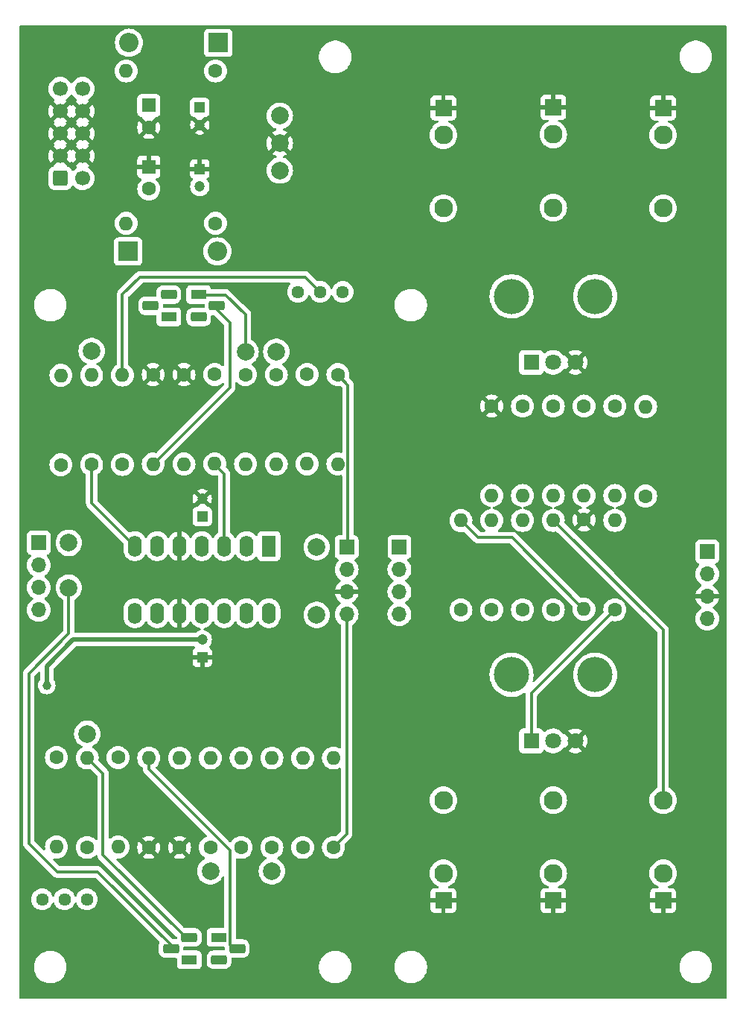
<source format=gbl>
G04 #@! TF.GenerationSoftware,KiCad,Pcbnew,8.0.2-1*
G04 #@! TF.CreationDate,2024-05-07T18:20:14+02:00*
G04 #@! TF.ProjectId,sparkle,73706172-6b6c-4652-9e6b-696361645f70,rev?*
G04 #@! TF.SameCoordinates,Original*
G04 #@! TF.FileFunction,Copper,L2,Bot*
G04 #@! TF.FilePolarity,Positive*
%FSLAX46Y46*%
G04 Gerber Fmt 4.6, Leading zero omitted, Abs format (unit mm)*
G04 Created by KiCad (PCBNEW 8.0.2-1) date 2024-05-07 18:20:14*
%MOMM*%
%LPD*%
G01*
G04 APERTURE LIST*
G04 Aperture macros list*
%AMRoundRect*
0 Rectangle with rounded corners*
0 $1 Rounding radius*
0 $2 $3 $4 $5 $6 $7 $8 $9 X,Y pos of 4 corners*
0 Add a 4 corners polygon primitive as box body*
4,1,4,$2,$3,$4,$5,$6,$7,$8,$9,$2,$3,0*
0 Add four circle primitives for the rounded corners*
1,1,$1+$1,$2,$3*
1,1,$1+$1,$4,$5*
1,1,$1+$1,$6,$7*
1,1,$1+$1,$8,$9*
0 Add four rect primitives between the rounded corners*
20,1,$1+$1,$2,$3,$4,$5,0*
20,1,$1+$1,$4,$5,$6,$7,0*
20,1,$1+$1,$6,$7,$8,$9,0*
20,1,$1+$1,$8,$9,$2,$3,0*%
G04 Aperture macros list end*
G04 #@! TA.AperFunction,ComponentPad*
%ADD10C,1.600000*%
G04 #@! TD*
G04 #@! TA.AperFunction,ComponentPad*
%ADD11O,1.600000X1.600000*%
G04 #@! TD*
G04 #@! TA.AperFunction,ComponentPad*
%ADD12R,1.930000X1.830000*%
G04 #@! TD*
G04 #@! TA.AperFunction,ComponentPad*
%ADD13C,2.130000*%
G04 #@! TD*
G04 #@! TA.AperFunction,ComponentPad*
%ADD14R,1.700000X1.700000*%
G04 #@! TD*
G04 #@! TA.AperFunction,ComponentPad*
%ADD15O,1.700000X1.700000*%
G04 #@! TD*
G04 #@! TA.AperFunction,ComponentPad*
%ADD16C,2.000000*%
G04 #@! TD*
G04 #@! TA.AperFunction,ComponentPad*
%ADD17R,2.200000X2.200000*%
G04 #@! TD*
G04 #@! TA.AperFunction,ComponentPad*
%ADD18O,2.200000X2.200000*%
G04 #@! TD*
G04 #@! TA.AperFunction,ComponentPad*
%ADD19R,1.800000X1.100000*%
G04 #@! TD*
G04 #@! TA.AperFunction,ComponentPad*
%ADD20RoundRect,0.275000X-0.625000X0.275000X-0.625000X-0.275000X0.625000X-0.275000X0.625000X0.275000X0*%
G04 #@! TD*
G04 #@! TA.AperFunction,ComponentPad*
%ADD21O,4.000000X4.000000*%
G04 #@! TD*
G04 #@! TA.AperFunction,ComponentPad*
%ADD22R,1.800000X1.800000*%
G04 #@! TD*
G04 #@! TA.AperFunction,ComponentPad*
%ADD23C,1.800000*%
G04 #@! TD*
G04 #@! TA.AperFunction,ComponentPad*
%ADD24RoundRect,0.275000X0.625000X-0.275000X0.625000X0.275000X-0.625000X0.275000X-0.625000X-0.275000X0*%
G04 #@! TD*
G04 #@! TA.AperFunction,ComponentPad*
%ADD25R,1.600000X2.400000*%
G04 #@! TD*
G04 #@! TA.AperFunction,ComponentPad*
%ADD26O,1.600000X2.400000*%
G04 #@! TD*
G04 #@! TA.AperFunction,ComponentPad*
%ADD27RoundRect,0.250000X-0.600000X-0.600000X0.600000X-0.600000X0.600000X0.600000X-0.600000X0.600000X0*%
G04 #@! TD*
G04 #@! TA.AperFunction,ComponentPad*
%ADD28C,1.700000*%
G04 #@! TD*
G04 #@! TA.AperFunction,ComponentPad*
%ADD29R,1.200000X1.200000*%
G04 #@! TD*
G04 #@! TA.AperFunction,ComponentPad*
%ADD30C,1.200000*%
G04 #@! TD*
G04 #@! TA.AperFunction,ComponentPad*
%ADD31C,1.440000*%
G04 #@! TD*
G04 #@! TA.AperFunction,ComponentPad*
%ADD32R,1.600000X1.600000*%
G04 #@! TD*
G04 #@! TA.AperFunction,ViaPad*
%ADD33C,1.000000*%
G04 #@! TD*
G04 #@! TA.AperFunction,Conductor*
%ADD34C,0.500000*%
G04 #@! TD*
G04 #@! TA.AperFunction,Conductor*
%ADD35C,0.300000*%
G04 #@! TD*
G04 APERTURE END LIST*
D10*
X104000000Y-93470000D03*
D11*
X104000000Y-103630000D03*
D10*
X58500000Y-100110000D03*
D11*
X58500000Y-89950000D03*
D10*
X86000000Y-143610000D03*
D11*
X86000000Y-133450000D03*
D12*
X111000000Y-149650000D03*
D13*
X111000000Y-138250000D03*
X111000000Y-146550000D03*
D10*
X76000000Y-89890000D03*
D11*
X76000000Y-100050000D03*
D10*
X79500000Y-89890000D03*
D11*
X79500000Y-100050000D03*
D10*
X72500000Y-89870000D03*
D11*
X72500000Y-100030000D03*
D10*
X79000000Y-143610000D03*
D11*
X79000000Y-133450000D03*
D12*
X111000000Y-59520000D03*
D13*
X111000000Y-70920000D03*
X111000000Y-62620000D03*
D10*
X104000000Y-116610000D03*
D11*
X104000000Y-106450000D03*
D10*
X114500000Y-106390000D03*
D11*
X114500000Y-116550000D03*
D10*
X72000000Y-143610000D03*
D11*
X72000000Y-133450000D03*
D10*
X65500000Y-89890000D03*
D11*
X65500000Y-100050000D03*
D10*
X100500000Y-116630000D03*
D11*
X100500000Y-106470000D03*
D14*
X87500000Y-109500000D03*
D15*
X87500000Y-112040000D03*
X87500000Y-114580000D03*
X87500000Y-117120000D03*
D10*
X68500000Y-143610000D03*
D11*
X68500000Y-133450000D03*
D10*
X82500000Y-143610000D03*
D11*
X82500000Y-133450000D03*
D10*
X55000000Y-100130000D03*
D11*
X55000000Y-89970000D03*
D16*
X79500000Y-87300000D03*
D10*
X61500000Y-133390000D03*
D11*
X61500000Y-143550000D03*
D16*
X58000000Y-130700000D03*
D10*
X121500000Y-103690000D03*
D11*
X121500000Y-93530000D03*
D10*
X62000000Y-100110000D03*
D11*
X62000000Y-89950000D03*
D14*
X52500000Y-109000000D03*
D15*
X52500000Y-111540000D03*
X52500000Y-114080000D03*
X52500000Y-116620000D03*
D12*
X123500000Y-59600000D03*
D13*
X123500000Y-71000000D03*
X123500000Y-62700000D03*
D10*
X69000000Y-89890000D03*
D11*
X69000000Y-100050000D03*
D16*
X55900000Y-109000000D03*
D10*
X107500000Y-116610000D03*
D11*
X107500000Y-106450000D03*
D17*
X62650000Y-75900000D03*
D18*
X72810000Y-75900000D03*
D19*
X70680000Y-80800000D03*
D20*
X72750000Y-82070000D03*
X70680000Y-83340000D03*
D16*
X55900000Y-114100000D03*
D10*
X65000000Y-143610000D03*
D11*
X65000000Y-133450000D03*
D10*
X111000000Y-93470000D03*
D11*
X111000000Y-103630000D03*
D16*
X84100000Y-109500000D03*
D12*
X98500000Y-149650000D03*
D13*
X98500000Y-138250000D03*
X98500000Y-146550000D03*
D10*
X118000000Y-116610000D03*
D11*
X118000000Y-106450000D03*
D16*
X72000000Y-146300000D03*
D10*
X54500000Y-133390000D03*
D11*
X54500000Y-143550000D03*
D10*
X111000000Y-116610000D03*
D11*
X111000000Y-106450000D03*
D16*
X79900000Y-66700000D03*
D10*
X86500000Y-89890000D03*
D11*
X86500000Y-100050000D03*
D10*
X72590000Y-55400000D03*
D11*
X62430000Y-55400000D03*
D16*
X79900000Y-63600000D03*
D10*
X118000000Y-93470000D03*
D11*
X118000000Y-103630000D03*
D10*
X72590000Y-72700000D03*
D11*
X62430000Y-72700000D03*
D17*
X72910000Y-52200000D03*
D18*
X62750000Y-52200000D03*
D21*
X106250000Y-81000000D03*
X115750000Y-81000000D03*
D22*
X108500000Y-88500000D03*
D23*
X111000000Y-88500000D03*
X113500000Y-88500000D03*
D12*
X123500000Y-149650000D03*
D13*
X123500000Y-138250000D03*
X123500000Y-146550000D03*
D16*
X84100000Y-117200000D03*
D10*
X83000000Y-89870000D03*
D11*
X83000000Y-100030000D03*
D21*
X106250000Y-124000000D03*
X115750000Y-124000000D03*
D22*
X108500000Y-131500000D03*
D23*
X111000000Y-131500000D03*
X113500000Y-131500000D03*
D19*
X67280000Y-83340000D03*
D24*
X65210000Y-82070000D03*
X67280000Y-80800000D03*
D19*
X69600000Y-156380000D03*
D24*
X67530000Y-155110000D03*
X69600000Y-153840000D03*
D16*
X76000000Y-87300000D03*
X79900000Y-60500000D03*
D10*
X107500000Y-93470000D03*
D11*
X107500000Y-103630000D03*
D10*
X58000000Y-143610000D03*
D11*
X58000000Y-133450000D03*
D16*
X79000000Y-146300000D03*
D10*
X114500000Y-93470000D03*
D11*
X114500000Y-103630000D03*
D25*
X78660000Y-109380000D03*
D26*
X76120000Y-109380000D03*
X73580000Y-109380000D03*
X71040000Y-109380000D03*
X68500000Y-109380000D03*
X65960000Y-109380000D03*
X63420000Y-109380000D03*
X63420000Y-117000000D03*
X65960000Y-117000000D03*
X68500000Y-117000000D03*
X71040000Y-117000000D03*
X73580000Y-117000000D03*
X76120000Y-117000000D03*
X78660000Y-117000000D03*
D19*
X72980000Y-153830000D03*
D20*
X75050000Y-155100000D03*
X72980000Y-156370000D03*
D12*
X98500000Y-59600000D03*
D13*
X98500000Y-71000000D03*
X98500000Y-62700000D03*
D16*
X58500000Y-87200000D03*
D10*
X75500000Y-143610000D03*
D11*
X75500000Y-133450000D03*
D27*
X54930000Y-67580000D03*
D28*
X57470000Y-67580000D03*
X54930000Y-65040000D03*
X57470000Y-65040000D03*
X54930000Y-62500000D03*
X57470000Y-62500000D03*
X54930000Y-59960000D03*
X57470000Y-59960000D03*
X54930000Y-57420000D03*
X57470000Y-57420000D03*
D29*
X71080000Y-122000000D03*
D30*
X71080000Y-120000000D03*
D14*
X93500000Y-109500000D03*
D15*
X93500000Y-112040000D03*
X93500000Y-114580000D03*
X93500000Y-117120000D03*
D14*
X128500000Y-110000000D03*
D15*
X128500000Y-112540000D03*
X128500000Y-115080000D03*
X128500000Y-117620000D03*
D31*
X57950000Y-149500000D03*
X55410000Y-149500000D03*
X52870000Y-149500000D03*
D29*
X70800000Y-59527401D03*
D30*
X70800000Y-61527401D03*
D29*
X70800000Y-66527401D03*
D30*
X70800000Y-68527401D03*
D29*
X71080000Y-106000000D03*
D30*
X71080000Y-104000000D03*
D32*
X65000000Y-66300000D03*
D10*
X65000000Y-68800000D03*
D32*
X65000000Y-59317621D03*
D10*
X65000000Y-61817621D03*
D31*
X87050000Y-80500000D03*
X84510000Y-80500000D03*
X81970000Y-80500000D03*
D33*
X53400000Y-125200000D03*
D34*
X53400000Y-125200000D02*
X53400000Y-123000000D01*
X53400000Y-123000000D02*
X56400000Y-120000000D01*
X56400000Y-120000000D02*
X71080000Y-120000000D01*
D35*
X86500000Y-89920000D02*
X87650000Y-91070000D01*
X87650000Y-91070000D02*
X87650000Y-109350000D01*
X87650000Y-109350000D02*
X87500000Y-109500000D01*
X87500000Y-117120000D02*
X87500000Y-142080000D01*
X87500000Y-142080000D02*
X86000000Y-143580000D01*
X102460000Y-108400000D02*
X100500000Y-106440000D01*
X114500000Y-116580000D02*
X106320000Y-108400000D01*
X106320000Y-108400000D02*
X102460000Y-108400000D01*
X123500000Y-118920000D02*
X111000000Y-106420000D01*
X123500000Y-138080000D02*
X123500000Y-118920000D01*
X72350000Y-82110000D02*
X74200000Y-83960000D01*
X74200000Y-83960000D02*
X74200000Y-91380000D01*
X74200000Y-91380000D02*
X65500000Y-100080000D01*
X59800000Y-135220000D02*
X58000000Y-133420000D01*
X59800000Y-144450000D02*
X59800000Y-135220000D01*
X69210000Y-153860000D02*
X59800000Y-144450000D01*
X76000000Y-87300000D02*
X76000000Y-83100000D01*
X76000000Y-83100000D02*
X73740000Y-80840000D01*
X73740000Y-80840000D02*
X71080000Y-80840000D01*
X74250000Y-154700000D02*
X74650000Y-155100000D01*
X74250000Y-143956346D02*
X74250000Y-154700000D01*
X65000000Y-134706346D02*
X74250000Y-143956346D01*
X65000000Y-133420000D02*
X65000000Y-134706346D01*
X64000000Y-78800000D02*
X82810000Y-78800000D01*
X62000000Y-89920000D02*
X62000000Y-80800000D01*
X82810000Y-78800000D02*
X84510000Y-80500000D01*
X62000000Y-80800000D02*
X64000000Y-78800000D01*
X73580000Y-109380000D02*
X73580000Y-101160000D01*
X73580000Y-101160000D02*
X72500000Y-100080000D01*
X58500000Y-104460000D02*
X63420000Y-109380000D01*
X58500000Y-100080000D02*
X58500000Y-104460000D01*
X108500000Y-126080000D02*
X118000000Y-116580000D01*
X108500000Y-131500000D02*
X108500000Y-126080000D01*
X59210000Y-146400000D02*
X67940000Y-155130000D01*
X51350000Y-143150000D02*
X54600000Y-146400000D01*
X51350000Y-123847918D02*
X51350000Y-143150000D01*
X54600000Y-146400000D02*
X59210000Y-146400000D01*
X55900000Y-114100000D02*
X55900000Y-119297918D01*
X55900000Y-119297918D02*
X51350000Y-123847918D01*
G04 #@! TA.AperFunction,Conductor*
G36*
X57004075Y-65232993D02*
G01*
X57069901Y-65347007D01*
X57162993Y-65440099D01*
X57277007Y-65505925D01*
X57340590Y-65522962D01*
X56708625Y-66154925D01*
X56784594Y-66208119D01*
X56828219Y-66262696D01*
X56835413Y-66332194D01*
X56803890Y-66394549D01*
X56784595Y-66411269D01*
X56598594Y-66541508D01*
X56431503Y-66708599D01*
X56430349Y-66709975D01*
X56429688Y-66710414D01*
X56427676Y-66712427D01*
X56427271Y-66712022D01*
X56372173Y-66748671D01*
X56302312Y-66749772D01*
X56242946Y-66712928D01*
X56217663Y-66669265D01*
X56214814Y-66660666D01*
X56122712Y-66511344D01*
X55998656Y-66387288D01*
X55849334Y-66295186D01*
X55776966Y-66271205D01*
X55719522Y-66231433D01*
X55692699Y-66166917D01*
X55692585Y-66156137D01*
X55059409Y-65522962D01*
X55122993Y-65505925D01*
X55237007Y-65440099D01*
X55330099Y-65347007D01*
X55395925Y-65232993D01*
X55412962Y-65169410D01*
X56044925Y-65801373D01*
X56098425Y-65724968D01*
X56153002Y-65681344D01*
X56222501Y-65674151D01*
X56284855Y-65705673D01*
X56301576Y-65724969D01*
X56355073Y-65801372D01*
X56987037Y-65169409D01*
X57004075Y-65232993D01*
G37*
G04 #@! TD.AperFunction*
G04 #@! TA.AperFunction,Conductor*
G36*
X57004075Y-62692993D02*
G01*
X57069901Y-62807007D01*
X57162993Y-62900099D01*
X57277007Y-62965925D01*
X57340590Y-62982962D01*
X56708625Y-63614925D01*
X56785031Y-63668425D01*
X56828655Y-63723002D01*
X56835848Y-63792501D01*
X56804326Y-63854855D01*
X56785029Y-63871576D01*
X56708625Y-63925072D01*
X57340590Y-64557037D01*
X57277007Y-64574075D01*
X57162993Y-64639901D01*
X57069901Y-64732993D01*
X57004075Y-64847007D01*
X56987037Y-64910590D01*
X56355072Y-64278625D01*
X56355072Y-64278626D01*
X56301574Y-64355030D01*
X56246998Y-64398655D01*
X56177499Y-64405849D01*
X56115144Y-64374326D01*
X56098424Y-64355030D01*
X56044925Y-64278626D01*
X56044925Y-64278625D01*
X55412962Y-64910589D01*
X55395925Y-64847007D01*
X55330099Y-64732993D01*
X55237007Y-64639901D01*
X55122993Y-64574075D01*
X55059410Y-64557037D01*
X55691373Y-63925073D01*
X55614969Y-63871576D01*
X55571344Y-63816999D01*
X55564150Y-63747501D01*
X55595672Y-63685146D01*
X55614968Y-63668425D01*
X55691373Y-63614925D01*
X55059409Y-62982962D01*
X55122993Y-62965925D01*
X55237007Y-62900099D01*
X55330099Y-62807007D01*
X55395925Y-62692993D01*
X55412962Y-62629410D01*
X56044925Y-63261373D01*
X56098425Y-63184968D01*
X56153002Y-63141344D01*
X56222501Y-63134151D01*
X56284855Y-63165673D01*
X56301576Y-63184969D01*
X56355073Y-63261372D01*
X56987037Y-62629409D01*
X57004075Y-62692993D01*
G37*
G04 #@! TD.AperFunction*
G04 #@! TA.AperFunction,Conductor*
G36*
X57004075Y-60152993D02*
G01*
X57069901Y-60267007D01*
X57162993Y-60360099D01*
X57277007Y-60425925D01*
X57340590Y-60442962D01*
X56708625Y-61074925D01*
X56785031Y-61128425D01*
X56828655Y-61183002D01*
X56835848Y-61252501D01*
X56804326Y-61314855D01*
X56785029Y-61331576D01*
X56708625Y-61385072D01*
X57340590Y-62017037D01*
X57277007Y-62034075D01*
X57162993Y-62099901D01*
X57069901Y-62192993D01*
X57004075Y-62307007D01*
X56987037Y-62370590D01*
X56355072Y-61738625D01*
X56355072Y-61738626D01*
X56301574Y-61815030D01*
X56246998Y-61858655D01*
X56177499Y-61865849D01*
X56115144Y-61834326D01*
X56098424Y-61815030D01*
X56044925Y-61738626D01*
X56044925Y-61738625D01*
X55412962Y-62370589D01*
X55395925Y-62307007D01*
X55330099Y-62192993D01*
X55237007Y-62099901D01*
X55122993Y-62034075D01*
X55059410Y-62017037D01*
X55691373Y-61385073D01*
X55614969Y-61331576D01*
X55571344Y-61276999D01*
X55564150Y-61207501D01*
X55595672Y-61145146D01*
X55614968Y-61128425D01*
X55691373Y-61074925D01*
X55059409Y-60442962D01*
X55122993Y-60425925D01*
X55237007Y-60360099D01*
X55330099Y-60267007D01*
X55395925Y-60152993D01*
X55412962Y-60089410D01*
X56044925Y-60721373D01*
X56098425Y-60644968D01*
X56153002Y-60601344D01*
X56222501Y-60594151D01*
X56284855Y-60625673D01*
X56301576Y-60644969D01*
X56355073Y-60721372D01*
X56987037Y-60089409D01*
X57004075Y-60152993D01*
G37*
G04 #@! TD.AperFunction*
G04 #@! TA.AperFunction,Conductor*
G36*
X56284855Y-58086546D02*
G01*
X56301575Y-58105842D01*
X56431500Y-58291395D01*
X56431505Y-58291401D01*
X56598599Y-58458495D01*
X56757639Y-58569856D01*
X56784594Y-58588730D01*
X56828218Y-58643307D01*
X56835411Y-58712806D01*
X56803889Y-58775160D01*
X56784593Y-58791880D01*
X56708626Y-58845072D01*
X56708625Y-58845072D01*
X57340590Y-59477037D01*
X57277007Y-59494075D01*
X57162993Y-59559901D01*
X57069901Y-59652993D01*
X57004075Y-59767007D01*
X56987037Y-59830590D01*
X56355072Y-59198625D01*
X56355072Y-59198626D01*
X56301574Y-59275030D01*
X56246998Y-59318655D01*
X56177499Y-59325849D01*
X56115144Y-59294326D01*
X56098424Y-59275030D01*
X56044925Y-59198626D01*
X56044925Y-59198625D01*
X55412962Y-59830589D01*
X55395925Y-59767007D01*
X55330099Y-59652993D01*
X55237007Y-59559901D01*
X55122993Y-59494075D01*
X55059410Y-59477037D01*
X55691373Y-58845073D01*
X55691373Y-58845072D01*
X55615405Y-58791880D01*
X55571780Y-58737304D01*
X55564586Y-58667805D01*
X55596108Y-58605451D01*
X55615399Y-58588734D01*
X55801401Y-58458495D01*
X55968495Y-58291401D01*
X56094531Y-58111403D01*
X56098425Y-58105842D01*
X56153002Y-58062217D01*
X56222500Y-58055023D01*
X56284855Y-58086546D01*
G37*
G04 #@! TD.AperFunction*
G04 #@! TA.AperFunction,Conductor*
G36*
X130692539Y-50270185D02*
G01*
X130738294Y-50322989D01*
X130749500Y-50374500D01*
X130749500Y-160625500D01*
X130729815Y-160692539D01*
X130677011Y-160738294D01*
X130625500Y-160749500D01*
X50374500Y-160749500D01*
X50307461Y-160729815D01*
X50261706Y-160677011D01*
X50250500Y-160625500D01*
X50250500Y-157078711D01*
X51949500Y-157078711D01*
X51949500Y-157321288D01*
X51981161Y-157561785D01*
X52043947Y-157796104D01*
X52136773Y-158020205D01*
X52136776Y-158020212D01*
X52258064Y-158230289D01*
X52258066Y-158230292D01*
X52258067Y-158230293D01*
X52405733Y-158422736D01*
X52405739Y-158422743D01*
X52577256Y-158594260D01*
X52577262Y-158594265D01*
X52769711Y-158741936D01*
X52979788Y-158863224D01*
X53203900Y-158956054D01*
X53438211Y-159018838D01*
X53618586Y-159042584D01*
X53678711Y-159050500D01*
X53678712Y-159050500D01*
X53921289Y-159050500D01*
X53969388Y-159044167D01*
X54161789Y-159018838D01*
X54396100Y-158956054D01*
X54620212Y-158863224D01*
X54830289Y-158741936D01*
X55022738Y-158594265D01*
X55194265Y-158422738D01*
X55341936Y-158230289D01*
X55463224Y-158020212D01*
X55556054Y-157796100D01*
X55618838Y-157561789D01*
X55650500Y-157321288D01*
X55650500Y-157078712D01*
X55618838Y-156838211D01*
X55556054Y-156603900D01*
X55463224Y-156379788D01*
X55341936Y-156169711D01*
X55251190Y-156051448D01*
X55194266Y-155977263D01*
X55194260Y-155977256D01*
X55022743Y-155805739D01*
X55022736Y-155805733D01*
X54830293Y-155658067D01*
X54830292Y-155658066D01*
X54830289Y-155658064D01*
X54640792Y-155548658D01*
X54620214Y-155536777D01*
X54620205Y-155536773D01*
X54396104Y-155443947D01*
X54201781Y-155391878D01*
X54161789Y-155381162D01*
X54161788Y-155381161D01*
X54161785Y-155381161D01*
X53921289Y-155349500D01*
X53921288Y-155349500D01*
X53678712Y-155349500D01*
X53678711Y-155349500D01*
X53438214Y-155381161D01*
X53203895Y-155443947D01*
X52979794Y-155536773D01*
X52979785Y-155536777D01*
X52769706Y-155658067D01*
X52577263Y-155805733D01*
X52577256Y-155805739D01*
X52405739Y-155977256D01*
X52405733Y-155977263D01*
X52258067Y-156169706D01*
X52136777Y-156379785D01*
X52136773Y-156379794D01*
X52043947Y-156603895D01*
X51981161Y-156838214D01*
X51949500Y-157078711D01*
X50250500Y-157078711D01*
X50250500Y-149499998D01*
X51644838Y-149499998D01*
X51644838Y-149500001D01*
X51663450Y-149712741D01*
X51663452Y-149712752D01*
X51718721Y-149919022D01*
X51718723Y-149919026D01*
X51718724Y-149919030D01*
X51761171Y-150010058D01*
X51808977Y-150112578D01*
X51931472Y-150287521D01*
X52082478Y-150438527D01*
X52082481Y-150438529D01*
X52257419Y-150561021D01*
X52257421Y-150561022D01*
X52257420Y-150561022D01*
X52321936Y-150591106D01*
X52450970Y-150651276D01*
X52657253Y-150706549D01*
X52809215Y-150719844D01*
X52869998Y-150725162D01*
X52870000Y-150725162D01*
X52870002Y-150725162D01*
X52923186Y-150720508D01*
X53082747Y-150706549D01*
X53289030Y-150651276D01*
X53482581Y-150561021D01*
X53657519Y-150438529D01*
X53808529Y-150287519D01*
X53931021Y-150112581D01*
X54021276Y-149919030D01*
X54021280Y-149919013D01*
X54023130Y-149913936D01*
X54025253Y-149914709D01*
X54056576Y-149863305D01*
X54119419Y-149832766D01*
X54188796Y-149841050D01*
X54242680Y-149885528D01*
X54255827Y-149914315D01*
X54256870Y-149913936D01*
X54258722Y-149919022D01*
X54258724Y-149919030D01*
X54301171Y-150010058D01*
X54348977Y-150112578D01*
X54471472Y-150287521D01*
X54622478Y-150438527D01*
X54622481Y-150438529D01*
X54797419Y-150561021D01*
X54797421Y-150561022D01*
X54797420Y-150561022D01*
X54861936Y-150591106D01*
X54990970Y-150651276D01*
X55197253Y-150706549D01*
X55349215Y-150719844D01*
X55409998Y-150725162D01*
X55410000Y-150725162D01*
X55410002Y-150725162D01*
X55463186Y-150720508D01*
X55622747Y-150706549D01*
X55829030Y-150651276D01*
X56022581Y-150561021D01*
X56197519Y-150438529D01*
X56348529Y-150287519D01*
X56471021Y-150112581D01*
X56561276Y-149919030D01*
X56561280Y-149919013D01*
X56563130Y-149913936D01*
X56565253Y-149914709D01*
X56596576Y-149863305D01*
X56659419Y-149832766D01*
X56728796Y-149841050D01*
X56782680Y-149885528D01*
X56795827Y-149914315D01*
X56796870Y-149913936D01*
X56798722Y-149919022D01*
X56798724Y-149919030D01*
X56841171Y-150010058D01*
X56888977Y-150112578D01*
X57011472Y-150287521D01*
X57162478Y-150438527D01*
X57162481Y-150438529D01*
X57337419Y-150561021D01*
X57337421Y-150561022D01*
X57337420Y-150561022D01*
X57401936Y-150591106D01*
X57530970Y-150651276D01*
X57737253Y-150706549D01*
X57889215Y-150719844D01*
X57949998Y-150725162D01*
X57950000Y-150725162D01*
X57950002Y-150725162D01*
X58003186Y-150720508D01*
X58162747Y-150706549D01*
X58369030Y-150651276D01*
X58562581Y-150561021D01*
X58737519Y-150438529D01*
X58888529Y-150287519D01*
X59011021Y-150112581D01*
X59101276Y-149919030D01*
X59156549Y-149712747D01*
X59175162Y-149500000D01*
X59156549Y-149287253D01*
X59101276Y-149080970D01*
X59011021Y-148887419D01*
X58888529Y-148712481D01*
X58888527Y-148712478D01*
X58737521Y-148561472D01*
X58562578Y-148438977D01*
X58562579Y-148438977D01*
X58431409Y-148377812D01*
X58369030Y-148348724D01*
X58369026Y-148348723D01*
X58369022Y-148348721D01*
X58162752Y-148293452D01*
X58162748Y-148293451D01*
X58162747Y-148293451D01*
X58162746Y-148293450D01*
X58162741Y-148293450D01*
X57950002Y-148274838D01*
X57949998Y-148274838D01*
X57737258Y-148293450D01*
X57737247Y-148293452D01*
X57530977Y-148348721D01*
X57530968Y-148348725D01*
X57337421Y-148438977D01*
X57162478Y-148561472D01*
X57011472Y-148712478D01*
X56888977Y-148887421D01*
X56798725Y-149080968D01*
X56796870Y-149086064D01*
X56794749Y-149085292D01*
X56763406Y-149136710D01*
X56700558Y-149167237D01*
X56631183Y-149158939D01*
X56577307Y-149114452D01*
X56564169Y-149085685D01*
X56563130Y-149086064D01*
X56561279Y-149080983D01*
X56561276Y-149080970D01*
X56471021Y-148887419D01*
X56348529Y-148712481D01*
X56348527Y-148712478D01*
X56197521Y-148561472D01*
X56022578Y-148438977D01*
X56022579Y-148438977D01*
X55891409Y-148377812D01*
X55829030Y-148348724D01*
X55829026Y-148348723D01*
X55829022Y-148348721D01*
X55622752Y-148293452D01*
X55622748Y-148293451D01*
X55622747Y-148293451D01*
X55622746Y-148293450D01*
X55622741Y-148293450D01*
X55410002Y-148274838D01*
X55409998Y-148274838D01*
X55197258Y-148293450D01*
X55197247Y-148293452D01*
X54990977Y-148348721D01*
X54990968Y-148348725D01*
X54797421Y-148438977D01*
X54622478Y-148561472D01*
X54471472Y-148712478D01*
X54348977Y-148887421D01*
X54258725Y-149080968D01*
X54256870Y-149086064D01*
X54254749Y-149085292D01*
X54223406Y-149136710D01*
X54160558Y-149167237D01*
X54091183Y-149158939D01*
X54037307Y-149114452D01*
X54024169Y-149085685D01*
X54023130Y-149086064D01*
X54021279Y-149080983D01*
X54021276Y-149080970D01*
X53931021Y-148887419D01*
X53808529Y-148712481D01*
X53808527Y-148712478D01*
X53657521Y-148561472D01*
X53482578Y-148438977D01*
X53482579Y-148438977D01*
X53351409Y-148377812D01*
X53289030Y-148348724D01*
X53289026Y-148348723D01*
X53289022Y-148348721D01*
X53082752Y-148293452D01*
X53082748Y-148293451D01*
X53082747Y-148293451D01*
X53082746Y-148293450D01*
X53082741Y-148293450D01*
X52870002Y-148274838D01*
X52869998Y-148274838D01*
X52657258Y-148293450D01*
X52657247Y-148293452D01*
X52450977Y-148348721D01*
X52450968Y-148348725D01*
X52257421Y-148438977D01*
X52082478Y-148561472D01*
X51931472Y-148712478D01*
X51808977Y-148887421D01*
X51718725Y-149080968D01*
X51718721Y-149080977D01*
X51663452Y-149287247D01*
X51663450Y-149287258D01*
X51644838Y-149499998D01*
X50250500Y-149499998D01*
X50250500Y-123783846D01*
X50699500Y-123783846D01*
X50699500Y-143214070D01*
X50714074Y-143287333D01*
X50714074Y-143287335D01*
X50724497Y-143339737D01*
X50724499Y-143339744D01*
X50773535Y-143458127D01*
X50844723Y-143564669D01*
X50844726Y-143564673D01*
X54185326Y-146905273D01*
X54185329Y-146905275D01*
X54185331Y-146905277D01*
X54291873Y-146976465D01*
X54410256Y-147025501D01*
X54410260Y-147025501D01*
X54410261Y-147025502D01*
X54535928Y-147050500D01*
X54535931Y-147050500D01*
X58889192Y-147050500D01*
X58956231Y-147070185D01*
X58976873Y-147086819D01*
X66203176Y-154313122D01*
X66236661Y-154374445D01*
X66231677Y-154444137D01*
X66220489Y-154466775D01*
X66201877Y-154496395D01*
X66144159Y-154661341D01*
X66144157Y-154661351D01*
X66129500Y-154791441D01*
X66129500Y-155428558D01*
X66144157Y-155558648D01*
X66144159Y-155558658D01*
X66201497Y-155722517D01*
X66201878Y-155723606D01*
X66294853Y-155871576D01*
X66418424Y-155995147D01*
X66566394Y-156088122D01*
X66731343Y-156145841D01*
X66731349Y-156145841D01*
X66731351Y-156145842D01*
X66771744Y-156150393D01*
X66861442Y-156160499D01*
X66861445Y-156160500D01*
X68075500Y-156160500D01*
X68142539Y-156180185D01*
X68188294Y-156232989D01*
X68199500Y-156284500D01*
X68199500Y-156977870D01*
X68199501Y-156977876D01*
X68205908Y-157037483D01*
X68256202Y-157172328D01*
X68256206Y-157172335D01*
X68342452Y-157287544D01*
X68342455Y-157287547D01*
X68457664Y-157373793D01*
X68457671Y-157373797D01*
X68592517Y-157424091D01*
X68592516Y-157424091D01*
X68599444Y-157424835D01*
X68652127Y-157430500D01*
X70547872Y-157430499D01*
X70607483Y-157424091D01*
X70742331Y-157373796D01*
X70857546Y-157287546D01*
X70943796Y-157172331D01*
X70994091Y-157037483D01*
X71000500Y-156977873D01*
X71000499Y-155782128D01*
X70994091Y-155722517D01*
X70990767Y-155713606D01*
X70943797Y-155587671D01*
X70943793Y-155587664D01*
X70857547Y-155472455D01*
X70857544Y-155472452D01*
X70742335Y-155386206D01*
X70742328Y-155386202D01*
X70607482Y-155335908D01*
X70607483Y-155335908D01*
X70547883Y-155329501D01*
X70547881Y-155329500D01*
X70547873Y-155329500D01*
X70547865Y-155329500D01*
X69054500Y-155329500D01*
X68987461Y-155309815D01*
X68941706Y-155257011D01*
X68930500Y-155205500D01*
X68930500Y-155014500D01*
X68950185Y-154947461D01*
X69002989Y-154901706D01*
X69054500Y-154890500D01*
X70268555Y-154890500D01*
X70268556Y-154890499D01*
X70398657Y-154875841D01*
X70563606Y-154818122D01*
X70711576Y-154725147D01*
X70835147Y-154601576D01*
X70928122Y-154453606D01*
X70985841Y-154288657D01*
X71000500Y-154158552D01*
X71000500Y-153521448D01*
X70985841Y-153391343D01*
X70928122Y-153226394D01*
X70835147Y-153078424D01*
X70711576Y-152954853D01*
X70563606Y-152861878D01*
X70563605Y-152861877D01*
X70563604Y-152861877D01*
X70398658Y-152804159D01*
X70398648Y-152804157D01*
X70268558Y-152789500D01*
X70268552Y-152789500D01*
X69110808Y-152789500D01*
X69043769Y-152769815D01*
X69023127Y-152753181D01*
X61330401Y-145060455D01*
X61296916Y-144999132D01*
X61301900Y-144929440D01*
X61343772Y-144873507D01*
X61409236Y-144849090D01*
X61428881Y-144849245D01*
X61500000Y-144855468D01*
X61500000Y-144855467D01*
X61500001Y-144855468D01*
X61500002Y-144855468D01*
X61563345Y-144849926D01*
X61726692Y-144835635D01*
X61946496Y-144776739D01*
X62152734Y-144680568D01*
X62339139Y-144550047D01*
X62500047Y-144389139D01*
X62630568Y-144202734D01*
X62726739Y-143996496D01*
X62785635Y-143776692D01*
X62800219Y-143609997D01*
X63695034Y-143609997D01*
X63695034Y-143610002D01*
X63714858Y-143836599D01*
X63714860Y-143836610D01*
X63773730Y-144056317D01*
X63773735Y-144056331D01*
X63869863Y-144262478D01*
X63920974Y-144335472D01*
X64600000Y-143656446D01*
X64600000Y-143662661D01*
X64627259Y-143764394D01*
X64679920Y-143855606D01*
X64754394Y-143930080D01*
X64845606Y-143982741D01*
X64947339Y-144010000D01*
X64953553Y-144010000D01*
X64274526Y-144689025D01*
X64347513Y-144740132D01*
X64347521Y-144740136D01*
X64553668Y-144836264D01*
X64553682Y-144836269D01*
X64773389Y-144895139D01*
X64773400Y-144895141D01*
X64999998Y-144914966D01*
X65000002Y-144914966D01*
X65226599Y-144895141D01*
X65226610Y-144895139D01*
X65446317Y-144836269D01*
X65446331Y-144836264D01*
X65652478Y-144740136D01*
X65725471Y-144689024D01*
X65046447Y-144010000D01*
X65052661Y-144010000D01*
X65154394Y-143982741D01*
X65245606Y-143930080D01*
X65320080Y-143855606D01*
X65372741Y-143764394D01*
X65400000Y-143662661D01*
X65400000Y-143656447D01*
X66079024Y-144335471D01*
X66130136Y-144262478D01*
X66226264Y-144056331D01*
X66226269Y-144056317D01*
X66285139Y-143836610D01*
X66285141Y-143836599D01*
X66304966Y-143610002D01*
X66304966Y-143609997D01*
X67195034Y-143609997D01*
X67195034Y-143610002D01*
X67214858Y-143836599D01*
X67214860Y-143836610D01*
X67273730Y-144056317D01*
X67273735Y-144056331D01*
X67369863Y-144262478D01*
X67420974Y-144335472D01*
X68100000Y-143656446D01*
X68100000Y-143662661D01*
X68127259Y-143764394D01*
X68179920Y-143855606D01*
X68254394Y-143930080D01*
X68345606Y-143982741D01*
X68447339Y-144010000D01*
X68453553Y-144010000D01*
X67774526Y-144689025D01*
X67847513Y-144740132D01*
X67847521Y-144740136D01*
X68053668Y-144836264D01*
X68053682Y-144836269D01*
X68273389Y-144895139D01*
X68273400Y-144895141D01*
X68499998Y-144914966D01*
X68500002Y-144914966D01*
X68726599Y-144895141D01*
X68726610Y-144895139D01*
X68946317Y-144836269D01*
X68946331Y-144836264D01*
X69152478Y-144740136D01*
X69225471Y-144689024D01*
X68546447Y-144010000D01*
X68552661Y-144010000D01*
X68654394Y-143982741D01*
X68745606Y-143930080D01*
X68820080Y-143855606D01*
X68872741Y-143764394D01*
X68900000Y-143662661D01*
X68900000Y-143656447D01*
X69579024Y-144335471D01*
X69630136Y-144262478D01*
X69726264Y-144056331D01*
X69726269Y-144056317D01*
X69785139Y-143836610D01*
X69785141Y-143836599D01*
X69804966Y-143610002D01*
X69804966Y-143609997D01*
X69785141Y-143383400D01*
X69785139Y-143383389D01*
X69726269Y-143163682D01*
X69726264Y-143163668D01*
X69630136Y-142957521D01*
X69630132Y-142957513D01*
X69579025Y-142884526D01*
X68900000Y-143563551D01*
X68900000Y-143557339D01*
X68872741Y-143455606D01*
X68820080Y-143364394D01*
X68745606Y-143289920D01*
X68654394Y-143237259D01*
X68552661Y-143210000D01*
X68546448Y-143210000D01*
X69225472Y-142530974D01*
X69152478Y-142479863D01*
X68946331Y-142383735D01*
X68946317Y-142383730D01*
X68726610Y-142324860D01*
X68726599Y-142324858D01*
X68500002Y-142305034D01*
X68499998Y-142305034D01*
X68273400Y-142324858D01*
X68273389Y-142324860D01*
X68053682Y-142383730D01*
X68053673Y-142383734D01*
X67847516Y-142479866D01*
X67847512Y-142479868D01*
X67774526Y-142530973D01*
X67774526Y-142530974D01*
X68453553Y-143210000D01*
X68447339Y-143210000D01*
X68345606Y-143237259D01*
X68254394Y-143289920D01*
X68179920Y-143364394D01*
X68127259Y-143455606D01*
X68100000Y-143557339D01*
X68100000Y-143563552D01*
X67420974Y-142884526D01*
X67420973Y-142884526D01*
X67369868Y-142957512D01*
X67369866Y-142957516D01*
X67273734Y-143163673D01*
X67273730Y-143163682D01*
X67214860Y-143383389D01*
X67214858Y-143383400D01*
X67195034Y-143609997D01*
X66304966Y-143609997D01*
X66285141Y-143383400D01*
X66285139Y-143383389D01*
X66226269Y-143163682D01*
X66226264Y-143163668D01*
X66130136Y-142957521D01*
X66130132Y-142957513D01*
X66079025Y-142884526D01*
X65400000Y-143563551D01*
X65400000Y-143557339D01*
X65372741Y-143455606D01*
X65320080Y-143364394D01*
X65245606Y-143289920D01*
X65154394Y-143237259D01*
X65052661Y-143210000D01*
X65046448Y-143210000D01*
X65725472Y-142530974D01*
X65652478Y-142479863D01*
X65446331Y-142383735D01*
X65446317Y-142383730D01*
X65226610Y-142324860D01*
X65226599Y-142324858D01*
X65000002Y-142305034D01*
X64999998Y-142305034D01*
X64773400Y-142324858D01*
X64773389Y-142324860D01*
X64553682Y-142383730D01*
X64553673Y-142383734D01*
X64347516Y-142479866D01*
X64347512Y-142479868D01*
X64274526Y-142530973D01*
X64274526Y-142530974D01*
X64953553Y-143210000D01*
X64947339Y-143210000D01*
X64845606Y-143237259D01*
X64754394Y-143289920D01*
X64679920Y-143364394D01*
X64627259Y-143455606D01*
X64600000Y-143557339D01*
X64600000Y-143563552D01*
X63920974Y-142884526D01*
X63920973Y-142884526D01*
X63869868Y-142957512D01*
X63869866Y-142957516D01*
X63773734Y-143163673D01*
X63773730Y-143163682D01*
X63714860Y-143383389D01*
X63714858Y-143383400D01*
X63695034Y-143609997D01*
X62800219Y-143609997D01*
X62805468Y-143550000D01*
X62785635Y-143323308D01*
X62726739Y-143103504D01*
X62630568Y-142897266D01*
X62500047Y-142710861D01*
X62500045Y-142710858D01*
X62339141Y-142549954D01*
X62152734Y-142419432D01*
X62152732Y-142419431D01*
X61946497Y-142323261D01*
X61946488Y-142323258D01*
X61726697Y-142264366D01*
X61726693Y-142264365D01*
X61726692Y-142264365D01*
X61726691Y-142264364D01*
X61726686Y-142264364D01*
X61500002Y-142244532D01*
X61499998Y-142244532D01*
X61273313Y-142264364D01*
X61273302Y-142264366D01*
X61053511Y-142323258D01*
X61053502Y-142323261D01*
X60847267Y-142419431D01*
X60847265Y-142419432D01*
X60660855Y-142549956D01*
X60656711Y-142553434D01*
X60655666Y-142552189D01*
X60600858Y-142582117D01*
X60531166Y-142577133D01*
X60475233Y-142535261D01*
X60450816Y-142469797D01*
X60450500Y-142460951D01*
X60450500Y-135155928D01*
X60425502Y-135030261D01*
X60425501Y-135030260D01*
X60425501Y-135030256D01*
X60376465Y-134911873D01*
X60365919Y-134896090D01*
X60305276Y-134805330D01*
X60305274Y-134805328D01*
X60305272Y-134805325D01*
X60305271Y-134805324D01*
X59313224Y-133813278D01*
X59279739Y-133751955D01*
X59281130Y-133693503D01*
X59285635Y-133676692D01*
X59305468Y-133450000D01*
X59300218Y-133389998D01*
X60194532Y-133389998D01*
X60194532Y-133390001D01*
X60214364Y-133616686D01*
X60214366Y-133616697D01*
X60273258Y-133836488D01*
X60273261Y-133836497D01*
X60369431Y-134042732D01*
X60369432Y-134042734D01*
X60499954Y-134229141D01*
X60660858Y-134390045D01*
X60660861Y-134390047D01*
X60847266Y-134520568D01*
X61053504Y-134616739D01*
X61053509Y-134616740D01*
X61053511Y-134616741D01*
X61106415Y-134630916D01*
X61273308Y-134675635D01*
X61435230Y-134689801D01*
X61499998Y-134695468D01*
X61500000Y-134695468D01*
X61500002Y-134695468D01*
X61556673Y-134690509D01*
X61726692Y-134675635D01*
X61946496Y-134616739D01*
X62152734Y-134520568D01*
X62339139Y-134390047D01*
X62500047Y-134229139D01*
X62630568Y-134042734D01*
X62726739Y-133836496D01*
X62785635Y-133616692D01*
X62800219Y-133449998D01*
X63694532Y-133449998D01*
X63694532Y-133450001D01*
X63714364Y-133676686D01*
X63714366Y-133676697D01*
X63773258Y-133896488D01*
X63773261Y-133896497D01*
X63869431Y-134102732D01*
X63869432Y-134102734D01*
X63999954Y-134289141D01*
X64160855Y-134450042D01*
X64160858Y-134450044D01*
X64160861Y-134450047D01*
X64296626Y-134545109D01*
X64340248Y-134599683D01*
X64349500Y-134646682D01*
X64349500Y-134770415D01*
X64349500Y-134770417D01*
X64349499Y-134770417D01*
X64374497Y-134896084D01*
X64374499Y-134896089D01*
X64423534Y-135014471D01*
X64494726Y-135121019D01*
X64494727Y-135121020D01*
X71567042Y-142193334D01*
X71600527Y-142254657D01*
X71595543Y-142324349D01*
X71553671Y-142380282D01*
X71531766Y-142393397D01*
X71347267Y-142479431D01*
X71347265Y-142479432D01*
X71160858Y-142609954D01*
X70999954Y-142770858D01*
X70869432Y-142957265D01*
X70869431Y-142957267D01*
X70773261Y-143163502D01*
X70773258Y-143163511D01*
X70714366Y-143383302D01*
X70714364Y-143383313D01*
X70694532Y-143609998D01*
X70694532Y-143610001D01*
X70714364Y-143836686D01*
X70714366Y-143836697D01*
X70773258Y-144056488D01*
X70773261Y-144056497D01*
X70869431Y-144262732D01*
X70869432Y-144262734D01*
X70999954Y-144449141D01*
X71160858Y-144610045D01*
X71160861Y-144610047D01*
X71347266Y-144740568D01*
X71347269Y-144740569D01*
X71349248Y-144741955D01*
X71392873Y-144796531D01*
X71400067Y-144866029D01*
X71368545Y-144928384D01*
X71337143Y-144952585D01*
X71176493Y-145039524D01*
X70980257Y-145192261D01*
X70811833Y-145375217D01*
X70675826Y-145583393D01*
X70575936Y-145811118D01*
X70514892Y-146052175D01*
X70514890Y-146052187D01*
X70494357Y-146299994D01*
X70494357Y-146300005D01*
X70514890Y-146547812D01*
X70514892Y-146547824D01*
X70575936Y-146788881D01*
X70675826Y-147016606D01*
X70811833Y-147224782D01*
X70811836Y-147224785D01*
X70980256Y-147407738D01*
X71176491Y-147560474D01*
X71395190Y-147678828D01*
X71630386Y-147759571D01*
X71875665Y-147800500D01*
X72124335Y-147800500D01*
X72369614Y-147759571D01*
X72604810Y-147678828D01*
X72823509Y-147560474D01*
X73019744Y-147407738D01*
X73188164Y-147224785D01*
X73324173Y-147016607D01*
X73361944Y-146930498D01*
X73406900Y-146877012D01*
X73473636Y-146856322D01*
X73540964Y-146874997D01*
X73587507Y-146927107D01*
X73599500Y-146980308D01*
X73599500Y-152655500D01*
X73579815Y-152722539D01*
X73527011Y-152768294D01*
X73475500Y-152779500D01*
X72032129Y-152779500D01*
X72032123Y-152779501D01*
X71972516Y-152785908D01*
X71837671Y-152836202D01*
X71837664Y-152836206D01*
X71722455Y-152922452D01*
X71722452Y-152922455D01*
X71636206Y-153037664D01*
X71636202Y-153037671D01*
X71585908Y-153172517D01*
X71579501Y-153232116D01*
X71579500Y-153232135D01*
X71579500Y-154427870D01*
X71579501Y-154427876D01*
X71585908Y-154487483D01*
X71636202Y-154622328D01*
X71636206Y-154622335D01*
X71722452Y-154737544D01*
X71722455Y-154737547D01*
X71837664Y-154823793D01*
X71837671Y-154823797D01*
X71972517Y-154874091D01*
X71972516Y-154874091D01*
X71979444Y-154874835D01*
X72032127Y-154880500D01*
X73525500Y-154880499D01*
X73592539Y-154900184D01*
X73638294Y-154952987D01*
X73649500Y-155004499D01*
X73649500Y-155195500D01*
X73629815Y-155262539D01*
X73577011Y-155308294D01*
X73525500Y-155319500D01*
X72311441Y-155319500D01*
X72181351Y-155334157D01*
X72181341Y-155334159D01*
X72016395Y-155391877D01*
X71868423Y-155484853D01*
X71744853Y-155608423D01*
X71651877Y-155756395D01*
X71594159Y-155921341D01*
X71594157Y-155921351D01*
X71579500Y-156051441D01*
X71579500Y-156688558D01*
X71594157Y-156818648D01*
X71594159Y-156818658D01*
X71649872Y-156977873D01*
X71651878Y-156983606D01*
X71744853Y-157131576D01*
X71868424Y-157255147D01*
X72016394Y-157348122D01*
X72181343Y-157405841D01*
X72181349Y-157405841D01*
X72181351Y-157405842D01*
X72222750Y-157410506D01*
X72311442Y-157420499D01*
X72311445Y-157420500D01*
X72311448Y-157420500D01*
X73648555Y-157420500D01*
X73648556Y-157420499D01*
X73778657Y-157405841D01*
X73943606Y-157348122D01*
X74091576Y-157255147D01*
X74215147Y-157131576D01*
X74248364Y-157078711D01*
X84349500Y-157078711D01*
X84349500Y-157321288D01*
X84381161Y-157561785D01*
X84443947Y-157796104D01*
X84536773Y-158020205D01*
X84536776Y-158020212D01*
X84658064Y-158230289D01*
X84658066Y-158230292D01*
X84658067Y-158230293D01*
X84805733Y-158422736D01*
X84805739Y-158422743D01*
X84977256Y-158594260D01*
X84977262Y-158594265D01*
X85169711Y-158741936D01*
X85379788Y-158863224D01*
X85603900Y-158956054D01*
X85838211Y-159018838D01*
X86018586Y-159042584D01*
X86078711Y-159050500D01*
X86078712Y-159050500D01*
X86321289Y-159050500D01*
X86369388Y-159044167D01*
X86561789Y-159018838D01*
X86796100Y-158956054D01*
X87020212Y-158863224D01*
X87230289Y-158741936D01*
X87422738Y-158594265D01*
X87594265Y-158422738D01*
X87741936Y-158230289D01*
X87863224Y-158020212D01*
X87956054Y-157796100D01*
X88018838Y-157561789D01*
X88050500Y-157321288D01*
X88050500Y-157078712D01*
X88050500Y-157078711D01*
X92949500Y-157078711D01*
X92949500Y-157321288D01*
X92981161Y-157561785D01*
X93043947Y-157796104D01*
X93136773Y-158020205D01*
X93136776Y-158020212D01*
X93258064Y-158230289D01*
X93258066Y-158230292D01*
X93258067Y-158230293D01*
X93405733Y-158422736D01*
X93405739Y-158422743D01*
X93577256Y-158594260D01*
X93577262Y-158594265D01*
X93769711Y-158741936D01*
X93979788Y-158863224D01*
X94203900Y-158956054D01*
X94438211Y-159018838D01*
X94618586Y-159042584D01*
X94678711Y-159050500D01*
X94678712Y-159050500D01*
X94921289Y-159050500D01*
X94969388Y-159044167D01*
X95161789Y-159018838D01*
X95396100Y-158956054D01*
X95620212Y-158863224D01*
X95830289Y-158741936D01*
X96022738Y-158594265D01*
X96194265Y-158422738D01*
X96341936Y-158230289D01*
X96463224Y-158020212D01*
X96556054Y-157796100D01*
X96618838Y-157561789D01*
X96650500Y-157321288D01*
X96650500Y-157078712D01*
X96650500Y-157078711D01*
X125349500Y-157078711D01*
X125349500Y-157321288D01*
X125381161Y-157561785D01*
X125443947Y-157796104D01*
X125536773Y-158020205D01*
X125536776Y-158020212D01*
X125658064Y-158230289D01*
X125658066Y-158230292D01*
X125658067Y-158230293D01*
X125805733Y-158422736D01*
X125805739Y-158422743D01*
X125977256Y-158594260D01*
X125977262Y-158594265D01*
X126169711Y-158741936D01*
X126379788Y-158863224D01*
X126603900Y-158956054D01*
X126838211Y-159018838D01*
X127018586Y-159042584D01*
X127078711Y-159050500D01*
X127078712Y-159050500D01*
X127321289Y-159050500D01*
X127369388Y-159044167D01*
X127561789Y-159018838D01*
X127796100Y-158956054D01*
X128020212Y-158863224D01*
X128230289Y-158741936D01*
X128422738Y-158594265D01*
X128594265Y-158422738D01*
X128741936Y-158230289D01*
X128863224Y-158020212D01*
X128956054Y-157796100D01*
X129018838Y-157561789D01*
X129050500Y-157321288D01*
X129050500Y-157078712D01*
X129018838Y-156838211D01*
X128956054Y-156603900D01*
X128863224Y-156379788D01*
X128741936Y-156169711D01*
X128651190Y-156051448D01*
X128594266Y-155977263D01*
X128594260Y-155977256D01*
X128422743Y-155805739D01*
X128422736Y-155805733D01*
X128230293Y-155658067D01*
X128230292Y-155658066D01*
X128230289Y-155658064D01*
X128040792Y-155548658D01*
X128020214Y-155536777D01*
X128020205Y-155536773D01*
X127796104Y-155443947D01*
X127601781Y-155391878D01*
X127561789Y-155381162D01*
X127561788Y-155381161D01*
X127561785Y-155381161D01*
X127321289Y-155349500D01*
X127321288Y-155349500D01*
X127078712Y-155349500D01*
X127078711Y-155349500D01*
X126838214Y-155381161D01*
X126603895Y-155443947D01*
X126379794Y-155536773D01*
X126379785Y-155536777D01*
X126169706Y-155658067D01*
X125977263Y-155805733D01*
X125977256Y-155805739D01*
X125805739Y-155977256D01*
X125805733Y-155977263D01*
X125658067Y-156169706D01*
X125536777Y-156379785D01*
X125536773Y-156379794D01*
X125443947Y-156603895D01*
X125381161Y-156838214D01*
X125349500Y-157078711D01*
X96650500Y-157078711D01*
X96618838Y-156838211D01*
X96556054Y-156603900D01*
X96463224Y-156379788D01*
X96341936Y-156169711D01*
X96251190Y-156051448D01*
X96194266Y-155977263D01*
X96194260Y-155977256D01*
X96022743Y-155805739D01*
X96022736Y-155805733D01*
X95830293Y-155658067D01*
X95830292Y-155658066D01*
X95830289Y-155658064D01*
X95640792Y-155548658D01*
X95620214Y-155536777D01*
X95620205Y-155536773D01*
X95396104Y-155443947D01*
X95201781Y-155391878D01*
X95161789Y-155381162D01*
X95161788Y-155381161D01*
X95161785Y-155381161D01*
X94921289Y-155349500D01*
X94921288Y-155349500D01*
X94678712Y-155349500D01*
X94678711Y-155349500D01*
X94438214Y-155381161D01*
X94203895Y-155443947D01*
X93979794Y-155536773D01*
X93979785Y-155536777D01*
X93769706Y-155658067D01*
X93577263Y-155805733D01*
X93577256Y-155805739D01*
X93405739Y-155977256D01*
X93405733Y-155977263D01*
X93258067Y-156169706D01*
X93136777Y-156379785D01*
X93136773Y-156379794D01*
X93043947Y-156603895D01*
X92981161Y-156838214D01*
X92949500Y-157078711D01*
X88050500Y-157078711D01*
X88018838Y-156838211D01*
X87956054Y-156603900D01*
X87863224Y-156379788D01*
X87741936Y-156169711D01*
X87651190Y-156051448D01*
X87594266Y-155977263D01*
X87594260Y-155977256D01*
X87422743Y-155805739D01*
X87422736Y-155805733D01*
X87230293Y-155658067D01*
X87230292Y-155658066D01*
X87230289Y-155658064D01*
X87040792Y-155548658D01*
X87020214Y-155536777D01*
X87020205Y-155536773D01*
X86796104Y-155443947D01*
X86601781Y-155391878D01*
X86561789Y-155381162D01*
X86561788Y-155381161D01*
X86561785Y-155381161D01*
X86321289Y-155349500D01*
X86321288Y-155349500D01*
X86078712Y-155349500D01*
X86078711Y-155349500D01*
X85838214Y-155381161D01*
X85603895Y-155443947D01*
X85379794Y-155536773D01*
X85379785Y-155536777D01*
X85169706Y-155658067D01*
X84977263Y-155805733D01*
X84977256Y-155805739D01*
X84805739Y-155977256D01*
X84805733Y-155977263D01*
X84658067Y-156169706D01*
X84536777Y-156379785D01*
X84536773Y-156379794D01*
X84443947Y-156603895D01*
X84381161Y-156838214D01*
X84349500Y-157078711D01*
X74248364Y-157078711D01*
X74308122Y-156983606D01*
X74365841Y-156818657D01*
X74380500Y-156688552D01*
X74380500Y-156274500D01*
X74400185Y-156207461D01*
X74452989Y-156161706D01*
X74504500Y-156150500D01*
X75718555Y-156150500D01*
X75718556Y-156150499D01*
X75848657Y-156135841D01*
X76013606Y-156078122D01*
X76161576Y-155985147D01*
X76285147Y-155861576D01*
X76378122Y-155713606D01*
X76435841Y-155548657D01*
X76450500Y-155418552D01*
X76450500Y-154781448D01*
X76436968Y-154661343D01*
X76435842Y-154651351D01*
X76435841Y-154651349D01*
X76435841Y-154651343D01*
X76378122Y-154486394D01*
X76285147Y-154338424D01*
X76161576Y-154214853D01*
X76013606Y-154121878D01*
X76013605Y-154121877D01*
X76013604Y-154121877D01*
X75848658Y-154064159D01*
X75848648Y-154064157D01*
X75718558Y-154049500D01*
X75718552Y-154049500D01*
X75024500Y-154049500D01*
X74957461Y-154029815D01*
X74911706Y-153977011D01*
X74900500Y-153925500D01*
X74900500Y-146299994D01*
X77494357Y-146299994D01*
X77494357Y-146300005D01*
X77514890Y-146547812D01*
X77514892Y-146547824D01*
X77575936Y-146788881D01*
X77675826Y-147016606D01*
X77811833Y-147224782D01*
X77811836Y-147224785D01*
X77980256Y-147407738D01*
X78176491Y-147560474D01*
X78395190Y-147678828D01*
X78630386Y-147759571D01*
X78875665Y-147800500D01*
X79124335Y-147800500D01*
X79369614Y-147759571D01*
X79604810Y-147678828D01*
X79823509Y-147560474D01*
X80019744Y-147407738D01*
X80188164Y-147224785D01*
X80324173Y-147016607D01*
X80424063Y-146788881D01*
X80484556Y-146550000D01*
X96929659Y-146550000D01*
X96948993Y-146795658D01*
X97006517Y-147035264D01*
X97100815Y-147262920D01*
X97229563Y-147473018D01*
X97229564Y-147473020D01*
X97229567Y-147473023D01*
X97389601Y-147660399D01*
X97505717Y-147759571D01*
X97576979Y-147820435D01*
X97576981Y-147820436D01*
X97787080Y-147949184D01*
X97787079Y-147949184D01*
X97901162Y-147996439D01*
X97955565Y-148040280D01*
X97977630Y-148106574D01*
X97960351Y-148174274D01*
X97909213Y-148221884D01*
X97853709Y-148235000D01*
X97487155Y-148235000D01*
X97427627Y-148241401D01*
X97427620Y-148241403D01*
X97292913Y-148291645D01*
X97292906Y-148291649D01*
X97177812Y-148377809D01*
X97177809Y-148377812D01*
X97091649Y-148492906D01*
X97091645Y-148492913D01*
X97041403Y-148627620D01*
X97041401Y-148627627D01*
X97035000Y-148687155D01*
X97035000Y-149400000D01*
X97943294Y-149400000D01*
X97913442Y-149472069D01*
X97890000Y-149589920D01*
X97890000Y-149710080D01*
X97913442Y-149827931D01*
X97943294Y-149900000D01*
X97035000Y-149900000D01*
X97035000Y-150612844D01*
X97041401Y-150672372D01*
X97041403Y-150672379D01*
X97091645Y-150807086D01*
X97091649Y-150807093D01*
X97177809Y-150922187D01*
X97177812Y-150922190D01*
X97292906Y-151008350D01*
X97292913Y-151008354D01*
X97427620Y-151058596D01*
X97427627Y-151058598D01*
X97487155Y-151064999D01*
X97487172Y-151065000D01*
X98250000Y-151065000D01*
X98250000Y-150206706D01*
X98322069Y-150236558D01*
X98439920Y-150260000D01*
X98560080Y-150260000D01*
X98677931Y-150236558D01*
X98750000Y-150206706D01*
X98750000Y-151065000D01*
X99512828Y-151065000D01*
X99512844Y-151064999D01*
X99572372Y-151058598D01*
X99572379Y-151058596D01*
X99707086Y-151008354D01*
X99707093Y-151008350D01*
X99822187Y-150922190D01*
X99822190Y-150922187D01*
X99908350Y-150807093D01*
X99908354Y-150807086D01*
X99958596Y-150672379D01*
X99958598Y-150672372D01*
X99964999Y-150612844D01*
X99965000Y-150612827D01*
X99965000Y-149900000D01*
X99056706Y-149900000D01*
X99086558Y-149827931D01*
X99110000Y-149710080D01*
X99110000Y-149589920D01*
X99086558Y-149472069D01*
X99056706Y-149400000D01*
X99965000Y-149400000D01*
X99965000Y-148687172D01*
X99964999Y-148687155D01*
X99958598Y-148627627D01*
X99958596Y-148627620D01*
X99908354Y-148492913D01*
X99908350Y-148492906D01*
X99822190Y-148377812D01*
X99822187Y-148377809D01*
X99707093Y-148291649D01*
X99707086Y-148291645D01*
X99572379Y-148241403D01*
X99572372Y-148241401D01*
X99512844Y-148235000D01*
X99146291Y-148235000D01*
X99079252Y-148215315D01*
X99033497Y-148162511D01*
X99023553Y-148093353D01*
X99052578Y-148029797D01*
X99098838Y-147996439D01*
X99212920Y-147949184D01*
X99423018Y-147820436D01*
X99423020Y-147820435D01*
X99423020Y-147820434D01*
X99423023Y-147820433D01*
X99610399Y-147660399D01*
X99770433Y-147473023D01*
X99899184Y-147262920D01*
X99993483Y-147035262D01*
X100051007Y-146795655D01*
X100070341Y-146550000D01*
X109429659Y-146550000D01*
X109448993Y-146795658D01*
X109506517Y-147035264D01*
X109600815Y-147262920D01*
X109729563Y-147473018D01*
X109729564Y-147473020D01*
X109729567Y-147473023D01*
X109889601Y-147660399D01*
X110005717Y-147759571D01*
X110076979Y-147820435D01*
X110076981Y-147820436D01*
X110287080Y-147949184D01*
X110287079Y-147949184D01*
X110401162Y-147996439D01*
X110455565Y-148040280D01*
X110477630Y-148106574D01*
X110460351Y-148174274D01*
X110409213Y-148221884D01*
X110353709Y-148235000D01*
X109987155Y-148235000D01*
X109927627Y-148241401D01*
X109927620Y-148241403D01*
X109792913Y-148291645D01*
X109792906Y-148291649D01*
X109677812Y-148377809D01*
X109677809Y-148377812D01*
X109591649Y-148492906D01*
X109591645Y-148492913D01*
X109541403Y-148627620D01*
X109541401Y-148627627D01*
X109535000Y-148687155D01*
X109535000Y-149400000D01*
X110443294Y-149400000D01*
X110413442Y-149472069D01*
X110390000Y-149589920D01*
X110390000Y-149710080D01*
X110413442Y-149827931D01*
X110443294Y-149900000D01*
X109535000Y-149900000D01*
X109535000Y-150612844D01*
X109541401Y-150672372D01*
X109541403Y-150672379D01*
X109591645Y-150807086D01*
X109591649Y-150807093D01*
X109677809Y-150922187D01*
X109677812Y-150922190D01*
X109792906Y-151008350D01*
X109792913Y-151008354D01*
X109927620Y-151058596D01*
X109927627Y-151058598D01*
X109987155Y-151064999D01*
X109987172Y-151065000D01*
X110750000Y-151065000D01*
X110750000Y-150206706D01*
X110822069Y-150236558D01*
X110939920Y-150260000D01*
X111060080Y-150260000D01*
X111177931Y-150236558D01*
X111250000Y-150206706D01*
X111250000Y-151065000D01*
X112012828Y-151065000D01*
X112012844Y-151064999D01*
X112072372Y-151058598D01*
X112072379Y-151058596D01*
X112207086Y-151008354D01*
X112207093Y-151008350D01*
X112322187Y-150922190D01*
X112322190Y-150922187D01*
X112408350Y-150807093D01*
X112408354Y-150807086D01*
X112458596Y-150672379D01*
X112458598Y-150672372D01*
X112464999Y-150612844D01*
X112465000Y-150612827D01*
X112465000Y-149900000D01*
X111556706Y-149900000D01*
X111586558Y-149827931D01*
X111610000Y-149710080D01*
X111610000Y-149589920D01*
X111586558Y-149472069D01*
X111556706Y-149400000D01*
X112465000Y-149400000D01*
X112465000Y-148687172D01*
X112464999Y-148687155D01*
X112458598Y-148627627D01*
X112458596Y-148627620D01*
X112408354Y-148492913D01*
X112408350Y-148492906D01*
X112322190Y-148377812D01*
X112322187Y-148377809D01*
X112207093Y-148291649D01*
X112207086Y-148291645D01*
X112072379Y-148241403D01*
X112072372Y-148241401D01*
X112012844Y-148235000D01*
X111646291Y-148235000D01*
X111579252Y-148215315D01*
X111533497Y-148162511D01*
X111523553Y-148093353D01*
X111552578Y-148029797D01*
X111598838Y-147996439D01*
X111712920Y-147949184D01*
X111923018Y-147820436D01*
X111923020Y-147820435D01*
X111923020Y-147820434D01*
X111923023Y-147820433D01*
X112110399Y-147660399D01*
X112270433Y-147473023D01*
X112399184Y-147262920D01*
X112493483Y-147035262D01*
X112551007Y-146795655D01*
X112570341Y-146550000D01*
X121929659Y-146550000D01*
X121948993Y-146795658D01*
X122006517Y-147035264D01*
X122100815Y-147262920D01*
X122229563Y-147473018D01*
X122229564Y-147473020D01*
X122229567Y-147473023D01*
X122389601Y-147660399D01*
X122505717Y-147759571D01*
X122576979Y-147820435D01*
X122576981Y-147820436D01*
X122787080Y-147949184D01*
X122787079Y-147949184D01*
X122901162Y-147996439D01*
X122955565Y-148040280D01*
X122977630Y-148106574D01*
X122960351Y-148174274D01*
X122909213Y-148221884D01*
X122853709Y-148235000D01*
X122487155Y-148235000D01*
X122427627Y-148241401D01*
X122427620Y-148241403D01*
X122292913Y-148291645D01*
X122292906Y-148291649D01*
X122177812Y-148377809D01*
X122177809Y-148377812D01*
X122091649Y-148492906D01*
X122091645Y-148492913D01*
X122041403Y-148627620D01*
X122041401Y-148627627D01*
X122035000Y-148687155D01*
X122035000Y-149400000D01*
X122943294Y-149400000D01*
X122913442Y-149472069D01*
X122890000Y-149589920D01*
X122890000Y-149710080D01*
X122913442Y-149827931D01*
X122943294Y-149900000D01*
X122035000Y-149900000D01*
X122035000Y-150612844D01*
X122041401Y-150672372D01*
X122041403Y-150672379D01*
X122091645Y-150807086D01*
X122091649Y-150807093D01*
X122177809Y-150922187D01*
X122177812Y-150922190D01*
X122292906Y-151008350D01*
X122292913Y-151008354D01*
X122427620Y-151058596D01*
X122427627Y-151058598D01*
X122487155Y-151064999D01*
X122487172Y-151065000D01*
X123250000Y-151065000D01*
X123250000Y-150206706D01*
X123322069Y-150236558D01*
X123439920Y-150260000D01*
X123560080Y-150260000D01*
X123677931Y-150236558D01*
X123750000Y-150206706D01*
X123750000Y-151065000D01*
X124512828Y-151065000D01*
X124512844Y-151064999D01*
X124572372Y-151058598D01*
X124572379Y-151058596D01*
X124707086Y-151008354D01*
X124707093Y-151008350D01*
X124822187Y-150922190D01*
X124822190Y-150922187D01*
X124908350Y-150807093D01*
X124908354Y-150807086D01*
X124958596Y-150672379D01*
X124958598Y-150672372D01*
X124964999Y-150612844D01*
X124965000Y-150612827D01*
X124965000Y-149900000D01*
X124056706Y-149900000D01*
X124086558Y-149827931D01*
X124110000Y-149710080D01*
X124110000Y-149589920D01*
X124086558Y-149472069D01*
X124056706Y-149400000D01*
X124965000Y-149400000D01*
X124965000Y-148687172D01*
X124964999Y-148687155D01*
X124958598Y-148627627D01*
X124958596Y-148627620D01*
X124908354Y-148492913D01*
X124908350Y-148492906D01*
X124822190Y-148377812D01*
X124822187Y-148377809D01*
X124707093Y-148291649D01*
X124707086Y-148291645D01*
X124572379Y-148241403D01*
X124572372Y-148241401D01*
X124512844Y-148235000D01*
X124146291Y-148235000D01*
X124079252Y-148215315D01*
X124033497Y-148162511D01*
X124023553Y-148093353D01*
X124052578Y-148029797D01*
X124098838Y-147996439D01*
X124212920Y-147949184D01*
X124423018Y-147820436D01*
X124423020Y-147820435D01*
X124423020Y-147820434D01*
X124423023Y-147820433D01*
X124610399Y-147660399D01*
X124770433Y-147473023D01*
X124899184Y-147262920D01*
X124993483Y-147035262D01*
X125051007Y-146795655D01*
X125070341Y-146550000D01*
X125051007Y-146304345D01*
X124993483Y-146064738D01*
X124988279Y-146052175D01*
X124899184Y-145837079D01*
X124770436Y-145626981D01*
X124770435Y-145626979D01*
X124733209Y-145583393D01*
X124610399Y-145439601D01*
X124486516Y-145333795D01*
X124423020Y-145279564D01*
X124423018Y-145279563D01*
X124212920Y-145150815D01*
X123985264Y-145056517D01*
X123745658Y-144998993D01*
X123500000Y-144979659D01*
X123254341Y-144998993D01*
X123014735Y-145056517D01*
X122787079Y-145150815D01*
X122576981Y-145279563D01*
X122576979Y-145279564D01*
X122389601Y-145439601D01*
X122229564Y-145626979D01*
X122229563Y-145626981D01*
X122100815Y-145837079D01*
X122006517Y-146064735D01*
X121948993Y-146304341D01*
X121929659Y-146550000D01*
X112570341Y-146550000D01*
X112551007Y-146304345D01*
X112493483Y-146064738D01*
X112488279Y-146052175D01*
X112399184Y-145837079D01*
X112270436Y-145626981D01*
X112270435Y-145626979D01*
X112233209Y-145583393D01*
X112110399Y-145439601D01*
X111986516Y-145333795D01*
X111923020Y-145279564D01*
X111923018Y-145279563D01*
X111712920Y-145150815D01*
X111485264Y-145056517D01*
X111245658Y-144998993D01*
X111000000Y-144979659D01*
X110754341Y-144998993D01*
X110514735Y-145056517D01*
X110287079Y-145150815D01*
X110076981Y-145279563D01*
X110076979Y-145279564D01*
X109889601Y-145439601D01*
X109729564Y-145626979D01*
X109729563Y-145626981D01*
X109600815Y-145837079D01*
X109506517Y-146064735D01*
X109448993Y-146304341D01*
X109429659Y-146550000D01*
X100070341Y-146550000D01*
X100051007Y-146304345D01*
X99993483Y-146064738D01*
X99988279Y-146052175D01*
X99899184Y-145837079D01*
X99770436Y-145626981D01*
X99770435Y-145626979D01*
X99733209Y-145583393D01*
X99610399Y-145439601D01*
X99486516Y-145333795D01*
X99423020Y-145279564D01*
X99423018Y-145279563D01*
X99212920Y-145150815D01*
X98985264Y-145056517D01*
X98745658Y-144998993D01*
X98500000Y-144979659D01*
X98254341Y-144998993D01*
X98014735Y-145056517D01*
X97787079Y-145150815D01*
X97576981Y-145279563D01*
X97576979Y-145279564D01*
X97389601Y-145439601D01*
X97229564Y-145626979D01*
X97229563Y-145626981D01*
X97100815Y-145837079D01*
X97006517Y-146064735D01*
X96948993Y-146304341D01*
X96929659Y-146550000D01*
X80484556Y-146550000D01*
X80485108Y-146547821D01*
X80505283Y-146304345D01*
X80505643Y-146300005D01*
X80505643Y-146299994D01*
X80485109Y-146052187D01*
X80485107Y-146052175D01*
X80424063Y-145811118D01*
X80324173Y-145583393D01*
X80188166Y-145375217D01*
X80166557Y-145351744D01*
X80019744Y-145192262D01*
X79823509Y-145039526D01*
X79823507Y-145039525D01*
X79823506Y-145039524D01*
X79662856Y-144952585D01*
X79613266Y-144903365D01*
X79598158Y-144835149D01*
X79622328Y-144769593D01*
X79650752Y-144741954D01*
X79652726Y-144740571D01*
X79652734Y-144740568D01*
X79839139Y-144610047D01*
X80000047Y-144449139D01*
X80130568Y-144262734D01*
X80226739Y-144056496D01*
X80285635Y-143836692D01*
X80305468Y-143610000D01*
X80305468Y-143609998D01*
X81194532Y-143609998D01*
X81194532Y-143610001D01*
X81214364Y-143836686D01*
X81214366Y-143836697D01*
X81273258Y-144056488D01*
X81273261Y-144056497D01*
X81369431Y-144262732D01*
X81369432Y-144262734D01*
X81499954Y-144449141D01*
X81660858Y-144610045D01*
X81660861Y-144610047D01*
X81847266Y-144740568D01*
X82053504Y-144836739D01*
X82273308Y-144895635D01*
X82435230Y-144909801D01*
X82499998Y-144915468D01*
X82500000Y-144915468D01*
X82500002Y-144915468D01*
X82556673Y-144910509D01*
X82726692Y-144895635D01*
X82946496Y-144836739D01*
X83152734Y-144740568D01*
X83339139Y-144610047D01*
X83500047Y-144449139D01*
X83630568Y-144262734D01*
X83726739Y-144056496D01*
X83785635Y-143836692D01*
X83805468Y-143610000D01*
X83800218Y-143549998D01*
X83792181Y-143458127D01*
X83785635Y-143383308D01*
X83726739Y-143163504D01*
X83630568Y-142957266D01*
X83500047Y-142770861D01*
X83500045Y-142770858D01*
X83339141Y-142609954D01*
X83152734Y-142479432D01*
X83152732Y-142479431D01*
X82946497Y-142383261D01*
X82946488Y-142383258D01*
X82726697Y-142324366D01*
X82726693Y-142324365D01*
X82726692Y-142324365D01*
X82726691Y-142324364D01*
X82726686Y-142324364D01*
X82500002Y-142304532D01*
X82499998Y-142304532D01*
X82273313Y-142324364D01*
X82273302Y-142324366D01*
X82053511Y-142383258D01*
X82053502Y-142383261D01*
X81847267Y-142479431D01*
X81847265Y-142479432D01*
X81660858Y-142609954D01*
X81499954Y-142770858D01*
X81369432Y-142957265D01*
X81369431Y-142957267D01*
X81273261Y-143163502D01*
X81273258Y-143163511D01*
X81214366Y-143383302D01*
X81214364Y-143383313D01*
X81194532Y-143609998D01*
X80305468Y-143609998D01*
X80300218Y-143549998D01*
X80292181Y-143458127D01*
X80285635Y-143383308D01*
X80226739Y-143163504D01*
X80130568Y-142957266D01*
X80000047Y-142770861D01*
X80000045Y-142770858D01*
X79839141Y-142609954D01*
X79652734Y-142479432D01*
X79652732Y-142479431D01*
X79446497Y-142383261D01*
X79446488Y-142383258D01*
X79226697Y-142324366D01*
X79226693Y-142324365D01*
X79226692Y-142324365D01*
X79226691Y-142324364D01*
X79226686Y-142324364D01*
X79000002Y-142304532D01*
X78999998Y-142304532D01*
X78773313Y-142324364D01*
X78773302Y-142324366D01*
X78553511Y-142383258D01*
X78553502Y-142383261D01*
X78347267Y-142479431D01*
X78347265Y-142479432D01*
X78160858Y-142609954D01*
X77999954Y-142770858D01*
X77869432Y-142957265D01*
X77869431Y-142957267D01*
X77773261Y-143163502D01*
X77773258Y-143163511D01*
X77714366Y-143383302D01*
X77714364Y-143383313D01*
X77694532Y-143609998D01*
X77694532Y-143610001D01*
X77714364Y-143836686D01*
X77714366Y-143836697D01*
X77773258Y-144056488D01*
X77773261Y-144056497D01*
X77869431Y-144262732D01*
X77869432Y-144262734D01*
X77999954Y-144449141D01*
X78160858Y-144610045D01*
X78160861Y-144610047D01*
X78347266Y-144740568D01*
X78347269Y-144740569D01*
X78349248Y-144741955D01*
X78392873Y-144796531D01*
X78400067Y-144866029D01*
X78368545Y-144928384D01*
X78337143Y-144952585D01*
X78176493Y-145039524D01*
X77980257Y-145192261D01*
X77811833Y-145375217D01*
X77675826Y-145583393D01*
X77575936Y-145811118D01*
X77514892Y-146052175D01*
X77514890Y-146052187D01*
X77494357Y-146299994D01*
X74900500Y-146299994D01*
X74900500Y-144957342D01*
X74920185Y-144890303D01*
X74972989Y-144844548D01*
X75042147Y-144834604D01*
X75056593Y-144837567D01*
X75123402Y-144855468D01*
X75273308Y-144895635D01*
X75435230Y-144909801D01*
X75499998Y-144915468D01*
X75500000Y-144915468D01*
X75500002Y-144915468D01*
X75556673Y-144910509D01*
X75726692Y-144895635D01*
X75946496Y-144836739D01*
X76152734Y-144740568D01*
X76339139Y-144610047D01*
X76500047Y-144449139D01*
X76630568Y-144262734D01*
X76726739Y-144056496D01*
X76785635Y-143836692D01*
X76805468Y-143610000D01*
X76800218Y-143549998D01*
X76792181Y-143458127D01*
X76785635Y-143383308D01*
X76726739Y-143163504D01*
X76630568Y-142957266D01*
X76500047Y-142770861D01*
X76500045Y-142770858D01*
X76339141Y-142609954D01*
X76152734Y-142479432D01*
X76152732Y-142479431D01*
X75946497Y-142383261D01*
X75946488Y-142383258D01*
X75726697Y-142324366D01*
X75726693Y-142324365D01*
X75726692Y-142324365D01*
X75726691Y-142324364D01*
X75726686Y-142324364D01*
X75500002Y-142304532D01*
X75499998Y-142304532D01*
X75273313Y-142324364D01*
X75273302Y-142324366D01*
X75053511Y-142383258D01*
X75053502Y-142383261D01*
X74847267Y-142479431D01*
X74847265Y-142479432D01*
X74660858Y-142609954D01*
X74499956Y-142770856D01*
X74372416Y-142953003D01*
X74317839Y-142996627D01*
X74248340Y-143003820D01*
X74185986Y-142972298D01*
X74183160Y-142969560D01*
X65839074Y-134625474D01*
X65805589Y-134564151D01*
X65810573Y-134494459D01*
X65839074Y-134450111D01*
X65839135Y-134450049D01*
X65839139Y-134450047D01*
X66000047Y-134289139D01*
X66130568Y-134102734D01*
X66226739Y-133896496D01*
X66285635Y-133676692D01*
X66305468Y-133450000D01*
X66305468Y-133449998D01*
X67194532Y-133449998D01*
X67194532Y-133450001D01*
X67214364Y-133676686D01*
X67214366Y-133676697D01*
X67273258Y-133896488D01*
X67273261Y-133896497D01*
X67369431Y-134102732D01*
X67369432Y-134102734D01*
X67499954Y-134289141D01*
X67660858Y-134450045D01*
X67660861Y-134450047D01*
X67847266Y-134580568D01*
X68053504Y-134676739D01*
X68273308Y-134735635D01*
X68435230Y-134749801D01*
X68499998Y-134755468D01*
X68500000Y-134755468D01*
X68500002Y-134755468D01*
X68556673Y-134750509D01*
X68726692Y-134735635D01*
X68946496Y-134676739D01*
X69152734Y-134580568D01*
X69339139Y-134450047D01*
X69500047Y-134289139D01*
X69630568Y-134102734D01*
X69726739Y-133896496D01*
X69785635Y-133676692D01*
X69805468Y-133450000D01*
X69805468Y-133449998D01*
X70694532Y-133449998D01*
X70694532Y-133450001D01*
X70714364Y-133676686D01*
X70714366Y-133676697D01*
X70773258Y-133896488D01*
X70773261Y-133896497D01*
X70869431Y-134102732D01*
X70869432Y-134102734D01*
X70999954Y-134289141D01*
X71160858Y-134450045D01*
X71160861Y-134450047D01*
X71347266Y-134580568D01*
X71553504Y-134676739D01*
X71773308Y-134735635D01*
X71935230Y-134749801D01*
X71999998Y-134755468D01*
X72000000Y-134755468D01*
X72000002Y-134755468D01*
X72056673Y-134750509D01*
X72226692Y-134735635D01*
X72446496Y-134676739D01*
X72652734Y-134580568D01*
X72839139Y-134450047D01*
X73000047Y-134289139D01*
X73130568Y-134102734D01*
X73226739Y-133896496D01*
X73285635Y-133676692D01*
X73305468Y-133450000D01*
X73305468Y-133449998D01*
X74194532Y-133449998D01*
X74194532Y-133450001D01*
X74214364Y-133676686D01*
X74214366Y-133676697D01*
X74273258Y-133896488D01*
X74273261Y-133896497D01*
X74369431Y-134102732D01*
X74369432Y-134102734D01*
X74499954Y-134289141D01*
X74660858Y-134450045D01*
X74660861Y-134450047D01*
X74847266Y-134580568D01*
X75053504Y-134676739D01*
X75273308Y-134735635D01*
X75435230Y-134749801D01*
X75499998Y-134755468D01*
X75500000Y-134755468D01*
X75500002Y-134755468D01*
X75556673Y-134750509D01*
X75726692Y-134735635D01*
X75946496Y-134676739D01*
X76152734Y-134580568D01*
X76339139Y-134450047D01*
X76500047Y-134289139D01*
X76630568Y-134102734D01*
X76726739Y-133896496D01*
X76785635Y-133676692D01*
X76805468Y-133450000D01*
X76805468Y-133449998D01*
X77694532Y-133449998D01*
X77694532Y-133450001D01*
X77714364Y-133676686D01*
X77714366Y-133676697D01*
X77773258Y-133896488D01*
X77773261Y-133896497D01*
X77869431Y-134102732D01*
X77869432Y-134102734D01*
X77999954Y-134289141D01*
X78160858Y-134450045D01*
X78160861Y-134450047D01*
X78347266Y-134580568D01*
X78553504Y-134676739D01*
X78773308Y-134735635D01*
X78935230Y-134749801D01*
X78999998Y-134755468D01*
X79000000Y-134755468D01*
X79000002Y-134755468D01*
X79056673Y-134750509D01*
X79226692Y-134735635D01*
X79446496Y-134676739D01*
X79652734Y-134580568D01*
X79839139Y-134450047D01*
X80000047Y-134289139D01*
X80130568Y-134102734D01*
X80226739Y-133896496D01*
X80285635Y-133676692D01*
X80305468Y-133450000D01*
X80305468Y-133449998D01*
X81194532Y-133449998D01*
X81194532Y-133450001D01*
X81214364Y-133676686D01*
X81214366Y-133676697D01*
X81273258Y-133896488D01*
X81273261Y-133896497D01*
X81369431Y-134102732D01*
X81369432Y-134102734D01*
X81499954Y-134289141D01*
X81660858Y-134450045D01*
X81660861Y-134450047D01*
X81847266Y-134580568D01*
X82053504Y-134676739D01*
X82273308Y-134735635D01*
X82435230Y-134749801D01*
X82499998Y-134755468D01*
X82500000Y-134755468D01*
X82500002Y-134755468D01*
X82556673Y-134750509D01*
X82726692Y-134735635D01*
X82946496Y-134676739D01*
X83152734Y-134580568D01*
X83339139Y-134450047D01*
X83500047Y-134289139D01*
X83630568Y-134102734D01*
X83726739Y-133896496D01*
X83785635Y-133676692D01*
X83805468Y-133450000D01*
X83805468Y-133449998D01*
X84694532Y-133449998D01*
X84694532Y-133450001D01*
X84714364Y-133676686D01*
X84714366Y-133676697D01*
X84773258Y-133896488D01*
X84773261Y-133896497D01*
X84869431Y-134102732D01*
X84869432Y-134102734D01*
X84999954Y-134289141D01*
X85160858Y-134450045D01*
X85160861Y-134450047D01*
X85347266Y-134580568D01*
X85553504Y-134676739D01*
X85773308Y-134735635D01*
X85935230Y-134749801D01*
X85999998Y-134755468D01*
X86000000Y-134755468D01*
X86000002Y-134755468D01*
X86056673Y-134750509D01*
X86226692Y-134735635D01*
X86446496Y-134676739D01*
X86652734Y-134580568D01*
X86654377Y-134579417D01*
X86655216Y-134579134D01*
X86657420Y-134577862D01*
X86657675Y-134578304D01*
X86720581Y-134557090D01*
X86788348Y-134574099D01*
X86836162Y-134625046D01*
X86849500Y-134680992D01*
X86849500Y-141759191D01*
X86829815Y-141826230D01*
X86813181Y-141846872D01*
X86363277Y-142296775D01*
X86301954Y-142330260D01*
X86243507Y-142328870D01*
X86226698Y-142324366D01*
X86226686Y-142324364D01*
X86000001Y-142304532D01*
X85999998Y-142304532D01*
X85773313Y-142324364D01*
X85773302Y-142324366D01*
X85553511Y-142383258D01*
X85553502Y-142383261D01*
X85347267Y-142479431D01*
X85347265Y-142479432D01*
X85160858Y-142609954D01*
X84999954Y-142770858D01*
X84869432Y-142957265D01*
X84869431Y-142957267D01*
X84773261Y-143163502D01*
X84773258Y-143163511D01*
X84714366Y-143383302D01*
X84714364Y-143383313D01*
X84694532Y-143609998D01*
X84694532Y-143610001D01*
X84714364Y-143836686D01*
X84714366Y-143836697D01*
X84773258Y-144056488D01*
X84773261Y-144056497D01*
X84869431Y-144262732D01*
X84869432Y-144262734D01*
X84999954Y-144449141D01*
X85160858Y-144610045D01*
X85160861Y-144610047D01*
X85347266Y-144740568D01*
X85553504Y-144836739D01*
X85773308Y-144895635D01*
X85935230Y-144909801D01*
X85999998Y-144915468D01*
X86000000Y-144915468D01*
X86000002Y-144915468D01*
X86056673Y-144910509D01*
X86226692Y-144895635D01*
X86446496Y-144836739D01*
X86652734Y-144740568D01*
X86839139Y-144610047D01*
X87000047Y-144449139D01*
X87130568Y-144262734D01*
X87226739Y-144056496D01*
X87285635Y-143836692D01*
X87305468Y-143610000D01*
X87285635Y-143383308D01*
X87268450Y-143319173D01*
X87270113Y-143249325D01*
X87300542Y-143199402D01*
X88005276Y-142494670D01*
X88076465Y-142388127D01*
X88125501Y-142269744D01*
X88130516Y-142244532D01*
X88150500Y-142144069D01*
X88150500Y-138250000D01*
X96929659Y-138250000D01*
X96948993Y-138495658D01*
X97006517Y-138735264D01*
X97100815Y-138962920D01*
X97229563Y-139173018D01*
X97229564Y-139173020D01*
X97229567Y-139173023D01*
X97389601Y-139360399D01*
X97534648Y-139484280D01*
X97576979Y-139520435D01*
X97576981Y-139520436D01*
X97787079Y-139649184D01*
X98014735Y-139743482D01*
X98014736Y-139743482D01*
X98014738Y-139743483D01*
X98254345Y-139801007D01*
X98500000Y-139820341D01*
X98745655Y-139801007D01*
X98985262Y-139743483D01*
X99212920Y-139649184D01*
X99423023Y-139520433D01*
X99610399Y-139360399D01*
X99770433Y-139173023D01*
X99899184Y-138962920D01*
X99993483Y-138735262D01*
X100051007Y-138495655D01*
X100070341Y-138250000D01*
X109429659Y-138250000D01*
X109448993Y-138495658D01*
X109506517Y-138735264D01*
X109600815Y-138962920D01*
X109729563Y-139173018D01*
X109729564Y-139173020D01*
X109729567Y-139173023D01*
X109889601Y-139360399D01*
X110034648Y-139484280D01*
X110076979Y-139520435D01*
X110076981Y-139520436D01*
X110287079Y-139649184D01*
X110514735Y-139743482D01*
X110514736Y-139743482D01*
X110514738Y-139743483D01*
X110754345Y-139801007D01*
X111000000Y-139820341D01*
X111245655Y-139801007D01*
X111485262Y-139743483D01*
X111712920Y-139649184D01*
X111923023Y-139520433D01*
X112110399Y-139360399D01*
X112270433Y-139173023D01*
X112399184Y-138962920D01*
X112493483Y-138735262D01*
X112551007Y-138495655D01*
X112570341Y-138250000D01*
X112551007Y-138004345D01*
X112493483Y-137764738D01*
X112399184Y-137537080D01*
X112399184Y-137537079D01*
X112270436Y-137326981D01*
X112270435Y-137326979D01*
X112234280Y-137284648D01*
X112110399Y-137139601D01*
X111986516Y-137033795D01*
X111923020Y-136979564D01*
X111923018Y-136979563D01*
X111712920Y-136850815D01*
X111485264Y-136756517D01*
X111245658Y-136698993D01*
X111000000Y-136679659D01*
X110754341Y-136698993D01*
X110514735Y-136756517D01*
X110287079Y-136850815D01*
X110076981Y-136979563D01*
X110076979Y-136979564D01*
X109889601Y-137139601D01*
X109729564Y-137326979D01*
X109729563Y-137326981D01*
X109600815Y-137537079D01*
X109506517Y-137764735D01*
X109448993Y-138004341D01*
X109429659Y-138250000D01*
X100070341Y-138250000D01*
X100051007Y-138004345D01*
X99993483Y-137764738D01*
X99899184Y-137537080D01*
X99899184Y-137537079D01*
X99770436Y-137326981D01*
X99770435Y-137326979D01*
X99734280Y-137284648D01*
X99610399Y-137139601D01*
X99486516Y-137033795D01*
X99423020Y-136979564D01*
X99423018Y-136979563D01*
X99212920Y-136850815D01*
X98985264Y-136756517D01*
X98745658Y-136698993D01*
X98500000Y-136679659D01*
X98254341Y-136698993D01*
X98014735Y-136756517D01*
X97787079Y-136850815D01*
X97576981Y-136979563D01*
X97576979Y-136979564D01*
X97389601Y-137139601D01*
X97229564Y-137326979D01*
X97229563Y-137326981D01*
X97100815Y-137537079D01*
X97006517Y-137764735D01*
X96948993Y-138004341D01*
X96929659Y-138250000D01*
X88150500Y-138250000D01*
X88150500Y-123999994D01*
X103744556Y-123999994D01*
X103744556Y-124000005D01*
X103764310Y-124314004D01*
X103764311Y-124314011D01*
X103823270Y-124623083D01*
X103920497Y-124922316D01*
X103920499Y-124922321D01*
X104054461Y-125207003D01*
X104054464Y-125207009D01*
X104223051Y-125472661D01*
X104223054Y-125472665D01*
X104423606Y-125715090D01*
X104423608Y-125715092D01*
X104652968Y-125930476D01*
X104652978Y-125930484D01*
X104907504Y-126115408D01*
X104907509Y-126115410D01*
X104907516Y-126115416D01*
X105183234Y-126266994D01*
X105183239Y-126266996D01*
X105183241Y-126266997D01*
X105183242Y-126266998D01*
X105475771Y-126382818D01*
X105475774Y-126382819D01*
X105780523Y-126461065D01*
X105780527Y-126461066D01*
X105846010Y-126469338D01*
X106092670Y-126500499D01*
X106092679Y-126500499D01*
X106092682Y-126500500D01*
X106092684Y-126500500D01*
X106407316Y-126500500D01*
X106407318Y-126500500D01*
X106407321Y-126500499D01*
X106407329Y-126500499D01*
X106593593Y-126476968D01*
X106719473Y-126461066D01*
X107024225Y-126382819D01*
X107108516Y-126349446D01*
X107316757Y-126266998D01*
X107316758Y-126266997D01*
X107316756Y-126266997D01*
X107316766Y-126266994D01*
X107592484Y-126115416D01*
X107652614Y-126071728D01*
X107718421Y-126048249D01*
X107786475Y-126064074D01*
X107835170Y-126114180D01*
X107849500Y-126172047D01*
X107849500Y-129975500D01*
X107829815Y-130042539D01*
X107777011Y-130088294D01*
X107725501Y-130099500D01*
X107552130Y-130099500D01*
X107552123Y-130099501D01*
X107492516Y-130105908D01*
X107357671Y-130156202D01*
X107357664Y-130156206D01*
X107242455Y-130242452D01*
X107242452Y-130242455D01*
X107156206Y-130357664D01*
X107156202Y-130357671D01*
X107105908Y-130492517D01*
X107099501Y-130552116D01*
X107099500Y-130552135D01*
X107099500Y-132447870D01*
X107099501Y-132447876D01*
X107105908Y-132507483D01*
X107156202Y-132642328D01*
X107156206Y-132642335D01*
X107242452Y-132757544D01*
X107242455Y-132757547D01*
X107357664Y-132843793D01*
X107357671Y-132843797D01*
X107492517Y-132894091D01*
X107492516Y-132894091D01*
X107499444Y-132894835D01*
X107552127Y-132900500D01*
X109447872Y-132900499D01*
X109507483Y-132894091D01*
X109642331Y-132843796D01*
X109757546Y-132757546D01*
X109843796Y-132642331D01*
X109862092Y-132593274D01*
X109903961Y-132537342D01*
X109969425Y-132512924D01*
X110037699Y-132527775D01*
X110054436Y-132538755D01*
X110231365Y-132676464D01*
X110231371Y-132676468D01*
X110231374Y-132676470D01*
X110343713Y-132737265D01*
X110434652Y-132786479D01*
X110435497Y-132786936D01*
X110549487Y-132826068D01*
X110655015Y-132862297D01*
X110655017Y-132862297D01*
X110655019Y-132862298D01*
X110883951Y-132900500D01*
X110883952Y-132900500D01*
X111116048Y-132900500D01*
X111116049Y-132900500D01*
X111344981Y-132862298D01*
X111564503Y-132786936D01*
X111768626Y-132676470D01*
X111769170Y-132676047D01*
X111930009Y-132550861D01*
X111951784Y-132533913D01*
X112108979Y-132363153D01*
X112146491Y-132305736D01*
X112199634Y-132260382D01*
X112268865Y-132250957D01*
X112332201Y-132280458D01*
X112346914Y-132297436D01*
X112348812Y-132297633D01*
X113017037Y-131629408D01*
X113034075Y-131692993D01*
X113099901Y-131807007D01*
X113192993Y-131900099D01*
X113307007Y-131965925D01*
X113370590Y-131982962D01*
X112701201Y-132652351D01*
X112731649Y-132676050D01*
X112935697Y-132786476D01*
X112935706Y-132786479D01*
X113155139Y-132861811D01*
X113383993Y-132900000D01*
X113616007Y-132900000D01*
X113844860Y-132861811D01*
X114064293Y-132786479D01*
X114064301Y-132786476D01*
X114268355Y-132676047D01*
X114298797Y-132652351D01*
X114298798Y-132652350D01*
X113629410Y-131982962D01*
X113692993Y-131965925D01*
X113807007Y-131900099D01*
X113900099Y-131807007D01*
X113965925Y-131692993D01*
X113982962Y-131629409D01*
X114651186Y-132297633D01*
X114735482Y-132168611D01*
X114828682Y-131956135D01*
X114885638Y-131731218D01*
X114904798Y-131500005D01*
X114904798Y-131499994D01*
X114885638Y-131268781D01*
X114828682Y-131043864D01*
X114735484Y-130831393D01*
X114651186Y-130702365D01*
X113982962Y-131370589D01*
X113965925Y-131307007D01*
X113900099Y-131192993D01*
X113807007Y-131099901D01*
X113692993Y-131034075D01*
X113629409Y-131017037D01*
X114298797Y-130347647D01*
X114298797Y-130347645D01*
X114268360Y-130323955D01*
X114268354Y-130323951D01*
X114064302Y-130213523D01*
X114064293Y-130213520D01*
X113844860Y-130138188D01*
X113616007Y-130100000D01*
X113383993Y-130100000D01*
X113155139Y-130138188D01*
X112935706Y-130213520D01*
X112935697Y-130213523D01*
X112731650Y-130323949D01*
X112701200Y-130347647D01*
X113370591Y-131017037D01*
X113307007Y-131034075D01*
X113192993Y-131099901D01*
X113099901Y-131192993D01*
X113034075Y-131307007D01*
X113017037Y-131370591D01*
X112348811Y-130702365D01*
X112344029Y-130702861D01*
X112300959Y-130739618D01*
X112231728Y-130749041D01*
X112168392Y-130719538D01*
X112146489Y-130694260D01*
X112108983Y-130636852D01*
X112108980Y-130636849D01*
X112108979Y-130636847D01*
X111951784Y-130466087D01*
X111951779Y-130466083D01*
X111951777Y-130466081D01*
X111768634Y-130323535D01*
X111768628Y-130323531D01*
X111564504Y-130213064D01*
X111564495Y-130213061D01*
X111344984Y-130137702D01*
X111154450Y-130105908D01*
X111116049Y-130099500D01*
X110883951Y-130099500D01*
X110845550Y-130105908D01*
X110655015Y-130137702D01*
X110435504Y-130213061D01*
X110435495Y-130213064D01*
X110231372Y-130323531D01*
X110054436Y-130461245D01*
X109989442Y-130486887D01*
X109920902Y-130473320D01*
X109870577Y-130424852D01*
X109862092Y-130406723D01*
X109843798Y-130357673D01*
X109843793Y-130357664D01*
X109757547Y-130242455D01*
X109757544Y-130242452D01*
X109642335Y-130156206D01*
X109642328Y-130156202D01*
X109507482Y-130105908D01*
X109507483Y-130105908D01*
X109447883Y-130099501D01*
X109447881Y-130099500D01*
X109447873Y-130099500D01*
X109447865Y-130099500D01*
X109274500Y-130099500D01*
X109207461Y-130079815D01*
X109161706Y-130027011D01*
X109150500Y-129975500D01*
X109150500Y-126400807D01*
X109170185Y-126333768D01*
X109186814Y-126313131D01*
X111499951Y-123999994D01*
X113244556Y-123999994D01*
X113244556Y-124000005D01*
X113264310Y-124314004D01*
X113264311Y-124314011D01*
X113323270Y-124623083D01*
X113420497Y-124922316D01*
X113420499Y-124922321D01*
X113554461Y-125207003D01*
X113554464Y-125207009D01*
X113723051Y-125472661D01*
X113723054Y-125472665D01*
X113923606Y-125715090D01*
X113923608Y-125715092D01*
X114152968Y-125930476D01*
X114152978Y-125930484D01*
X114407504Y-126115408D01*
X114407509Y-126115410D01*
X114407516Y-126115416D01*
X114683234Y-126266994D01*
X114683239Y-126266996D01*
X114683241Y-126266997D01*
X114683242Y-126266998D01*
X114975771Y-126382818D01*
X114975774Y-126382819D01*
X115280523Y-126461065D01*
X115280527Y-126461066D01*
X115346010Y-126469338D01*
X115592670Y-126500499D01*
X115592679Y-126500499D01*
X115592682Y-126500500D01*
X115592684Y-126500500D01*
X115907316Y-126500500D01*
X115907318Y-126500500D01*
X115907321Y-126500499D01*
X115907329Y-126500499D01*
X116093593Y-126476968D01*
X116219473Y-126461066D01*
X116524225Y-126382819D01*
X116608516Y-126349446D01*
X116816757Y-126266998D01*
X116816758Y-126266997D01*
X116816756Y-126266997D01*
X116816766Y-126266994D01*
X117092484Y-126115416D01*
X117347030Y-125930478D01*
X117576390Y-125715094D01*
X117776947Y-125472663D01*
X117945537Y-125207007D01*
X118079503Y-124922315D01*
X118176731Y-124623079D01*
X118235688Y-124314015D01*
X118248060Y-124117364D01*
X118255444Y-124000005D01*
X118255444Y-123999994D01*
X118235689Y-123685995D01*
X118235688Y-123685988D01*
X118235688Y-123685985D01*
X118176731Y-123376921D01*
X118079503Y-123077685D01*
X117945537Y-122792993D01*
X117776947Y-122527337D01*
X117588877Y-122300000D01*
X117576393Y-122284909D01*
X117576391Y-122284907D01*
X117347031Y-122069523D01*
X117347021Y-122069515D01*
X117092495Y-121884591D01*
X117092488Y-121884586D01*
X117092484Y-121884584D01*
X116816766Y-121733006D01*
X116816763Y-121733004D01*
X116816758Y-121733002D01*
X116816757Y-121733001D01*
X116524228Y-121617181D01*
X116524225Y-121617180D01*
X116219476Y-121538934D01*
X116219463Y-121538932D01*
X115907329Y-121499500D01*
X115907318Y-121499500D01*
X115592682Y-121499500D01*
X115592670Y-121499500D01*
X115280536Y-121538932D01*
X115280523Y-121538934D01*
X114975774Y-121617180D01*
X114975771Y-121617181D01*
X114683242Y-121733001D01*
X114683241Y-121733002D01*
X114407516Y-121884584D01*
X114407504Y-121884591D01*
X114152978Y-122069515D01*
X114152968Y-122069523D01*
X113923608Y-122284907D01*
X113923606Y-122284909D01*
X113723054Y-122527334D01*
X113723051Y-122527338D01*
X113554464Y-122792990D01*
X113554461Y-122792996D01*
X113420499Y-123077678D01*
X113420497Y-123077683D01*
X113323270Y-123376916D01*
X113264311Y-123685988D01*
X113264310Y-123685995D01*
X113244556Y-123999994D01*
X111499951Y-123999994D01*
X117589402Y-117910542D01*
X117650723Y-117877059D01*
X117709173Y-117878449D01*
X117773308Y-117895635D01*
X117966239Y-117912514D01*
X117999998Y-117915468D01*
X118000000Y-117915468D01*
X118000002Y-117915468D01*
X118056673Y-117910509D01*
X118226692Y-117895635D01*
X118446496Y-117836739D01*
X118652734Y-117740568D01*
X118839139Y-117610047D01*
X119000047Y-117449139D01*
X119130568Y-117262734D01*
X119226739Y-117056496D01*
X119285635Y-116836692D01*
X119305468Y-116610000D01*
X119300218Y-116549998D01*
X119290785Y-116442171D01*
X119285635Y-116383308D01*
X119226739Y-116163504D01*
X119130568Y-115957266D01*
X119000047Y-115770861D01*
X119000045Y-115770858D01*
X118839141Y-115609954D01*
X118652734Y-115479432D01*
X118652732Y-115479431D01*
X118446497Y-115383261D01*
X118446488Y-115383258D01*
X118226697Y-115324366D01*
X118226693Y-115324365D01*
X118226692Y-115324365D01*
X118226691Y-115324364D01*
X118226686Y-115324364D01*
X118000002Y-115304532D01*
X117999998Y-115304532D01*
X117773313Y-115324364D01*
X117773302Y-115324366D01*
X117553511Y-115383258D01*
X117553502Y-115383261D01*
X117347267Y-115479431D01*
X117347265Y-115479432D01*
X117160858Y-115609954D01*
X116999954Y-115770858D01*
X116869432Y-115957265D01*
X116869431Y-115957267D01*
X116773261Y-116163502D01*
X116773258Y-116163511D01*
X116714366Y-116383302D01*
X116714364Y-116383313D01*
X116694532Y-116609998D01*
X116694532Y-116610000D01*
X116714364Y-116836686D01*
X116714366Y-116836698D01*
X116718870Y-116853507D01*
X116717205Y-116923357D01*
X116686775Y-116973277D01*
X108868562Y-124791490D01*
X108807239Y-124824975D01*
X108737547Y-124819991D01*
X108681614Y-124778119D01*
X108657197Y-124712655D01*
X108662949Y-124665493D01*
X108676731Y-124623079D01*
X108735688Y-124314015D01*
X108748060Y-124117364D01*
X108755444Y-124000005D01*
X108755444Y-123999994D01*
X108735689Y-123685995D01*
X108735688Y-123685988D01*
X108735688Y-123685985D01*
X108676731Y-123376921D01*
X108579503Y-123077685D01*
X108445537Y-122792993D01*
X108276947Y-122527337D01*
X108088877Y-122300000D01*
X108076393Y-122284909D01*
X108076391Y-122284907D01*
X107847031Y-122069523D01*
X107847021Y-122069515D01*
X107592495Y-121884591D01*
X107592488Y-121884586D01*
X107592484Y-121884584D01*
X107316766Y-121733006D01*
X107316763Y-121733004D01*
X107316758Y-121733002D01*
X107316757Y-121733001D01*
X107024228Y-121617181D01*
X107024225Y-121617180D01*
X106719476Y-121538934D01*
X106719463Y-121538932D01*
X106407329Y-121499500D01*
X106407318Y-121499500D01*
X106092682Y-121499500D01*
X106092670Y-121499500D01*
X105780536Y-121538932D01*
X105780523Y-121538934D01*
X105475774Y-121617180D01*
X105475771Y-121617181D01*
X105183242Y-121733001D01*
X105183241Y-121733002D01*
X104907516Y-121884584D01*
X104907504Y-121884591D01*
X104652978Y-122069515D01*
X104652968Y-122069523D01*
X104423608Y-122284907D01*
X104423606Y-122284909D01*
X104223054Y-122527334D01*
X104223051Y-122527338D01*
X104054464Y-122792990D01*
X104054461Y-122792996D01*
X103920499Y-123077678D01*
X103920497Y-123077683D01*
X103823270Y-123376916D01*
X103764311Y-123685988D01*
X103764310Y-123685995D01*
X103744556Y-123999994D01*
X88150500Y-123999994D01*
X88150500Y-118377722D01*
X88170185Y-118310683D01*
X88203377Y-118276147D01*
X88254429Y-118240399D01*
X88371401Y-118158495D01*
X88538495Y-117991401D01*
X88674035Y-117797830D01*
X88773903Y-117583663D01*
X88835063Y-117355408D01*
X88855659Y-117120000D01*
X88835063Y-116884592D01*
X88773903Y-116656337D01*
X88674035Y-116442171D01*
X88646827Y-116403313D01*
X88538494Y-116248597D01*
X88371402Y-116081506D01*
X88371401Y-116081505D01*
X88193971Y-115957267D01*
X88185405Y-115951269D01*
X88141781Y-115896692D01*
X88134588Y-115827193D01*
X88166110Y-115764839D01*
X88185405Y-115748119D01*
X88371082Y-115618105D01*
X88538105Y-115451082D01*
X88673600Y-115257578D01*
X88773429Y-115043492D01*
X88773432Y-115043486D01*
X88830636Y-114830000D01*
X87933012Y-114830000D01*
X87965925Y-114772993D01*
X88000000Y-114645826D01*
X88000000Y-114514174D01*
X87965925Y-114387007D01*
X87933012Y-114330000D01*
X88830636Y-114330000D01*
X88830635Y-114329999D01*
X88773432Y-114116513D01*
X88773429Y-114116507D01*
X88673600Y-113902422D01*
X88673599Y-113902420D01*
X88538113Y-113708926D01*
X88538108Y-113708920D01*
X88371078Y-113541890D01*
X88185405Y-113411879D01*
X88141780Y-113357302D01*
X88134588Y-113287804D01*
X88166110Y-113225449D01*
X88185406Y-113208730D01*
X88185842Y-113208425D01*
X88371401Y-113078495D01*
X88538495Y-112911401D01*
X88674035Y-112717830D01*
X88773903Y-112503663D01*
X88835063Y-112275408D01*
X88855659Y-112040000D01*
X88855659Y-112039999D01*
X92144341Y-112039999D01*
X92144341Y-112040000D01*
X92164936Y-112275403D01*
X92164938Y-112275413D01*
X92226094Y-112503655D01*
X92226096Y-112503659D01*
X92226097Y-112503663D01*
X92270787Y-112599500D01*
X92325965Y-112717830D01*
X92325967Y-112717834D01*
X92461501Y-112911395D01*
X92461506Y-112911402D01*
X92628597Y-113078493D01*
X92628603Y-113078498D01*
X92814158Y-113208425D01*
X92857783Y-113263002D01*
X92864977Y-113332500D01*
X92833454Y-113394855D01*
X92814158Y-113411575D01*
X92628597Y-113541505D01*
X92461505Y-113708597D01*
X92325965Y-113902169D01*
X92325964Y-113902171D01*
X92226098Y-114116335D01*
X92226094Y-114116344D01*
X92164938Y-114344586D01*
X92164936Y-114344596D01*
X92144341Y-114579999D01*
X92144341Y-114580000D01*
X92164936Y-114815403D01*
X92164938Y-114815413D01*
X92226094Y-115043655D01*
X92226096Y-115043659D01*
X92226097Y-115043663D01*
X92273737Y-115145826D01*
X92325965Y-115257830D01*
X92325967Y-115257834D01*
X92461501Y-115451395D01*
X92461506Y-115451402D01*
X92628597Y-115618493D01*
X92628603Y-115618498D01*
X92814158Y-115748425D01*
X92857783Y-115803002D01*
X92864977Y-115872500D01*
X92833454Y-115934855D01*
X92814158Y-115951575D01*
X92628597Y-116081505D01*
X92461505Y-116248597D01*
X92325965Y-116442169D01*
X92325964Y-116442171D01*
X92226098Y-116656335D01*
X92226094Y-116656344D01*
X92164938Y-116884586D01*
X92164936Y-116884596D01*
X92144341Y-117119999D01*
X92144341Y-117120000D01*
X92164936Y-117355403D01*
X92164938Y-117355413D01*
X92226094Y-117583655D01*
X92226096Y-117583659D01*
X92226097Y-117583663D01*
X92271284Y-117680567D01*
X92325965Y-117797830D01*
X92325967Y-117797834D01*
X92412055Y-117920779D01*
X92461505Y-117991401D01*
X92628599Y-118158495D01*
X92725384Y-118226265D01*
X92822165Y-118294032D01*
X92822167Y-118294033D01*
X92822170Y-118294035D01*
X93036337Y-118393903D01*
X93264592Y-118455063D01*
X93452918Y-118471539D01*
X93499999Y-118475659D01*
X93500000Y-118475659D01*
X93500001Y-118475659D01*
X93539234Y-118472226D01*
X93735408Y-118455063D01*
X93963663Y-118393903D01*
X94177830Y-118294035D01*
X94371401Y-118158495D01*
X94538495Y-117991401D01*
X94674035Y-117797830D01*
X94773903Y-117583663D01*
X94835063Y-117355408D01*
X94855659Y-117120000D01*
X94835063Y-116884592D01*
X94773903Y-116656337D01*
X94761621Y-116629998D01*
X99194532Y-116629998D01*
X99194532Y-116630001D01*
X99214364Y-116856686D01*
X99214366Y-116856697D01*
X99273258Y-117076488D01*
X99273261Y-117076497D01*
X99369431Y-117282732D01*
X99369432Y-117282734D01*
X99499954Y-117469141D01*
X99660858Y-117630045D01*
X99660861Y-117630047D01*
X99847266Y-117760568D01*
X100053504Y-117856739D01*
X100273308Y-117915635D01*
X100435230Y-117929801D01*
X100499998Y-117935468D01*
X100500000Y-117935468D01*
X100500002Y-117935468D01*
X100556673Y-117930509D01*
X100726692Y-117915635D01*
X100946496Y-117856739D01*
X101152734Y-117760568D01*
X101339139Y-117630047D01*
X101500047Y-117469139D01*
X101630568Y-117282734D01*
X101726739Y-117076496D01*
X101785635Y-116856692D01*
X101805468Y-116630000D01*
X101803718Y-116609998D01*
X102694532Y-116609998D01*
X102694532Y-116610001D01*
X102714364Y-116836686D01*
X102714366Y-116836697D01*
X102773258Y-117056488D01*
X102773261Y-117056497D01*
X102869431Y-117262732D01*
X102869432Y-117262734D01*
X102999954Y-117449141D01*
X103160858Y-117610045D01*
X103160861Y-117610047D01*
X103347266Y-117740568D01*
X103553504Y-117836739D01*
X103773308Y-117895635D01*
X103935230Y-117909801D01*
X103999998Y-117915468D01*
X104000000Y-117915468D01*
X104000002Y-117915468D01*
X104056673Y-117910509D01*
X104226692Y-117895635D01*
X104446496Y-117836739D01*
X104652734Y-117740568D01*
X104839139Y-117610047D01*
X105000047Y-117449139D01*
X105130568Y-117262734D01*
X105226739Y-117056496D01*
X105285635Y-116836692D01*
X105305468Y-116610000D01*
X105305468Y-116609998D01*
X106194532Y-116609998D01*
X106194532Y-116610001D01*
X106214364Y-116836686D01*
X106214366Y-116836697D01*
X106273258Y-117056488D01*
X106273261Y-117056497D01*
X106369431Y-117262732D01*
X106369432Y-117262734D01*
X106499954Y-117449141D01*
X106660858Y-117610045D01*
X106660861Y-117610047D01*
X106847266Y-117740568D01*
X107053504Y-117836739D01*
X107273308Y-117895635D01*
X107435230Y-117909801D01*
X107499998Y-117915468D01*
X107500000Y-117915468D01*
X107500002Y-117915468D01*
X107556673Y-117910509D01*
X107726692Y-117895635D01*
X107946496Y-117836739D01*
X108152734Y-117740568D01*
X108339139Y-117610047D01*
X108500047Y-117449139D01*
X108630568Y-117262734D01*
X108726739Y-117056496D01*
X108785635Y-116836692D01*
X108805468Y-116610000D01*
X108805468Y-116609998D01*
X109694532Y-116609998D01*
X109694532Y-116610001D01*
X109714364Y-116836686D01*
X109714366Y-116836697D01*
X109773258Y-117056488D01*
X109773261Y-117056497D01*
X109869431Y-117262732D01*
X109869432Y-117262734D01*
X109999954Y-117449141D01*
X110160858Y-117610045D01*
X110160861Y-117610047D01*
X110347266Y-117740568D01*
X110553504Y-117836739D01*
X110773308Y-117895635D01*
X110935230Y-117909801D01*
X110999998Y-117915468D01*
X111000000Y-117915468D01*
X111000002Y-117915468D01*
X111056673Y-117910509D01*
X111226692Y-117895635D01*
X111446496Y-117836739D01*
X111652734Y-117740568D01*
X111839139Y-117610047D01*
X112000047Y-117449139D01*
X112130568Y-117262734D01*
X112226739Y-117056496D01*
X112285635Y-116836692D01*
X112305468Y-116610000D01*
X112300218Y-116549998D01*
X112290785Y-116442171D01*
X112285635Y-116383308D01*
X112226739Y-116163504D01*
X112130568Y-115957266D01*
X112000047Y-115770861D01*
X112000045Y-115770858D01*
X111839141Y-115609954D01*
X111652734Y-115479432D01*
X111652732Y-115479431D01*
X111446497Y-115383261D01*
X111446488Y-115383258D01*
X111226697Y-115324366D01*
X111226693Y-115324365D01*
X111226692Y-115324365D01*
X111226691Y-115324364D01*
X111226686Y-115324364D01*
X111000002Y-115304532D01*
X110999998Y-115304532D01*
X110773313Y-115324364D01*
X110773302Y-115324366D01*
X110553511Y-115383258D01*
X110553502Y-115383261D01*
X110347267Y-115479431D01*
X110347265Y-115479432D01*
X110160858Y-115609954D01*
X109999954Y-115770858D01*
X109869432Y-115957265D01*
X109869431Y-115957267D01*
X109773261Y-116163502D01*
X109773258Y-116163511D01*
X109714366Y-116383302D01*
X109714364Y-116383313D01*
X109694532Y-116609998D01*
X108805468Y-116609998D01*
X108800218Y-116549998D01*
X108790785Y-116442171D01*
X108785635Y-116383308D01*
X108726739Y-116163504D01*
X108630568Y-115957266D01*
X108500047Y-115770861D01*
X108500045Y-115770858D01*
X108339141Y-115609954D01*
X108152734Y-115479432D01*
X108152732Y-115479431D01*
X107946497Y-115383261D01*
X107946488Y-115383258D01*
X107726697Y-115324366D01*
X107726693Y-115324365D01*
X107726692Y-115324365D01*
X107726691Y-115324364D01*
X107726686Y-115324364D01*
X107500002Y-115304532D01*
X107499998Y-115304532D01*
X107273313Y-115324364D01*
X107273302Y-115324366D01*
X107053511Y-115383258D01*
X107053502Y-115383261D01*
X106847267Y-115479431D01*
X106847265Y-115479432D01*
X106660858Y-115609954D01*
X106499954Y-115770858D01*
X106369432Y-115957265D01*
X106369431Y-115957267D01*
X106273261Y-116163502D01*
X106273258Y-116163511D01*
X106214366Y-116383302D01*
X106214364Y-116383313D01*
X106194532Y-116609998D01*
X105305468Y-116609998D01*
X105300218Y-116549998D01*
X105290785Y-116442171D01*
X105285635Y-116383308D01*
X105226739Y-116163504D01*
X105130568Y-115957266D01*
X105000047Y-115770861D01*
X105000045Y-115770858D01*
X104839141Y-115609954D01*
X104652734Y-115479432D01*
X104652732Y-115479431D01*
X104446497Y-115383261D01*
X104446488Y-115383258D01*
X104226697Y-115324366D01*
X104226693Y-115324365D01*
X104226692Y-115324365D01*
X104226691Y-115324364D01*
X104226686Y-115324364D01*
X104000002Y-115304532D01*
X103999998Y-115304532D01*
X103773313Y-115324364D01*
X103773302Y-115324366D01*
X103553511Y-115383258D01*
X103553502Y-115383261D01*
X103347267Y-115479431D01*
X103347265Y-115479432D01*
X103160858Y-115609954D01*
X102999954Y-115770858D01*
X102869432Y-115957265D01*
X102869431Y-115957267D01*
X102773261Y-116163502D01*
X102773258Y-116163511D01*
X102714366Y-116383302D01*
X102714364Y-116383313D01*
X102694532Y-116609998D01*
X101803718Y-116609998D01*
X101801225Y-116581508D01*
X101793889Y-116497648D01*
X101785635Y-116403308D01*
X101726739Y-116183504D01*
X101630568Y-115977266D01*
X101500047Y-115790861D01*
X101500045Y-115790858D01*
X101339141Y-115629954D01*
X101152734Y-115499432D01*
X101152732Y-115499431D01*
X100946497Y-115403261D01*
X100946488Y-115403258D01*
X100726697Y-115344366D01*
X100726693Y-115344365D01*
X100726692Y-115344365D01*
X100726691Y-115344364D01*
X100726686Y-115344364D01*
X100500002Y-115324532D01*
X100499998Y-115324532D01*
X100273313Y-115344364D01*
X100273302Y-115344366D01*
X100053511Y-115403258D01*
X100053502Y-115403261D01*
X99847267Y-115499431D01*
X99847265Y-115499432D01*
X99660858Y-115629954D01*
X99499954Y-115790858D01*
X99369432Y-115977265D01*
X99369431Y-115977267D01*
X99273261Y-116183502D01*
X99273258Y-116183511D01*
X99214366Y-116403302D01*
X99214364Y-116403313D01*
X99194532Y-116629998D01*
X94761621Y-116629998D01*
X94674035Y-116442171D01*
X94646827Y-116403313D01*
X94538494Y-116248597D01*
X94371402Y-116081506D01*
X94371396Y-116081501D01*
X94185842Y-115951575D01*
X94142217Y-115896998D01*
X94135023Y-115827500D01*
X94166546Y-115765145D01*
X94185842Y-115748425D01*
X94255714Y-115699500D01*
X94371401Y-115618495D01*
X94538495Y-115451401D01*
X94674035Y-115257830D01*
X94773903Y-115043663D01*
X94835063Y-114815408D01*
X94855659Y-114580000D01*
X94835063Y-114344592D01*
X94773903Y-114116337D01*
X94674035Y-113902171D01*
X94669476Y-113895659D01*
X94538494Y-113708597D01*
X94371402Y-113541506D01*
X94371396Y-113541501D01*
X94185842Y-113411575D01*
X94142217Y-113356998D01*
X94135023Y-113287500D01*
X94166546Y-113225145D01*
X94185842Y-113208425D01*
X94233271Y-113175215D01*
X94371401Y-113078495D01*
X94538495Y-112911401D01*
X94674035Y-112717830D01*
X94773903Y-112503663D01*
X94835063Y-112275408D01*
X94855659Y-112040000D01*
X94835063Y-111804592D01*
X94773903Y-111576337D01*
X94674035Y-111362171D01*
X94672322Y-111359725D01*
X94538496Y-111168600D01*
X94538495Y-111168599D01*
X94416567Y-111046671D01*
X94383084Y-110985351D01*
X94388068Y-110915659D01*
X94429939Y-110859725D01*
X94460915Y-110842810D01*
X94592331Y-110793796D01*
X94707546Y-110707546D01*
X94793796Y-110592331D01*
X94844091Y-110457483D01*
X94850500Y-110397873D01*
X94850499Y-108602128D01*
X94844091Y-108542517D01*
X94832380Y-108511119D01*
X94793797Y-108407671D01*
X94793793Y-108407664D01*
X94707547Y-108292455D01*
X94707544Y-108292452D01*
X94592335Y-108206206D01*
X94592328Y-108206202D01*
X94457482Y-108155908D01*
X94457483Y-108155908D01*
X94397883Y-108149501D01*
X94397881Y-108149500D01*
X94397873Y-108149500D01*
X94397864Y-108149500D01*
X92602129Y-108149500D01*
X92602123Y-108149501D01*
X92542516Y-108155908D01*
X92407671Y-108206202D01*
X92407664Y-108206206D01*
X92292455Y-108292452D01*
X92292452Y-108292455D01*
X92206206Y-108407664D01*
X92206202Y-108407671D01*
X92155908Y-108542517D01*
X92152393Y-108575215D01*
X92149501Y-108602123D01*
X92149500Y-108602135D01*
X92149500Y-110397870D01*
X92149501Y-110397876D01*
X92155908Y-110457483D01*
X92206202Y-110592328D01*
X92206206Y-110592335D01*
X92292452Y-110707544D01*
X92292455Y-110707547D01*
X92407664Y-110793793D01*
X92407671Y-110793797D01*
X92539081Y-110842810D01*
X92595015Y-110884681D01*
X92619432Y-110950145D01*
X92604580Y-111018418D01*
X92583430Y-111046673D01*
X92461503Y-111168600D01*
X92325965Y-111362169D01*
X92325964Y-111362171D01*
X92226098Y-111576335D01*
X92226094Y-111576344D01*
X92164938Y-111804586D01*
X92164936Y-111804596D01*
X92144341Y-112039999D01*
X88855659Y-112039999D01*
X88835063Y-111804592D01*
X88773903Y-111576337D01*
X88674035Y-111362171D01*
X88672322Y-111359725D01*
X88538496Y-111168600D01*
X88538495Y-111168599D01*
X88416567Y-111046671D01*
X88383084Y-110985351D01*
X88388068Y-110915659D01*
X88429939Y-110859725D01*
X88460915Y-110842810D01*
X88592331Y-110793796D01*
X88707546Y-110707546D01*
X88793796Y-110592331D01*
X88844091Y-110457483D01*
X88850500Y-110397873D01*
X88850499Y-108602128D01*
X88844091Y-108542517D01*
X88832380Y-108511119D01*
X88793797Y-108407671D01*
X88793793Y-108407664D01*
X88707547Y-108292455D01*
X88707544Y-108292452D01*
X88592335Y-108206206D01*
X88592328Y-108206202D01*
X88457483Y-108155908D01*
X88411243Y-108150937D01*
X88346693Y-108124199D01*
X88306845Y-108066806D01*
X88300500Y-108027648D01*
X88300500Y-106469998D01*
X99194532Y-106469998D01*
X99194532Y-106470001D01*
X99214364Y-106696686D01*
X99214366Y-106696697D01*
X99273258Y-106916488D01*
X99273261Y-106916497D01*
X99369431Y-107122732D01*
X99369432Y-107122734D01*
X99499954Y-107309141D01*
X99660858Y-107470045D01*
X99660861Y-107470047D01*
X99847266Y-107600568D01*
X100053504Y-107696739D01*
X100053509Y-107696740D01*
X100053511Y-107696741D01*
X100104316Y-107710354D01*
X100273308Y-107755635D01*
X100435230Y-107769801D01*
X100499998Y-107775468D01*
X100500000Y-107775468D01*
X100500002Y-107775468D01*
X100531421Y-107772719D01*
X100726692Y-107755635D01*
X100790822Y-107738451D01*
X100860672Y-107740112D01*
X100910598Y-107770544D01*
X102045325Y-108905272D01*
X102045332Y-108905278D01*
X102151863Y-108976459D01*
X102151867Y-108976461D01*
X102151874Y-108976466D01*
X102207484Y-108999500D01*
X102207485Y-108999500D01*
X102207486Y-108999501D01*
X102270251Y-109025499D01*
X102270256Y-109025501D01*
X102270260Y-109025501D01*
X102270261Y-109025502D01*
X102395928Y-109050500D01*
X102395931Y-109050500D01*
X105999192Y-109050500D01*
X106066231Y-109070185D01*
X106086873Y-109086819D01*
X113186775Y-116186721D01*
X113220260Y-116248044D01*
X113218871Y-116306488D01*
X113214366Y-116323301D01*
X113214364Y-116323313D01*
X113194532Y-116549999D01*
X113194532Y-116550001D01*
X113214364Y-116776686D01*
X113214366Y-116776697D01*
X113273258Y-116996488D01*
X113273261Y-116996497D01*
X113369431Y-117202732D01*
X113369432Y-117202734D01*
X113499954Y-117389141D01*
X113660858Y-117550045D01*
X113660861Y-117550047D01*
X113847266Y-117680568D01*
X114053504Y-117776739D01*
X114273308Y-117835635D01*
X114435230Y-117849801D01*
X114499998Y-117855468D01*
X114500000Y-117855468D01*
X114500002Y-117855468D01*
X114556673Y-117850509D01*
X114726692Y-117835635D01*
X114946496Y-117776739D01*
X115152734Y-117680568D01*
X115339139Y-117550047D01*
X115500047Y-117389139D01*
X115630568Y-117202734D01*
X115726739Y-116996496D01*
X115785635Y-116776692D01*
X115805468Y-116550000D01*
X115785635Y-116323308D01*
X115726739Y-116103504D01*
X115630568Y-115897266D01*
X115500047Y-115710861D01*
X115500045Y-115710858D01*
X115339141Y-115549954D01*
X115152734Y-115419432D01*
X115152732Y-115419431D01*
X114946497Y-115323261D01*
X114946488Y-115323258D01*
X114726697Y-115264366D01*
X114726693Y-115264365D01*
X114726692Y-115264365D01*
X114726691Y-115264364D01*
X114726686Y-115264364D01*
X114500002Y-115244532D01*
X114499998Y-115244532D01*
X114273313Y-115264364D01*
X114273302Y-115264366D01*
X114209175Y-115281549D01*
X114139325Y-115279886D01*
X114089401Y-115249455D01*
X106734674Y-107894727D01*
X106734673Y-107894726D01*
X106734669Y-107894723D01*
X106628127Y-107823535D01*
X106625517Y-107822454D01*
X106509744Y-107774499D01*
X106509738Y-107774497D01*
X106384071Y-107749500D01*
X106384069Y-107749500D01*
X104804752Y-107749500D01*
X104737713Y-107729815D01*
X104691958Y-107677011D01*
X104682014Y-107607853D01*
X104711039Y-107544297D01*
X104733629Y-107523925D01*
X104839139Y-107450047D01*
X105000047Y-107289139D01*
X105130568Y-107102734D01*
X105226739Y-106896496D01*
X105285635Y-106676692D01*
X105305468Y-106450000D01*
X105285635Y-106223308D01*
X105226739Y-106003504D01*
X105130568Y-105797266D01*
X105000047Y-105610861D01*
X105000045Y-105610858D01*
X104839141Y-105449954D01*
X104652734Y-105319432D01*
X104652732Y-105319431D01*
X104446497Y-105223261D01*
X104446488Y-105223258D01*
X104226697Y-105164366D01*
X104226693Y-105164365D01*
X104226692Y-105164365D01*
X104226691Y-105164364D01*
X104226686Y-105164364D01*
X104218680Y-105163664D01*
X104217123Y-105163527D01*
X104152055Y-105138076D01*
X104111076Y-105081485D01*
X104107198Y-105011723D01*
X104141652Y-104950939D01*
X104203499Y-104918431D01*
X104217122Y-104916472D01*
X104226692Y-104915635D01*
X104446496Y-104856739D01*
X104652734Y-104760568D01*
X104839139Y-104630047D01*
X105000047Y-104469139D01*
X105130568Y-104282734D01*
X105226739Y-104076496D01*
X105285635Y-103856692D01*
X105305468Y-103630000D01*
X105305468Y-103629998D01*
X106194532Y-103629998D01*
X106194532Y-103630001D01*
X106214364Y-103856686D01*
X106214366Y-103856697D01*
X106273258Y-104076488D01*
X106273261Y-104076497D01*
X106369431Y-104282732D01*
X106369432Y-104282734D01*
X106499954Y-104469141D01*
X106660858Y-104630045D01*
X106660861Y-104630047D01*
X106847266Y-104760568D01*
X107053504Y-104856739D01*
X107273308Y-104915635D01*
X107282876Y-104916472D01*
X107347945Y-104941925D01*
X107388923Y-104998516D01*
X107392801Y-105068278D01*
X107358347Y-105129062D01*
X107296500Y-105161569D01*
X107282877Y-105163527D01*
X107281686Y-105163632D01*
X107273312Y-105164364D01*
X107273302Y-105164366D01*
X107053511Y-105223258D01*
X107053502Y-105223261D01*
X106847267Y-105319431D01*
X106847265Y-105319432D01*
X106660858Y-105449954D01*
X106499954Y-105610858D01*
X106369432Y-105797265D01*
X106369431Y-105797267D01*
X106273261Y-106003502D01*
X106273258Y-106003511D01*
X106214366Y-106223302D01*
X106214364Y-106223313D01*
X106194532Y-106449998D01*
X106194532Y-106450001D01*
X106214364Y-106676686D01*
X106214366Y-106676697D01*
X106273258Y-106896488D01*
X106273261Y-106896497D01*
X106369431Y-107102732D01*
X106369432Y-107102734D01*
X106499954Y-107289141D01*
X106660858Y-107450045D01*
X106660861Y-107450047D01*
X106847266Y-107580568D01*
X107053504Y-107676739D01*
X107273308Y-107735635D01*
X107431786Y-107749500D01*
X107499998Y-107755468D01*
X107500000Y-107755468D01*
X107500002Y-107755468D01*
X107568214Y-107749500D01*
X107726692Y-107735635D01*
X107946496Y-107676739D01*
X108152734Y-107580568D01*
X108339139Y-107450047D01*
X108500047Y-107289139D01*
X108630568Y-107102734D01*
X108726739Y-106896496D01*
X108785635Y-106676692D01*
X108805468Y-106450000D01*
X108785635Y-106223308D01*
X108726739Y-106003504D01*
X108630568Y-105797266D01*
X108500047Y-105610861D01*
X108500045Y-105610858D01*
X108339141Y-105449954D01*
X108152734Y-105319432D01*
X108152732Y-105319431D01*
X107946497Y-105223261D01*
X107946488Y-105223258D01*
X107726697Y-105164366D01*
X107726693Y-105164365D01*
X107726692Y-105164365D01*
X107726691Y-105164364D01*
X107726686Y-105164364D01*
X107718680Y-105163664D01*
X107717123Y-105163527D01*
X107652055Y-105138076D01*
X107611076Y-105081485D01*
X107607198Y-105011723D01*
X107641652Y-104950939D01*
X107703499Y-104918431D01*
X107717122Y-104916472D01*
X107726692Y-104915635D01*
X107946496Y-104856739D01*
X108152734Y-104760568D01*
X108339139Y-104630047D01*
X108500047Y-104469139D01*
X108630568Y-104282734D01*
X108726739Y-104076496D01*
X108785635Y-103856692D01*
X108805468Y-103630000D01*
X108805468Y-103629998D01*
X109694532Y-103629998D01*
X109694532Y-103630001D01*
X109714364Y-103856686D01*
X109714366Y-103856697D01*
X109773258Y-104076488D01*
X109773261Y-104076497D01*
X109869431Y-104282732D01*
X109869432Y-104282734D01*
X109999954Y-104469141D01*
X110160858Y-104630045D01*
X110160861Y-104630047D01*
X110347266Y-104760568D01*
X110553504Y-104856739D01*
X110773308Y-104915635D01*
X110782876Y-104916472D01*
X110847945Y-104941925D01*
X110888923Y-104998516D01*
X110892801Y-105068278D01*
X110858347Y-105129062D01*
X110796500Y-105161569D01*
X110782877Y-105163527D01*
X110781686Y-105163632D01*
X110773312Y-105164364D01*
X110773302Y-105164366D01*
X110553511Y-105223258D01*
X110553502Y-105223261D01*
X110347267Y-105319431D01*
X110347265Y-105319432D01*
X110160858Y-105449954D01*
X109999954Y-105610858D01*
X109869432Y-105797265D01*
X109869431Y-105797267D01*
X109773261Y-106003502D01*
X109773258Y-106003511D01*
X109714366Y-106223302D01*
X109714364Y-106223313D01*
X109694532Y-106449998D01*
X109694532Y-106450001D01*
X109714364Y-106676686D01*
X109714366Y-106676697D01*
X109773258Y-106896488D01*
X109773261Y-106896497D01*
X109869431Y-107102732D01*
X109869432Y-107102734D01*
X109999954Y-107289141D01*
X110160858Y-107450045D01*
X110160861Y-107450047D01*
X110347266Y-107580568D01*
X110553504Y-107676739D01*
X110773308Y-107735635D01*
X110931786Y-107749500D01*
X110999998Y-107755468D01*
X111000000Y-107755468D01*
X111000002Y-107755468D01*
X111031421Y-107752719D01*
X111226692Y-107735635D01*
X111290822Y-107718451D01*
X111360672Y-107720112D01*
X111410598Y-107750544D01*
X122813181Y-119153127D01*
X122846666Y-119214450D01*
X122849500Y-119240808D01*
X122849500Y-136743121D01*
X122829815Y-136810160D01*
X122790290Y-136848848D01*
X122576982Y-136979563D01*
X122576979Y-136979564D01*
X122389601Y-137139601D01*
X122229564Y-137326979D01*
X122229563Y-137326981D01*
X122100815Y-137537079D01*
X122006517Y-137764735D01*
X121948993Y-138004341D01*
X121929659Y-138250000D01*
X121948993Y-138495658D01*
X122006517Y-138735264D01*
X122100815Y-138962920D01*
X122229563Y-139173018D01*
X122229564Y-139173020D01*
X122229567Y-139173023D01*
X122389601Y-139360399D01*
X122534648Y-139484280D01*
X122576979Y-139520435D01*
X122576981Y-139520436D01*
X122787079Y-139649184D01*
X123014735Y-139743482D01*
X123014736Y-139743482D01*
X123014738Y-139743483D01*
X123254345Y-139801007D01*
X123500000Y-139820341D01*
X123745655Y-139801007D01*
X123985262Y-139743483D01*
X124212920Y-139649184D01*
X124423023Y-139520433D01*
X124610399Y-139360399D01*
X124770433Y-139173023D01*
X124899184Y-138962920D01*
X124993483Y-138735262D01*
X125051007Y-138495655D01*
X125070341Y-138250000D01*
X125051007Y-138004345D01*
X124993483Y-137764738D01*
X124899184Y-137537080D01*
X124899184Y-137537079D01*
X124770436Y-137326981D01*
X124770435Y-137326979D01*
X124734280Y-137284648D01*
X124610399Y-137139601D01*
X124486516Y-137033795D01*
X124423020Y-136979564D01*
X124423017Y-136979563D01*
X124209710Y-136848848D01*
X124162835Y-136797036D01*
X124150500Y-136743121D01*
X124150500Y-118855928D01*
X124125502Y-118730262D01*
X124125501Y-118730256D01*
X124095777Y-118658495D01*
X124076466Y-118611874D01*
X124005277Y-118505331D01*
X124005272Y-118505325D01*
X118039945Y-112539999D01*
X127144341Y-112539999D01*
X127144341Y-112540000D01*
X127164936Y-112775403D01*
X127164938Y-112775413D01*
X127226094Y-113003655D01*
X127226096Y-113003659D01*
X127226097Y-113003663D01*
X127306093Y-113175215D01*
X127325965Y-113217830D01*
X127325967Y-113217834D01*
X127461501Y-113411395D01*
X127461506Y-113411402D01*
X127628597Y-113578493D01*
X127628603Y-113578498D01*
X127814594Y-113708730D01*
X127858219Y-113763307D01*
X127865413Y-113832805D01*
X127833890Y-113895160D01*
X127814595Y-113911880D01*
X127628922Y-114041890D01*
X127628920Y-114041891D01*
X127461891Y-114208920D01*
X127461886Y-114208926D01*
X127326400Y-114402420D01*
X127326399Y-114402422D01*
X127226570Y-114616507D01*
X127226567Y-114616513D01*
X127169364Y-114829999D01*
X127169364Y-114830000D01*
X128066988Y-114830000D01*
X128034075Y-114887007D01*
X128000000Y-115014174D01*
X128000000Y-115145826D01*
X128034075Y-115272993D01*
X128066988Y-115330000D01*
X127169364Y-115330000D01*
X127226567Y-115543486D01*
X127226570Y-115543492D01*
X127326399Y-115757578D01*
X127461894Y-115951082D01*
X127628917Y-116118105D01*
X127814595Y-116248119D01*
X127858219Y-116302696D01*
X127865412Y-116372195D01*
X127833890Y-116434549D01*
X127814595Y-116451269D01*
X127628594Y-116581508D01*
X127461505Y-116748597D01*
X127325965Y-116942169D01*
X127325964Y-116942171D01*
X127226098Y-117156335D01*
X127226094Y-117156344D01*
X127164938Y-117384586D01*
X127164936Y-117384596D01*
X127144341Y-117619999D01*
X127144341Y-117620000D01*
X127164936Y-117855403D01*
X127164938Y-117855413D01*
X127226094Y-118083655D01*
X127226096Y-118083659D01*
X127226097Y-118083663D01*
X127302213Y-118246894D01*
X127325965Y-118297830D01*
X127325967Y-118297834D01*
X127434281Y-118452521D01*
X127461505Y-118491401D01*
X127628599Y-118658495D01*
X127706146Y-118712794D01*
X127822165Y-118794032D01*
X127822167Y-118794033D01*
X127822170Y-118794035D01*
X128036337Y-118893903D01*
X128036343Y-118893904D01*
X128036344Y-118893905D01*
X128091285Y-118908626D01*
X128264592Y-118955063D01*
X128452918Y-118971539D01*
X128499999Y-118975659D01*
X128500000Y-118975659D01*
X128500001Y-118975659D01*
X128539234Y-118972226D01*
X128735408Y-118955063D01*
X128963663Y-118893903D01*
X129177830Y-118794035D01*
X129371401Y-118658495D01*
X129538495Y-118491401D01*
X129674035Y-118297830D01*
X129773903Y-118083663D01*
X129835063Y-117855408D01*
X129855659Y-117620000D01*
X129835063Y-117384592D01*
X129773903Y-117156337D01*
X129674035Y-116942171D01*
X129660862Y-116923357D01*
X129538494Y-116748597D01*
X129371402Y-116581506D01*
X129371401Y-116581505D01*
X129185405Y-116451269D01*
X129141781Y-116396692D01*
X129134588Y-116327193D01*
X129166110Y-116264839D01*
X129185405Y-116248119D01*
X129371082Y-116118105D01*
X129538105Y-115951082D01*
X129673600Y-115757578D01*
X129773429Y-115543492D01*
X129773432Y-115543486D01*
X129830636Y-115330000D01*
X128933012Y-115330000D01*
X128965925Y-115272993D01*
X129000000Y-115145826D01*
X129000000Y-115014174D01*
X128965925Y-114887007D01*
X128933012Y-114830000D01*
X129830636Y-114830000D01*
X129830635Y-114829999D01*
X129773432Y-114616513D01*
X129773429Y-114616507D01*
X129673600Y-114402422D01*
X129673599Y-114402420D01*
X129538113Y-114208926D01*
X129538108Y-114208920D01*
X129371078Y-114041890D01*
X129185405Y-113911879D01*
X129141780Y-113857302D01*
X129134588Y-113787804D01*
X129166110Y-113725449D01*
X129185406Y-113708730D01*
X129185596Y-113708597D01*
X129371401Y-113578495D01*
X129538495Y-113411401D01*
X129674035Y-113217830D01*
X129773903Y-113003663D01*
X129835063Y-112775408D01*
X129855659Y-112540000D01*
X129835063Y-112304592D01*
X129773903Y-112076337D01*
X129674035Y-111862171D01*
X129613283Y-111775408D01*
X129538496Y-111668600D01*
X129538495Y-111668599D01*
X129416567Y-111546671D01*
X129383084Y-111485351D01*
X129388068Y-111415659D01*
X129429939Y-111359725D01*
X129460915Y-111342810D01*
X129592331Y-111293796D01*
X129707546Y-111207546D01*
X129793796Y-111092331D01*
X129844091Y-110957483D01*
X129850500Y-110897873D01*
X129850499Y-109102128D01*
X129844091Y-109042517D01*
X129837744Y-109025501D01*
X129793797Y-108907671D01*
X129793793Y-108907664D01*
X129707547Y-108792455D01*
X129707544Y-108792452D01*
X129592335Y-108706206D01*
X129592328Y-108706202D01*
X129457482Y-108655908D01*
X129457483Y-108655908D01*
X129397883Y-108649501D01*
X129397881Y-108649500D01*
X129397873Y-108649500D01*
X129397864Y-108649500D01*
X127602129Y-108649500D01*
X127602123Y-108649501D01*
X127542516Y-108655908D01*
X127407671Y-108706202D01*
X127407664Y-108706206D01*
X127292455Y-108792452D01*
X127292452Y-108792455D01*
X127206206Y-108907664D01*
X127206202Y-108907671D01*
X127155908Y-109042517D01*
X127149501Y-109102116D01*
X127149501Y-109102123D01*
X127149500Y-109102135D01*
X127149500Y-110897870D01*
X127149501Y-110897876D01*
X127155908Y-110957483D01*
X127206202Y-111092328D01*
X127206206Y-111092335D01*
X127292452Y-111207544D01*
X127292455Y-111207547D01*
X127407664Y-111293793D01*
X127407671Y-111293797D01*
X127539081Y-111342810D01*
X127595015Y-111384681D01*
X127619432Y-111450145D01*
X127604580Y-111518418D01*
X127583430Y-111546673D01*
X127461503Y-111668600D01*
X127325965Y-111862169D01*
X127325964Y-111862171D01*
X127226098Y-112076335D01*
X127226094Y-112076344D01*
X127164938Y-112304586D01*
X127164936Y-112304596D01*
X127144341Y-112539999D01*
X118039945Y-112539999D01*
X112313224Y-106813278D01*
X112279739Y-106751955D01*
X112281130Y-106693503D01*
X112285635Y-106676692D01*
X112305468Y-106450000D01*
X112285635Y-106223308D01*
X112226739Y-106003504D01*
X112130568Y-105797266D01*
X112000047Y-105610861D01*
X112000045Y-105610858D01*
X111839141Y-105449954D01*
X111652734Y-105319432D01*
X111652732Y-105319431D01*
X111446497Y-105223261D01*
X111446488Y-105223258D01*
X111226697Y-105164366D01*
X111226693Y-105164365D01*
X111226692Y-105164365D01*
X111226691Y-105164364D01*
X111226686Y-105164364D01*
X111218680Y-105163664D01*
X111217123Y-105163527D01*
X111152055Y-105138076D01*
X111111076Y-105081485D01*
X111107198Y-105011723D01*
X111141652Y-104950939D01*
X111203499Y-104918431D01*
X111217122Y-104916472D01*
X111226692Y-104915635D01*
X111446496Y-104856739D01*
X111652734Y-104760568D01*
X111839139Y-104630047D01*
X112000047Y-104469139D01*
X112130568Y-104282734D01*
X112226739Y-104076496D01*
X112285635Y-103856692D01*
X112305468Y-103630000D01*
X112305468Y-103629998D01*
X113194532Y-103629998D01*
X113194532Y-103630001D01*
X113214364Y-103856686D01*
X113214366Y-103856697D01*
X113273258Y-104076488D01*
X113273261Y-104076497D01*
X113369431Y-104282732D01*
X113369432Y-104282734D01*
X113499954Y-104469141D01*
X113660858Y-104630045D01*
X113660861Y-104630047D01*
X113847266Y-104760568D01*
X114053504Y-104856739D01*
X114179442Y-104890483D01*
X114239101Y-104926847D01*
X114269631Y-104989694D01*
X114261337Y-105059070D01*
X114216852Y-105112948D01*
X114179442Y-105130033D01*
X114053680Y-105163731D01*
X114053673Y-105163734D01*
X113847516Y-105259866D01*
X113847512Y-105259868D01*
X113774526Y-105310973D01*
X113774526Y-105310974D01*
X114453553Y-105990000D01*
X114447339Y-105990000D01*
X114345606Y-106017259D01*
X114254394Y-106069920D01*
X114179920Y-106144394D01*
X114127259Y-106235606D01*
X114100000Y-106337339D01*
X114100000Y-106343552D01*
X113420974Y-105664526D01*
X113420973Y-105664526D01*
X113369868Y-105737512D01*
X113369866Y-105737516D01*
X113273734Y-105943673D01*
X113273730Y-105943682D01*
X113214860Y-106163389D01*
X113214858Y-106163400D01*
X113195034Y-106389997D01*
X113195034Y-106390002D01*
X113214858Y-106616599D01*
X113214860Y-106616610D01*
X113273730Y-106836317D01*
X113273735Y-106836331D01*
X113369863Y-107042478D01*
X113420974Y-107115472D01*
X114100000Y-106436446D01*
X114100000Y-106442661D01*
X114127259Y-106544394D01*
X114179920Y-106635606D01*
X114254394Y-106710080D01*
X114345606Y-106762741D01*
X114447339Y-106790000D01*
X114453553Y-106790000D01*
X113774526Y-107469025D01*
X113847513Y-107520132D01*
X113847521Y-107520136D01*
X114053668Y-107616264D01*
X114053682Y-107616269D01*
X114273389Y-107675139D01*
X114273400Y-107675141D01*
X114499998Y-107694966D01*
X114500002Y-107694966D01*
X114726599Y-107675141D01*
X114726610Y-107675139D01*
X114946317Y-107616269D01*
X114946331Y-107616264D01*
X115152478Y-107520136D01*
X115225471Y-107469024D01*
X114546447Y-106790000D01*
X114552661Y-106790000D01*
X114654394Y-106762741D01*
X114745606Y-106710080D01*
X114820080Y-106635606D01*
X114872741Y-106544394D01*
X114900000Y-106442661D01*
X114900000Y-106436447D01*
X115579024Y-107115471D01*
X115630136Y-107042478D01*
X115726264Y-106836331D01*
X115726269Y-106836317D01*
X115785139Y-106616610D01*
X115785141Y-106616599D01*
X115804966Y-106390002D01*
X115804966Y-106389997D01*
X115785141Y-106163400D01*
X115785139Y-106163389D01*
X115726269Y-105943682D01*
X115726264Y-105943668D01*
X115630136Y-105737521D01*
X115630132Y-105737513D01*
X115579025Y-105664526D01*
X114900000Y-106343551D01*
X114900000Y-106337339D01*
X114872741Y-106235606D01*
X114820080Y-106144394D01*
X114745606Y-106069920D01*
X114654394Y-106017259D01*
X114552661Y-105990000D01*
X114546448Y-105990000D01*
X115225472Y-105310974D01*
X115152478Y-105259863D01*
X114946331Y-105163735D01*
X114946319Y-105163731D01*
X114820557Y-105130033D01*
X114760897Y-105093668D01*
X114730368Y-105030821D01*
X114738663Y-104961445D01*
X114783148Y-104907567D01*
X114820556Y-104890484D01*
X114899749Y-104869264D01*
X114946486Y-104856742D01*
X114946489Y-104856740D01*
X114946496Y-104856739D01*
X115152734Y-104760568D01*
X115339139Y-104630047D01*
X115500047Y-104469139D01*
X115630568Y-104282734D01*
X115726739Y-104076496D01*
X115785635Y-103856692D01*
X115805468Y-103630000D01*
X115805468Y-103629998D01*
X116694532Y-103629998D01*
X116694532Y-103630001D01*
X116714364Y-103856686D01*
X116714366Y-103856697D01*
X116773258Y-104076488D01*
X116773261Y-104076497D01*
X116869431Y-104282732D01*
X116869432Y-104282734D01*
X116999954Y-104469141D01*
X117160858Y-104630045D01*
X117160861Y-104630047D01*
X117347266Y-104760568D01*
X117553504Y-104856739D01*
X117773308Y-104915635D01*
X117782876Y-104916472D01*
X117847945Y-104941925D01*
X117888923Y-104998516D01*
X117892801Y-105068278D01*
X117858347Y-105129062D01*
X117796500Y-105161569D01*
X117782877Y-105163527D01*
X117781686Y-105163632D01*
X117773312Y-105164364D01*
X117773302Y-105164366D01*
X117553511Y-105223258D01*
X117553502Y-105223261D01*
X117347267Y-105319431D01*
X117347265Y-105319432D01*
X117160858Y-105449954D01*
X116999954Y-105610858D01*
X116869432Y-105797265D01*
X116869431Y-105797267D01*
X116773261Y-106003502D01*
X116773258Y-106003511D01*
X116714366Y-106223302D01*
X116714364Y-106223313D01*
X116694532Y-106449998D01*
X116694532Y-106450001D01*
X116714364Y-106676686D01*
X116714366Y-106676697D01*
X116773258Y-106896488D01*
X116773261Y-106896497D01*
X116869431Y-107102732D01*
X116869432Y-107102734D01*
X116999954Y-107289141D01*
X117160858Y-107450045D01*
X117160861Y-107450047D01*
X117347266Y-107580568D01*
X117553504Y-107676739D01*
X117773308Y-107735635D01*
X117931786Y-107749500D01*
X117999998Y-107755468D01*
X118000000Y-107755468D01*
X118000002Y-107755468D01*
X118068214Y-107749500D01*
X118226692Y-107735635D01*
X118446496Y-107676739D01*
X118652734Y-107580568D01*
X118839139Y-107450047D01*
X119000047Y-107289139D01*
X119130568Y-107102734D01*
X119226739Y-106896496D01*
X119285635Y-106676692D01*
X119305468Y-106450000D01*
X119285635Y-106223308D01*
X119226739Y-106003504D01*
X119130568Y-105797266D01*
X119000047Y-105610861D01*
X119000045Y-105610858D01*
X118839141Y-105449954D01*
X118652734Y-105319432D01*
X118652732Y-105319431D01*
X118446497Y-105223261D01*
X118446488Y-105223258D01*
X118226697Y-105164366D01*
X118226693Y-105164365D01*
X118226692Y-105164365D01*
X118226691Y-105164364D01*
X118226686Y-105164364D01*
X118218680Y-105163664D01*
X118217123Y-105163527D01*
X118152055Y-105138076D01*
X118111076Y-105081485D01*
X118107198Y-105011723D01*
X118141652Y-104950939D01*
X118203499Y-104918431D01*
X118217122Y-104916472D01*
X118226692Y-104915635D01*
X118446496Y-104856739D01*
X118652734Y-104760568D01*
X118839139Y-104630047D01*
X119000047Y-104469139D01*
X119130568Y-104282734D01*
X119226739Y-104076496D01*
X119285635Y-103856692D01*
X119300219Y-103689998D01*
X120194532Y-103689998D01*
X120194532Y-103690001D01*
X120214364Y-103916686D01*
X120214366Y-103916697D01*
X120273258Y-104136488D01*
X120273261Y-104136497D01*
X120369431Y-104342732D01*
X120369432Y-104342734D01*
X120499954Y-104529141D01*
X120660858Y-104690045D01*
X120660861Y-104690047D01*
X120847266Y-104820568D01*
X121053504Y-104916739D01*
X121053509Y-104916740D01*
X121053511Y-104916741D01*
X121091228Y-104926847D01*
X121273308Y-104975635D01*
X121434003Y-104989694D01*
X121499998Y-104995468D01*
X121500000Y-104995468D01*
X121500002Y-104995468D01*
X121565997Y-104989694D01*
X121726692Y-104975635D01*
X121946496Y-104916739D01*
X122152734Y-104820568D01*
X122339139Y-104690047D01*
X122500047Y-104529139D01*
X122630568Y-104342734D01*
X122726739Y-104136496D01*
X122785635Y-103916692D01*
X122805468Y-103690000D01*
X122800218Y-103629998D01*
X122785635Y-103463313D01*
X122785635Y-103463308D01*
X122726739Y-103243504D01*
X122630568Y-103037266D01*
X122500047Y-102850861D01*
X122500045Y-102850858D01*
X122339141Y-102689954D01*
X122152734Y-102559432D01*
X122152732Y-102559431D01*
X121946497Y-102463261D01*
X121946488Y-102463258D01*
X121726697Y-102404366D01*
X121726693Y-102404365D01*
X121726692Y-102404365D01*
X121726691Y-102404364D01*
X121726686Y-102404364D01*
X121500002Y-102384532D01*
X121499998Y-102384532D01*
X121273313Y-102404364D01*
X121273302Y-102404366D01*
X121053511Y-102463258D01*
X121053502Y-102463261D01*
X120847267Y-102559431D01*
X120847265Y-102559432D01*
X120660858Y-102689954D01*
X120499954Y-102850858D01*
X120369432Y-103037265D01*
X120369431Y-103037267D01*
X120273261Y-103243502D01*
X120273258Y-103243511D01*
X120214366Y-103463302D01*
X120214364Y-103463313D01*
X120194532Y-103689998D01*
X119300219Y-103689998D01*
X119305468Y-103630000D01*
X119285635Y-103403308D01*
X119226739Y-103183504D01*
X119130568Y-102977266D01*
X119000047Y-102790861D01*
X119000045Y-102790858D01*
X118839141Y-102629954D01*
X118652734Y-102499432D01*
X118652732Y-102499431D01*
X118446497Y-102403261D01*
X118446488Y-102403258D01*
X118226697Y-102344366D01*
X118226693Y-102344365D01*
X118226692Y-102344365D01*
X118226691Y-102344364D01*
X118226686Y-102344364D01*
X118000002Y-102324532D01*
X117999998Y-102324532D01*
X117773313Y-102344364D01*
X117773302Y-102344366D01*
X117553511Y-102403258D01*
X117553502Y-102403261D01*
X117347267Y-102499431D01*
X117347265Y-102499432D01*
X117160858Y-102629954D01*
X116999954Y-102790858D01*
X116869432Y-102977265D01*
X116869431Y-102977267D01*
X116773261Y-103183502D01*
X116773258Y-103183511D01*
X116714366Y-103403302D01*
X116714364Y-103403313D01*
X116694532Y-103629998D01*
X115805468Y-103629998D01*
X115785635Y-103403308D01*
X115726739Y-103183504D01*
X115630568Y-102977266D01*
X115500047Y-102790861D01*
X115500045Y-102790858D01*
X115339141Y-102629954D01*
X115152734Y-102499432D01*
X115152732Y-102499431D01*
X114946497Y-102403261D01*
X114946488Y-102403258D01*
X114726697Y-102344366D01*
X114726693Y-102344365D01*
X114726692Y-102344365D01*
X114726691Y-102344364D01*
X114726686Y-102344364D01*
X114500002Y-102324532D01*
X114499998Y-102324532D01*
X114273313Y-102344364D01*
X114273302Y-102344366D01*
X114053511Y-102403258D01*
X114053502Y-102403261D01*
X113847267Y-102499431D01*
X113847265Y-102499432D01*
X113660858Y-102629954D01*
X113499954Y-102790858D01*
X113369432Y-102977265D01*
X113369431Y-102977267D01*
X113273261Y-103183502D01*
X113273258Y-103183511D01*
X113214366Y-103403302D01*
X113214364Y-103403313D01*
X113194532Y-103629998D01*
X112305468Y-103629998D01*
X112285635Y-103403308D01*
X112226739Y-103183504D01*
X112130568Y-102977266D01*
X112000047Y-102790861D01*
X112000045Y-102790858D01*
X111839141Y-102629954D01*
X111652734Y-102499432D01*
X111652732Y-102499431D01*
X111446497Y-102403261D01*
X111446488Y-102403258D01*
X111226697Y-102344366D01*
X111226693Y-102344365D01*
X111226692Y-102344365D01*
X111226691Y-102344364D01*
X111226686Y-102344364D01*
X111000002Y-102324532D01*
X110999998Y-102324532D01*
X110773313Y-102344364D01*
X110773302Y-102344366D01*
X110553511Y-102403258D01*
X110553502Y-102403261D01*
X110347267Y-102499431D01*
X110347265Y-102499432D01*
X110160858Y-102629954D01*
X109999954Y-102790858D01*
X109869432Y-102977265D01*
X109869431Y-102977267D01*
X109773261Y-103183502D01*
X109773258Y-103183511D01*
X109714366Y-103403302D01*
X109714364Y-103403313D01*
X109694532Y-103629998D01*
X108805468Y-103629998D01*
X108785635Y-103403308D01*
X108726739Y-103183504D01*
X108630568Y-102977266D01*
X108500047Y-102790861D01*
X108500045Y-102790858D01*
X108339141Y-102629954D01*
X108152734Y-102499432D01*
X108152732Y-102499431D01*
X107946497Y-102403261D01*
X107946488Y-102403258D01*
X107726697Y-102344366D01*
X107726693Y-102344365D01*
X107726692Y-102344365D01*
X107726691Y-102344364D01*
X107726686Y-102344364D01*
X107500002Y-102324532D01*
X107499998Y-102324532D01*
X107273313Y-102344364D01*
X107273302Y-102344366D01*
X107053511Y-102403258D01*
X107053502Y-102403261D01*
X106847267Y-102499431D01*
X106847265Y-102499432D01*
X106660858Y-102629954D01*
X106499954Y-102790858D01*
X106369432Y-102977265D01*
X106369431Y-102977267D01*
X106273261Y-103183502D01*
X106273258Y-103183511D01*
X106214366Y-103403302D01*
X106214364Y-103403313D01*
X106194532Y-103629998D01*
X105305468Y-103629998D01*
X105285635Y-103403308D01*
X105226739Y-103183504D01*
X105130568Y-102977266D01*
X105000047Y-102790861D01*
X105000045Y-102790858D01*
X104839141Y-102629954D01*
X104652734Y-102499432D01*
X104652732Y-102499431D01*
X104446497Y-102403261D01*
X104446488Y-102403258D01*
X104226697Y-102344366D01*
X104226693Y-102344365D01*
X104226692Y-102344365D01*
X104226691Y-102344364D01*
X104226686Y-102344364D01*
X104000002Y-102324532D01*
X103999998Y-102324532D01*
X103773313Y-102344364D01*
X103773302Y-102344366D01*
X103553511Y-102403258D01*
X103553502Y-102403261D01*
X103347267Y-102499431D01*
X103347265Y-102499432D01*
X103160858Y-102629954D01*
X102999954Y-102790858D01*
X102869432Y-102977265D01*
X102869431Y-102977267D01*
X102773261Y-103183502D01*
X102773258Y-103183511D01*
X102714366Y-103403302D01*
X102714364Y-103403313D01*
X102694532Y-103629998D01*
X102694532Y-103630001D01*
X102714364Y-103856686D01*
X102714366Y-103856697D01*
X102773258Y-104076488D01*
X102773261Y-104076497D01*
X102869431Y-104282732D01*
X102869432Y-104282734D01*
X102999954Y-104469141D01*
X103160858Y-104630045D01*
X103160861Y-104630047D01*
X103347266Y-104760568D01*
X103553504Y-104856739D01*
X103773308Y-104915635D01*
X103782876Y-104916472D01*
X103847945Y-104941925D01*
X103888923Y-104998516D01*
X103892801Y-105068278D01*
X103858347Y-105129062D01*
X103796500Y-105161569D01*
X103782877Y-105163527D01*
X103781686Y-105163632D01*
X103773312Y-105164364D01*
X103773302Y-105164366D01*
X103553511Y-105223258D01*
X103553502Y-105223261D01*
X103347267Y-105319431D01*
X103347265Y-105319432D01*
X103160858Y-105449954D01*
X102999954Y-105610858D01*
X102869432Y-105797265D01*
X102869431Y-105797267D01*
X102773261Y-106003502D01*
X102773258Y-106003511D01*
X102714366Y-106223302D01*
X102714364Y-106223313D01*
X102694532Y-106449998D01*
X102694532Y-106450001D01*
X102714364Y-106676686D01*
X102714366Y-106676697D01*
X102773258Y-106896488D01*
X102773261Y-106896497D01*
X102869431Y-107102732D01*
X102869432Y-107102734D01*
X102999954Y-107289141D01*
X103160858Y-107450045D01*
X103160861Y-107450047D01*
X103260959Y-107520136D01*
X103266371Y-107523925D01*
X103309996Y-107578501D01*
X103317190Y-107647999D01*
X103285668Y-107710354D01*
X103225438Y-107745769D01*
X103195248Y-107749500D01*
X102780808Y-107749500D01*
X102713769Y-107729815D01*
X102693127Y-107713181D01*
X101813224Y-106833278D01*
X101779739Y-106771955D01*
X101781130Y-106713503D01*
X101785635Y-106696692D01*
X101805468Y-106470000D01*
X101785635Y-106243308D01*
X101726739Y-106023504D01*
X101630568Y-105817266D01*
X101500047Y-105630861D01*
X101500045Y-105630858D01*
X101339141Y-105469954D01*
X101152734Y-105339432D01*
X101152732Y-105339431D01*
X100946497Y-105243261D01*
X100946488Y-105243258D01*
X100726697Y-105184366D01*
X100726693Y-105184365D01*
X100726692Y-105184365D01*
X100726691Y-105184364D01*
X100726686Y-105184364D01*
X100500002Y-105164532D01*
X100499998Y-105164532D01*
X100273313Y-105184364D01*
X100273302Y-105184366D01*
X100053511Y-105243258D01*
X100053502Y-105243261D01*
X99847267Y-105339431D01*
X99847265Y-105339432D01*
X99660858Y-105469954D01*
X99499954Y-105630858D01*
X99369432Y-105817265D01*
X99369431Y-105817267D01*
X99273261Y-106023502D01*
X99273258Y-106023511D01*
X99214366Y-106243302D01*
X99214364Y-106243313D01*
X99194532Y-106469998D01*
X88300500Y-106469998D01*
X88300500Y-93469997D01*
X102695034Y-93469997D01*
X102695034Y-93470002D01*
X102714858Y-93696599D01*
X102714860Y-93696610D01*
X102773730Y-93916317D01*
X102773735Y-93916331D01*
X102869863Y-94122478D01*
X102920974Y-94195472D01*
X103600000Y-93516446D01*
X103600000Y-93522661D01*
X103627259Y-93624394D01*
X103679920Y-93715606D01*
X103754394Y-93790080D01*
X103845606Y-93842741D01*
X103947339Y-93870000D01*
X103953553Y-93870000D01*
X103274526Y-94549025D01*
X103347513Y-94600132D01*
X103347521Y-94600136D01*
X103553668Y-94696264D01*
X103553682Y-94696269D01*
X103773389Y-94755139D01*
X103773400Y-94755141D01*
X103999998Y-94774966D01*
X104000002Y-94774966D01*
X104226599Y-94755141D01*
X104226610Y-94755139D01*
X104446317Y-94696269D01*
X104446331Y-94696264D01*
X104652478Y-94600136D01*
X104725471Y-94549024D01*
X104046447Y-93870000D01*
X104052661Y-93870000D01*
X104154394Y-93842741D01*
X104245606Y-93790080D01*
X104320080Y-93715606D01*
X104372741Y-93624394D01*
X104400000Y-93522661D01*
X104400000Y-93516447D01*
X105079024Y-94195471D01*
X105130136Y-94122478D01*
X105226264Y-93916331D01*
X105226269Y-93916317D01*
X105285139Y-93696610D01*
X105285141Y-93696599D01*
X105304966Y-93470002D01*
X105304966Y-93469998D01*
X106194532Y-93469998D01*
X106194532Y-93470001D01*
X106214364Y-93696686D01*
X106214366Y-93696697D01*
X106273258Y-93916488D01*
X106273261Y-93916497D01*
X106369431Y-94122732D01*
X106369432Y-94122734D01*
X106499954Y-94309141D01*
X106660858Y-94470045D01*
X106660861Y-94470047D01*
X106847266Y-94600568D01*
X107053504Y-94696739D01*
X107273308Y-94755635D01*
X107435230Y-94769801D01*
X107499998Y-94775468D01*
X107500000Y-94775468D01*
X107500002Y-94775468D01*
X107556673Y-94770509D01*
X107726692Y-94755635D01*
X107946496Y-94696739D01*
X108152734Y-94600568D01*
X108339139Y-94470047D01*
X108500047Y-94309139D01*
X108630568Y-94122734D01*
X108726739Y-93916496D01*
X108785635Y-93696692D01*
X108805468Y-93470000D01*
X108805468Y-93469998D01*
X109694532Y-93469998D01*
X109694532Y-93470001D01*
X109714364Y-93696686D01*
X109714366Y-93696697D01*
X109773258Y-93916488D01*
X109773261Y-93916497D01*
X109869431Y-94122732D01*
X109869432Y-94122734D01*
X109999954Y-94309141D01*
X110160858Y-94470045D01*
X110160861Y-94470047D01*
X110347266Y-94600568D01*
X110553504Y-94696739D01*
X110773308Y-94755635D01*
X110935230Y-94769801D01*
X110999998Y-94775468D01*
X111000000Y-94775468D01*
X111000002Y-94775468D01*
X111056673Y-94770509D01*
X111226692Y-94755635D01*
X111446496Y-94696739D01*
X111652734Y-94600568D01*
X111839139Y-94470047D01*
X112000047Y-94309139D01*
X112130568Y-94122734D01*
X112226739Y-93916496D01*
X112285635Y-93696692D01*
X112305468Y-93470000D01*
X112305468Y-93469998D01*
X113194532Y-93469998D01*
X113194532Y-93470001D01*
X113214364Y-93696686D01*
X113214366Y-93696697D01*
X113273258Y-93916488D01*
X113273261Y-93916497D01*
X113369431Y-94122732D01*
X113369432Y-94122734D01*
X113499954Y-94309141D01*
X113660858Y-94470045D01*
X113660861Y-94470047D01*
X113847266Y-94600568D01*
X114053504Y-94696739D01*
X114273308Y-94755635D01*
X114435230Y-94769801D01*
X114499998Y-94775468D01*
X114500000Y-94775468D01*
X114500002Y-94775468D01*
X114556673Y-94770509D01*
X114726692Y-94755635D01*
X114946496Y-94696739D01*
X115152734Y-94600568D01*
X115339139Y-94470047D01*
X115500047Y-94309139D01*
X115630568Y-94122734D01*
X115726739Y-93916496D01*
X115785635Y-93696692D01*
X115805468Y-93470000D01*
X115805468Y-93469998D01*
X116694532Y-93469998D01*
X116694532Y-93470001D01*
X116714364Y-93696686D01*
X116714366Y-93696697D01*
X116773258Y-93916488D01*
X116773261Y-93916497D01*
X116869431Y-94122732D01*
X116869432Y-94122734D01*
X116999954Y-94309141D01*
X117160858Y-94470045D01*
X117160861Y-94470047D01*
X117347266Y-94600568D01*
X117553504Y-94696739D01*
X117773308Y-94755635D01*
X117935230Y-94769801D01*
X117999998Y-94775468D01*
X118000000Y-94775468D01*
X118000002Y-94775468D01*
X118056673Y-94770509D01*
X118226692Y-94755635D01*
X118446496Y-94696739D01*
X118652734Y-94600568D01*
X118839139Y-94470047D01*
X119000047Y-94309139D01*
X119130568Y-94122734D01*
X119226739Y-93916496D01*
X119285635Y-93696692D01*
X119300219Y-93529998D01*
X120194532Y-93529998D01*
X120194532Y-93530001D01*
X120214364Y-93756686D01*
X120214366Y-93756697D01*
X120273258Y-93976488D01*
X120273261Y-93976497D01*
X120369431Y-94182732D01*
X120369432Y-94182734D01*
X120499954Y-94369141D01*
X120660858Y-94530045D01*
X120660861Y-94530047D01*
X120847266Y-94660568D01*
X121053504Y-94756739D01*
X121273308Y-94815635D01*
X121435230Y-94829801D01*
X121499998Y-94835468D01*
X121500000Y-94835468D01*
X121500002Y-94835468D01*
X121556673Y-94830509D01*
X121726692Y-94815635D01*
X121946496Y-94756739D01*
X122152734Y-94660568D01*
X122339139Y-94530047D01*
X122500047Y-94369139D01*
X122630568Y-94182734D01*
X122726739Y-93976496D01*
X122785635Y-93756692D01*
X122805468Y-93530000D01*
X122800218Y-93469998D01*
X122785635Y-93303313D01*
X122785635Y-93303308D01*
X122726739Y-93083504D01*
X122630568Y-92877266D01*
X122500047Y-92690861D01*
X122500045Y-92690858D01*
X122339141Y-92529954D01*
X122152734Y-92399432D01*
X122152732Y-92399431D01*
X121946497Y-92303261D01*
X121946488Y-92303258D01*
X121726697Y-92244366D01*
X121726693Y-92244365D01*
X121726692Y-92244365D01*
X121726691Y-92244364D01*
X121726686Y-92244364D01*
X121500002Y-92224532D01*
X121499998Y-92224532D01*
X121273313Y-92244364D01*
X121273302Y-92244366D01*
X121053511Y-92303258D01*
X121053502Y-92303261D01*
X120847267Y-92399431D01*
X120847265Y-92399432D01*
X120660858Y-92529954D01*
X120499954Y-92690858D01*
X120369432Y-92877265D01*
X120369431Y-92877267D01*
X120273261Y-93083502D01*
X120273258Y-93083511D01*
X120214366Y-93303302D01*
X120214364Y-93303313D01*
X120194532Y-93529998D01*
X119300219Y-93529998D01*
X119305468Y-93470000D01*
X119285635Y-93243308D01*
X119226739Y-93023504D01*
X119130568Y-92817266D01*
X119000047Y-92630861D01*
X119000045Y-92630858D01*
X118839141Y-92469954D01*
X118652734Y-92339432D01*
X118652732Y-92339431D01*
X118446497Y-92243261D01*
X118446488Y-92243258D01*
X118226697Y-92184366D01*
X118226693Y-92184365D01*
X118226692Y-92184365D01*
X118226691Y-92184364D01*
X118226686Y-92184364D01*
X118000002Y-92164532D01*
X117999998Y-92164532D01*
X117773313Y-92184364D01*
X117773302Y-92184366D01*
X117553511Y-92243258D01*
X117553502Y-92243261D01*
X117347267Y-92339431D01*
X117347265Y-92339432D01*
X117160858Y-92469954D01*
X116999954Y-92630858D01*
X116869432Y-92817265D01*
X116869431Y-92817267D01*
X116773261Y-93023502D01*
X116773258Y-93023511D01*
X116714366Y-93243302D01*
X116714364Y-93243313D01*
X116694532Y-93469998D01*
X115805468Y-93469998D01*
X115785635Y-93243308D01*
X115726739Y-93023504D01*
X115630568Y-92817266D01*
X115500047Y-92630861D01*
X115500045Y-92630858D01*
X115339141Y-92469954D01*
X115152734Y-92339432D01*
X115152732Y-92339431D01*
X114946497Y-92243261D01*
X114946488Y-92243258D01*
X114726697Y-92184366D01*
X114726693Y-92184365D01*
X114726692Y-92184365D01*
X114726691Y-92184364D01*
X114726686Y-92184364D01*
X114500002Y-92164532D01*
X114499998Y-92164532D01*
X114273313Y-92184364D01*
X114273302Y-92184366D01*
X114053511Y-92243258D01*
X114053502Y-92243261D01*
X113847267Y-92339431D01*
X113847265Y-92339432D01*
X113660858Y-92469954D01*
X113499954Y-92630858D01*
X113369432Y-92817265D01*
X113369431Y-92817267D01*
X113273261Y-93023502D01*
X113273258Y-93023511D01*
X113214366Y-93243302D01*
X113214364Y-93243313D01*
X113194532Y-93469998D01*
X112305468Y-93469998D01*
X112285635Y-93243308D01*
X112226739Y-93023504D01*
X112130568Y-92817266D01*
X112000047Y-92630861D01*
X112000045Y-92630858D01*
X111839141Y-92469954D01*
X111652734Y-92339432D01*
X111652732Y-92339431D01*
X111446497Y-92243261D01*
X111446488Y-92243258D01*
X111226697Y-92184366D01*
X111226693Y-92184365D01*
X111226692Y-92184365D01*
X111226691Y-92184364D01*
X111226686Y-92184364D01*
X111000002Y-92164532D01*
X110999998Y-92164532D01*
X110773313Y-92184364D01*
X110773302Y-92184366D01*
X110553511Y-92243258D01*
X110553502Y-92243261D01*
X110347267Y-92339431D01*
X110347265Y-92339432D01*
X110160858Y-92469954D01*
X109999954Y-92630858D01*
X109869432Y-92817265D01*
X109869431Y-92817267D01*
X109773261Y-93023502D01*
X109773258Y-93023511D01*
X109714366Y-93243302D01*
X109714364Y-93243313D01*
X109694532Y-93469998D01*
X108805468Y-93469998D01*
X108785635Y-93243308D01*
X108726739Y-93023504D01*
X108630568Y-92817266D01*
X108500047Y-92630861D01*
X108500045Y-92630858D01*
X108339141Y-92469954D01*
X108152734Y-92339432D01*
X108152732Y-92339431D01*
X107946497Y-92243261D01*
X107946488Y-92243258D01*
X107726697Y-92184366D01*
X107726693Y-92184365D01*
X107726692Y-92184365D01*
X107726691Y-92184364D01*
X107726686Y-92184364D01*
X107500002Y-92164532D01*
X107499998Y-92164532D01*
X107273313Y-92184364D01*
X107273302Y-92184366D01*
X107053511Y-92243258D01*
X107053502Y-92243261D01*
X106847267Y-92339431D01*
X106847265Y-92339432D01*
X106660858Y-92469954D01*
X106499954Y-92630858D01*
X106369432Y-92817265D01*
X106369431Y-92817267D01*
X106273261Y-93023502D01*
X106273258Y-93023511D01*
X106214366Y-93243302D01*
X106214364Y-93243313D01*
X106194532Y-93469998D01*
X105304966Y-93469998D01*
X105304966Y-93469997D01*
X105285141Y-93243400D01*
X105285139Y-93243389D01*
X105226269Y-93023682D01*
X105226264Y-93023668D01*
X105130136Y-92817521D01*
X105130132Y-92817513D01*
X105079025Y-92744526D01*
X104400000Y-93423551D01*
X104400000Y-93417339D01*
X104372741Y-93315606D01*
X104320080Y-93224394D01*
X104245606Y-93149920D01*
X104154394Y-93097259D01*
X104052661Y-93070000D01*
X104046448Y-93070000D01*
X104725472Y-92390974D01*
X104652478Y-92339863D01*
X104446331Y-92243735D01*
X104446317Y-92243730D01*
X104226610Y-92184860D01*
X104226599Y-92184858D01*
X104000002Y-92165034D01*
X103999998Y-92165034D01*
X103773400Y-92184858D01*
X103773389Y-92184860D01*
X103553682Y-92243730D01*
X103553673Y-92243734D01*
X103347516Y-92339866D01*
X103347512Y-92339868D01*
X103274526Y-92390973D01*
X103274526Y-92390974D01*
X103953553Y-93070000D01*
X103947339Y-93070000D01*
X103845606Y-93097259D01*
X103754394Y-93149920D01*
X103679920Y-93224394D01*
X103627259Y-93315606D01*
X103600000Y-93417339D01*
X103600000Y-93423552D01*
X102920974Y-92744526D01*
X102920973Y-92744526D01*
X102869868Y-92817512D01*
X102869866Y-92817516D01*
X102773734Y-93023673D01*
X102773730Y-93023682D01*
X102714860Y-93243389D01*
X102714858Y-93243400D01*
X102695034Y-93469997D01*
X88300500Y-93469997D01*
X88300500Y-91005928D01*
X88275502Y-90880261D01*
X88275501Y-90880260D01*
X88275501Y-90880256D01*
X88237759Y-90789139D01*
X88226466Y-90761874D01*
X88204595Y-90729141D01*
X88155278Y-90655332D01*
X88155272Y-90655325D01*
X87800544Y-90300598D01*
X87767059Y-90239275D01*
X87768451Y-90180822D01*
X87785633Y-90116699D01*
X87785632Y-90116699D01*
X87785635Y-90116692D01*
X87805468Y-89890000D01*
X87785635Y-89663308D01*
X87739198Y-89490000D01*
X87726741Y-89443511D01*
X87726738Y-89443502D01*
X87717412Y-89423502D01*
X87630568Y-89237266D01*
X87500047Y-89050861D01*
X87500045Y-89050858D01*
X87339141Y-88889954D01*
X87152734Y-88759432D01*
X87152732Y-88759431D01*
X86946497Y-88663261D01*
X86946488Y-88663258D01*
X86726697Y-88604366D01*
X86726693Y-88604365D01*
X86726692Y-88604365D01*
X86726691Y-88604364D01*
X86726686Y-88604364D01*
X86500002Y-88584532D01*
X86499998Y-88584532D01*
X86273313Y-88604364D01*
X86273302Y-88604366D01*
X86053511Y-88663258D01*
X86053502Y-88663261D01*
X85847267Y-88759431D01*
X85847265Y-88759432D01*
X85660858Y-88889954D01*
X85499954Y-89050858D01*
X85369432Y-89237265D01*
X85369431Y-89237267D01*
X85273261Y-89443502D01*
X85273258Y-89443511D01*
X85214366Y-89663302D01*
X85214364Y-89663313D01*
X85194532Y-89889998D01*
X85194532Y-89890001D01*
X85214364Y-90116686D01*
X85214366Y-90116697D01*
X85273258Y-90336488D01*
X85273261Y-90336497D01*
X85369431Y-90542732D01*
X85369432Y-90542734D01*
X85499954Y-90729141D01*
X85660858Y-90890045D01*
X85660861Y-90890047D01*
X85847266Y-91020568D01*
X86053504Y-91116739D01*
X86273308Y-91175635D01*
X86435230Y-91189801D01*
X86499998Y-91195468D01*
X86500000Y-91195468D01*
X86500002Y-91195468D01*
X86556673Y-91190509D01*
X86726692Y-91175635D01*
X86743504Y-91171130D01*
X86813353Y-91172793D01*
X86863278Y-91203224D01*
X86963181Y-91303127D01*
X86996666Y-91364450D01*
X86999500Y-91390808D01*
X86999500Y-98675863D01*
X86979815Y-98742902D01*
X86927011Y-98788657D01*
X86857853Y-98798601D01*
X86843407Y-98795638D01*
X86726697Y-98764366D01*
X86726693Y-98764365D01*
X86726692Y-98764365D01*
X86726691Y-98764364D01*
X86726686Y-98764364D01*
X86500002Y-98744532D01*
X86499998Y-98744532D01*
X86273313Y-98764364D01*
X86273302Y-98764366D01*
X86053511Y-98823258D01*
X86053502Y-98823261D01*
X85847267Y-98919431D01*
X85847265Y-98919432D01*
X85660858Y-99049954D01*
X85499954Y-99210858D01*
X85369432Y-99397265D01*
X85369431Y-99397267D01*
X85273261Y-99603502D01*
X85273258Y-99603511D01*
X85214366Y-99823302D01*
X85214364Y-99823313D01*
X85194532Y-100049998D01*
X85194532Y-100050001D01*
X85214364Y-100276686D01*
X85214366Y-100276697D01*
X85273258Y-100496488D01*
X85273261Y-100496497D01*
X85369431Y-100702732D01*
X85369432Y-100702734D01*
X85499954Y-100889141D01*
X85660858Y-101050045D01*
X85660861Y-101050047D01*
X85847266Y-101180568D01*
X86053504Y-101276739D01*
X86273308Y-101335635D01*
X86435230Y-101349801D01*
X86499998Y-101355468D01*
X86500000Y-101355468D01*
X86500002Y-101355468D01*
X86556673Y-101350509D01*
X86726692Y-101335635D01*
X86843408Y-101304361D01*
X86913256Y-101306024D01*
X86971119Y-101345186D01*
X86998623Y-101409415D01*
X86999500Y-101424136D01*
X86999500Y-108025500D01*
X86979815Y-108092539D01*
X86927011Y-108138294D01*
X86875500Y-108149500D01*
X86602130Y-108149500D01*
X86602123Y-108149501D01*
X86542516Y-108155908D01*
X86407671Y-108206202D01*
X86407664Y-108206206D01*
X86292455Y-108292452D01*
X86292452Y-108292455D01*
X86206206Y-108407664D01*
X86206202Y-108407671D01*
X86155908Y-108542517D01*
X86152393Y-108575215D01*
X86149501Y-108602123D01*
X86149500Y-108602135D01*
X86149500Y-110397870D01*
X86149501Y-110397876D01*
X86155908Y-110457483D01*
X86206202Y-110592328D01*
X86206206Y-110592335D01*
X86292452Y-110707544D01*
X86292455Y-110707547D01*
X86407664Y-110793793D01*
X86407671Y-110793797D01*
X86539081Y-110842810D01*
X86595015Y-110884681D01*
X86619432Y-110950145D01*
X86604580Y-111018418D01*
X86583430Y-111046673D01*
X86461503Y-111168600D01*
X86325965Y-111362169D01*
X86325964Y-111362171D01*
X86226098Y-111576335D01*
X86226094Y-111576344D01*
X86164938Y-111804586D01*
X86164936Y-111804596D01*
X86144341Y-112039999D01*
X86144341Y-112040000D01*
X86164936Y-112275403D01*
X86164938Y-112275413D01*
X86226094Y-112503655D01*
X86226096Y-112503659D01*
X86226097Y-112503663D01*
X86270787Y-112599500D01*
X86325965Y-112717830D01*
X86325967Y-112717834D01*
X86434281Y-112872521D01*
X86461505Y-112911401D01*
X86628599Y-113078495D01*
X86766729Y-113175215D01*
X86814594Y-113208730D01*
X86858219Y-113263307D01*
X86865413Y-113332805D01*
X86833890Y-113395160D01*
X86814595Y-113411880D01*
X86628922Y-113541890D01*
X86628920Y-113541891D01*
X86461891Y-113708920D01*
X86461886Y-113708926D01*
X86326400Y-113902420D01*
X86326399Y-113902422D01*
X86226570Y-114116507D01*
X86226567Y-114116513D01*
X86169364Y-114329999D01*
X86169364Y-114330000D01*
X87066988Y-114330000D01*
X87034075Y-114387007D01*
X87000000Y-114514174D01*
X87000000Y-114645826D01*
X87034075Y-114772993D01*
X87066988Y-114830000D01*
X86169364Y-114830000D01*
X86226567Y-115043486D01*
X86226570Y-115043492D01*
X86326399Y-115257578D01*
X86461894Y-115451082D01*
X86628917Y-115618105D01*
X86814595Y-115748119D01*
X86858219Y-115802696D01*
X86865412Y-115872195D01*
X86833890Y-115934549D01*
X86814595Y-115951269D01*
X86628594Y-116081508D01*
X86461505Y-116248597D01*
X86325965Y-116442169D01*
X86325964Y-116442171D01*
X86226098Y-116656335D01*
X86226094Y-116656344D01*
X86164938Y-116884586D01*
X86164936Y-116884596D01*
X86144341Y-117119999D01*
X86144341Y-117120000D01*
X86164936Y-117355403D01*
X86164938Y-117355413D01*
X86226094Y-117583655D01*
X86226096Y-117583659D01*
X86226097Y-117583663D01*
X86271284Y-117680567D01*
X86325965Y-117797830D01*
X86325967Y-117797834D01*
X86412055Y-117920779D01*
X86459383Y-117988371D01*
X86461501Y-117991395D01*
X86461506Y-117991402D01*
X86628597Y-118158493D01*
X86628603Y-118158498D01*
X86796623Y-118276147D01*
X86840248Y-118330724D01*
X86849500Y-118377722D01*
X86849500Y-132219007D01*
X86829815Y-132286046D01*
X86777011Y-132331801D01*
X86707853Y-132341745D01*
X86657583Y-132321854D01*
X86657420Y-132322138D01*
X86655501Y-132321030D01*
X86654386Y-132320589D01*
X86652734Y-132319432D01*
X86652732Y-132319431D01*
X86446497Y-132223261D01*
X86446488Y-132223258D01*
X86226697Y-132164366D01*
X86226693Y-132164365D01*
X86226692Y-132164365D01*
X86226691Y-132164364D01*
X86226686Y-132164364D01*
X86000002Y-132144532D01*
X85999998Y-132144532D01*
X85773313Y-132164364D01*
X85773302Y-132164366D01*
X85553511Y-132223258D01*
X85553502Y-132223261D01*
X85347267Y-132319431D01*
X85347265Y-132319432D01*
X85160858Y-132449954D01*
X84999954Y-132610858D01*
X84869432Y-132797265D01*
X84869431Y-132797267D01*
X84773261Y-133003502D01*
X84773258Y-133003511D01*
X84714366Y-133223302D01*
X84714364Y-133223313D01*
X84694532Y-133449998D01*
X83805468Y-133449998D01*
X83800218Y-133389998D01*
X83785635Y-133223313D01*
X83785635Y-133223308D01*
X83726739Y-133003504D01*
X83630568Y-132797266D01*
X83500047Y-132610861D01*
X83500045Y-132610858D01*
X83339141Y-132449954D01*
X83152734Y-132319432D01*
X83152732Y-132319431D01*
X82946497Y-132223261D01*
X82946488Y-132223258D01*
X82726697Y-132164366D01*
X82726693Y-132164365D01*
X82726692Y-132164365D01*
X82726691Y-132164364D01*
X82726686Y-132164364D01*
X82500002Y-132144532D01*
X82499998Y-132144532D01*
X82273313Y-132164364D01*
X82273302Y-132164366D01*
X82053511Y-132223258D01*
X82053502Y-132223261D01*
X81847267Y-132319431D01*
X81847265Y-132319432D01*
X81660858Y-132449954D01*
X81499954Y-132610858D01*
X81369432Y-132797265D01*
X81369431Y-132797267D01*
X81273261Y-133003502D01*
X81273258Y-133003511D01*
X81214366Y-133223302D01*
X81214364Y-133223313D01*
X81194532Y-133449998D01*
X80305468Y-133449998D01*
X80300218Y-133389998D01*
X80285635Y-133223313D01*
X80285635Y-133223308D01*
X80226739Y-133003504D01*
X80130568Y-132797266D01*
X80000047Y-132610861D01*
X80000045Y-132610858D01*
X79839141Y-132449954D01*
X79652734Y-132319432D01*
X79652732Y-132319431D01*
X79446497Y-132223261D01*
X79446488Y-132223258D01*
X79226697Y-132164366D01*
X79226693Y-132164365D01*
X79226692Y-132164365D01*
X79226691Y-132164364D01*
X79226686Y-132164364D01*
X79000002Y-132144532D01*
X78999998Y-132144532D01*
X78773313Y-132164364D01*
X78773302Y-132164366D01*
X78553511Y-132223258D01*
X78553502Y-132223261D01*
X78347267Y-132319431D01*
X78347265Y-132319432D01*
X78160858Y-132449954D01*
X77999954Y-132610858D01*
X77869432Y-132797265D01*
X77869431Y-132797267D01*
X77773261Y-133003502D01*
X77773258Y-133003511D01*
X77714366Y-133223302D01*
X77714364Y-133223313D01*
X77694532Y-133449998D01*
X76805468Y-133449998D01*
X76800218Y-133389998D01*
X76785635Y-133223313D01*
X76785635Y-133223308D01*
X76726739Y-133003504D01*
X76630568Y-132797266D01*
X76500047Y-132610861D01*
X76500045Y-132610858D01*
X76339141Y-132449954D01*
X76152734Y-132319432D01*
X76152732Y-132319431D01*
X75946497Y-132223261D01*
X75946488Y-132223258D01*
X75726697Y-132164366D01*
X75726693Y-132164365D01*
X75726692Y-132164365D01*
X75726691Y-132164364D01*
X75726686Y-132164364D01*
X75500002Y-132144532D01*
X75499998Y-132144532D01*
X75273313Y-132164364D01*
X75273302Y-132164366D01*
X75053511Y-132223258D01*
X75053502Y-132223261D01*
X74847267Y-132319431D01*
X74847265Y-132319432D01*
X74660858Y-132449954D01*
X74499954Y-132610858D01*
X74369432Y-132797265D01*
X74369431Y-132797267D01*
X74273261Y-133003502D01*
X74273258Y-133003511D01*
X74214366Y-133223302D01*
X74214364Y-133223313D01*
X74194532Y-133449998D01*
X73305468Y-133449998D01*
X73300218Y-133389998D01*
X73285635Y-133223313D01*
X73285635Y-133223308D01*
X73226739Y-133003504D01*
X73130568Y-132797266D01*
X73000047Y-132610861D01*
X73000045Y-132610858D01*
X72839141Y-132449954D01*
X72652734Y-132319432D01*
X72652732Y-132319431D01*
X72446497Y-132223261D01*
X72446488Y-132223258D01*
X72226697Y-132164366D01*
X72226693Y-132164365D01*
X72226692Y-132164365D01*
X72226691Y-132164364D01*
X72226686Y-132164364D01*
X72000002Y-132144532D01*
X71999998Y-132144532D01*
X71773313Y-132164364D01*
X71773302Y-132164366D01*
X71553511Y-132223258D01*
X71553502Y-132223261D01*
X71347267Y-132319431D01*
X71347265Y-132319432D01*
X71160858Y-132449954D01*
X70999954Y-132610858D01*
X70869432Y-132797265D01*
X70869431Y-132797267D01*
X70773261Y-133003502D01*
X70773258Y-133003511D01*
X70714366Y-133223302D01*
X70714364Y-133223313D01*
X70694532Y-133449998D01*
X69805468Y-133449998D01*
X69800218Y-133389998D01*
X69785635Y-133223313D01*
X69785635Y-133223308D01*
X69726739Y-133003504D01*
X69630568Y-132797266D01*
X69500047Y-132610861D01*
X69500045Y-132610858D01*
X69339141Y-132449954D01*
X69152734Y-132319432D01*
X69152732Y-132319431D01*
X68946497Y-132223261D01*
X68946488Y-132223258D01*
X68726697Y-132164366D01*
X68726693Y-132164365D01*
X68726692Y-132164365D01*
X68726691Y-132164364D01*
X68726686Y-132164364D01*
X68500002Y-132144532D01*
X68499998Y-132144532D01*
X68273313Y-132164364D01*
X68273302Y-132164366D01*
X68053511Y-132223258D01*
X68053502Y-132223261D01*
X67847267Y-132319431D01*
X67847265Y-132319432D01*
X67660858Y-132449954D01*
X67499954Y-132610858D01*
X67369432Y-132797265D01*
X67369431Y-132797267D01*
X67273261Y-133003502D01*
X67273258Y-133003511D01*
X67214366Y-133223302D01*
X67214364Y-133223313D01*
X67194532Y-133449998D01*
X66305468Y-133449998D01*
X66300218Y-133389998D01*
X66285635Y-133223313D01*
X66285635Y-133223308D01*
X66226739Y-133003504D01*
X66130568Y-132797266D01*
X66000047Y-132610861D01*
X66000045Y-132610858D01*
X65839141Y-132449954D01*
X65652734Y-132319432D01*
X65652732Y-132319431D01*
X65446497Y-132223261D01*
X65446488Y-132223258D01*
X65226697Y-132164366D01*
X65226693Y-132164365D01*
X65226692Y-132164365D01*
X65226691Y-132164364D01*
X65226686Y-132164364D01*
X65000002Y-132144532D01*
X64999998Y-132144532D01*
X64773313Y-132164364D01*
X64773302Y-132164366D01*
X64553511Y-132223258D01*
X64553502Y-132223261D01*
X64347267Y-132319431D01*
X64347265Y-132319432D01*
X64160858Y-132449954D01*
X63999954Y-132610858D01*
X63869432Y-132797265D01*
X63869431Y-132797267D01*
X63773261Y-133003502D01*
X63773258Y-133003511D01*
X63714366Y-133223302D01*
X63714364Y-133223313D01*
X63694532Y-133449998D01*
X62800219Y-133449998D01*
X62805468Y-133390000D01*
X62785635Y-133163308D01*
X62726739Y-132943504D01*
X62630568Y-132737266D01*
X62500047Y-132550861D01*
X62500045Y-132550858D01*
X62339141Y-132389954D01*
X62152734Y-132259432D01*
X62152732Y-132259431D01*
X61946497Y-132163261D01*
X61946488Y-132163258D01*
X61726697Y-132104366D01*
X61726693Y-132104365D01*
X61726692Y-132104365D01*
X61726691Y-132104364D01*
X61726686Y-132104364D01*
X61500002Y-132084532D01*
X61499998Y-132084532D01*
X61273313Y-132104364D01*
X61273302Y-132104366D01*
X61053511Y-132163258D01*
X61053502Y-132163261D01*
X60847267Y-132259431D01*
X60847265Y-132259432D01*
X60660858Y-132389954D01*
X60499954Y-132550858D01*
X60369432Y-132737265D01*
X60369431Y-132737267D01*
X60273261Y-132943502D01*
X60273258Y-132943511D01*
X60214366Y-133163302D01*
X60214364Y-133163313D01*
X60194532Y-133389998D01*
X59300218Y-133389998D01*
X59285635Y-133223313D01*
X59285635Y-133223308D01*
X59226739Y-133003504D01*
X59130568Y-132797266D01*
X59000047Y-132610861D01*
X59000045Y-132610858D01*
X58839141Y-132449954D01*
X58652734Y-132319432D01*
X58652732Y-132319431D01*
X58623369Y-132305739D01*
X58611516Y-132300212D01*
X58559079Y-132254041D01*
X58539927Y-132186847D01*
X58560143Y-132119966D01*
X58604906Y-132078776D01*
X58823503Y-131960477D01*
X58823505Y-131960476D01*
X58823504Y-131960476D01*
X58823509Y-131960474D01*
X59019744Y-131807738D01*
X59188164Y-131624785D01*
X59324173Y-131416607D01*
X59424063Y-131188881D01*
X59485108Y-130947821D01*
X59485109Y-130947812D01*
X59505643Y-130700005D01*
X59505643Y-130699994D01*
X59485109Y-130452187D01*
X59485107Y-130452175D01*
X59424063Y-130211118D01*
X59324173Y-129983393D01*
X59188166Y-129775217D01*
X59166557Y-129751744D01*
X59019744Y-129592262D01*
X58823509Y-129439526D01*
X58823507Y-129439525D01*
X58823506Y-129439524D01*
X58604811Y-129321172D01*
X58604802Y-129321169D01*
X58369616Y-129240429D01*
X58124335Y-129199500D01*
X57875665Y-129199500D01*
X57630383Y-129240429D01*
X57395197Y-129321169D01*
X57395188Y-129321172D01*
X57176493Y-129439524D01*
X56980257Y-129592261D01*
X56811833Y-129775217D01*
X56675826Y-129983393D01*
X56575936Y-130211118D01*
X56514892Y-130452175D01*
X56514890Y-130452187D01*
X56494357Y-130699994D01*
X56494357Y-130700005D01*
X56514890Y-130947812D01*
X56514892Y-130947824D01*
X56575936Y-131188881D01*
X56675826Y-131416606D01*
X56811833Y-131624782D01*
X56811836Y-131624785D01*
X56980256Y-131807738D01*
X57176491Y-131960474D01*
X57176493Y-131960475D01*
X57395094Y-132078776D01*
X57444684Y-132127996D01*
X57459792Y-132196212D01*
X57435622Y-132261768D01*
X57388483Y-132300211D01*
X57376631Y-132305739D01*
X57347264Y-132319433D01*
X57160858Y-132449954D01*
X56999954Y-132610858D01*
X56869432Y-132797265D01*
X56869431Y-132797267D01*
X56773261Y-133003502D01*
X56773258Y-133003511D01*
X56714366Y-133223302D01*
X56714364Y-133223313D01*
X56694532Y-133449998D01*
X56694532Y-133450001D01*
X56714364Y-133676686D01*
X56714366Y-133676697D01*
X56773258Y-133896488D01*
X56773261Y-133896497D01*
X56869431Y-134102732D01*
X56869432Y-134102734D01*
X56999954Y-134289141D01*
X57160858Y-134450045D01*
X57160861Y-134450047D01*
X57347266Y-134580568D01*
X57553504Y-134676739D01*
X57773308Y-134735635D01*
X57935230Y-134749801D01*
X57999998Y-134755468D01*
X58000000Y-134755468D01*
X58000002Y-134755468D01*
X58031421Y-134752719D01*
X58226692Y-134735635D01*
X58290822Y-134718451D01*
X58360672Y-134720112D01*
X58410598Y-134750544D01*
X59113181Y-135453127D01*
X59146666Y-135514450D01*
X59149500Y-135540808D01*
X59149500Y-142620951D01*
X59129815Y-142687990D01*
X59077011Y-142733745D01*
X59007853Y-142743689D01*
X58944297Y-142714664D01*
X58937819Y-142708632D01*
X58839141Y-142609954D01*
X58652734Y-142479432D01*
X58652732Y-142479431D01*
X58446497Y-142383261D01*
X58446488Y-142383258D01*
X58226697Y-142324366D01*
X58226693Y-142324365D01*
X58226692Y-142324365D01*
X58226691Y-142324364D01*
X58226686Y-142324364D01*
X58000002Y-142304532D01*
X57999998Y-142304532D01*
X57773313Y-142324364D01*
X57773302Y-142324366D01*
X57553511Y-142383258D01*
X57553502Y-142383261D01*
X57347267Y-142479431D01*
X57347265Y-142479432D01*
X57160858Y-142609954D01*
X56999954Y-142770858D01*
X56869432Y-142957265D01*
X56869431Y-142957267D01*
X56773261Y-143163502D01*
X56773258Y-143163511D01*
X56714366Y-143383302D01*
X56714364Y-143383313D01*
X56694532Y-143609998D01*
X56694532Y-143610001D01*
X56714364Y-143836686D01*
X56714366Y-143836697D01*
X56773258Y-144056488D01*
X56773261Y-144056497D01*
X56869431Y-144262732D01*
X56869432Y-144262734D01*
X56999954Y-144449141D01*
X57160858Y-144610045D01*
X57160861Y-144610047D01*
X57347266Y-144740568D01*
X57553504Y-144836739D01*
X57773308Y-144895635D01*
X57935230Y-144909801D01*
X57999998Y-144915468D01*
X58000000Y-144915468D01*
X58000002Y-144915468D01*
X58056673Y-144910509D01*
X58226692Y-144895635D01*
X58446496Y-144836739D01*
X58652734Y-144740568D01*
X58839139Y-144610047D01*
X58949893Y-144499292D01*
X59011214Y-144465809D01*
X59080906Y-144470793D01*
X59136840Y-144512664D01*
X59159189Y-144562781D01*
X59167955Y-144606845D01*
X59174499Y-144639744D01*
X59194911Y-144689024D01*
X59223535Y-144758127D01*
X59294723Y-144864669D01*
X59294726Y-144864673D01*
X59294727Y-144864674D01*
X68163181Y-153733127D01*
X68196666Y-153794450D01*
X68199500Y-153820808D01*
X68199500Y-153935500D01*
X68179815Y-154002539D01*
X68127011Y-154048294D01*
X68075500Y-154059500D01*
X67840808Y-154059500D01*
X67773769Y-154039815D01*
X67753127Y-154023181D01*
X59624674Y-145894727D01*
X59624673Y-145894726D01*
X59624669Y-145894723D01*
X59518127Y-145823535D01*
X59488152Y-145811119D01*
X59399744Y-145774499D01*
X59399738Y-145774497D01*
X59274071Y-145749500D01*
X59274069Y-145749500D01*
X54920808Y-145749500D01*
X54853769Y-145729815D01*
X54833127Y-145713181D01*
X54165652Y-145045706D01*
X54132167Y-144984383D01*
X54137151Y-144914691D01*
X54179023Y-144858758D01*
X54244487Y-144834341D01*
X54267880Y-144835550D01*
X54267914Y-144835163D01*
X54273307Y-144835634D01*
X54273308Y-144835635D01*
X54285950Y-144836741D01*
X54499998Y-144855468D01*
X54500000Y-144855468D01*
X54500002Y-144855468D01*
X54563345Y-144849926D01*
X54726692Y-144835635D01*
X54946496Y-144776739D01*
X55152734Y-144680568D01*
X55339139Y-144550047D01*
X55500047Y-144389139D01*
X55630568Y-144202734D01*
X55726739Y-143996496D01*
X55785635Y-143776692D01*
X55805468Y-143550000D01*
X55785635Y-143323308D01*
X55726739Y-143103504D01*
X55630568Y-142897266D01*
X55500047Y-142710861D01*
X55500045Y-142710858D01*
X55339141Y-142549954D01*
X55152734Y-142419432D01*
X55152732Y-142419431D01*
X54946497Y-142323261D01*
X54946488Y-142323258D01*
X54726697Y-142264366D01*
X54726693Y-142264365D01*
X54726692Y-142264365D01*
X54726691Y-142264364D01*
X54726686Y-142264364D01*
X54500002Y-142244532D01*
X54499998Y-142244532D01*
X54273313Y-142264364D01*
X54273302Y-142264366D01*
X54053511Y-142323258D01*
X54053502Y-142323261D01*
X53847267Y-142419431D01*
X53847265Y-142419432D01*
X53660858Y-142549954D01*
X53499954Y-142710858D01*
X53369432Y-142897265D01*
X53369431Y-142897267D01*
X53273261Y-143103502D01*
X53273258Y-143103511D01*
X53214366Y-143323302D01*
X53214364Y-143323313D01*
X53194532Y-143549998D01*
X53194532Y-143550001D01*
X53204389Y-143662661D01*
X53214364Y-143776686D01*
X53214837Y-143782086D01*
X53213302Y-143782220D01*
X53206342Y-143844581D01*
X53162282Y-143898807D01*
X53095899Y-143920604D01*
X53028270Y-143903051D01*
X53004293Y-143884347D01*
X52036819Y-142916873D01*
X52003334Y-142855550D01*
X52000500Y-142829192D01*
X52000500Y-133389998D01*
X53194532Y-133389998D01*
X53194532Y-133390001D01*
X53214364Y-133616686D01*
X53214366Y-133616697D01*
X53273258Y-133836488D01*
X53273261Y-133836497D01*
X53369431Y-134042732D01*
X53369432Y-134042734D01*
X53499954Y-134229141D01*
X53660858Y-134390045D01*
X53660861Y-134390047D01*
X53847266Y-134520568D01*
X54053504Y-134616739D01*
X54053509Y-134616740D01*
X54053511Y-134616741D01*
X54106415Y-134630916D01*
X54273308Y-134675635D01*
X54435230Y-134689801D01*
X54499998Y-134695468D01*
X54500000Y-134695468D01*
X54500002Y-134695468D01*
X54556673Y-134690509D01*
X54726692Y-134675635D01*
X54946496Y-134616739D01*
X55152734Y-134520568D01*
X55339139Y-134390047D01*
X55500047Y-134229139D01*
X55630568Y-134042734D01*
X55726739Y-133836496D01*
X55785635Y-133616692D01*
X55805468Y-133390000D01*
X55785635Y-133163308D01*
X55726739Y-132943504D01*
X55630568Y-132737266D01*
X55500047Y-132550861D01*
X55500045Y-132550858D01*
X55339141Y-132389954D01*
X55152734Y-132259432D01*
X55152732Y-132259431D01*
X54946497Y-132163261D01*
X54946488Y-132163258D01*
X54726697Y-132104366D01*
X54726693Y-132104365D01*
X54726692Y-132104365D01*
X54726691Y-132104364D01*
X54726686Y-132104364D01*
X54500002Y-132084532D01*
X54499998Y-132084532D01*
X54273313Y-132104364D01*
X54273302Y-132104366D01*
X54053511Y-132163258D01*
X54053502Y-132163261D01*
X53847267Y-132259431D01*
X53847265Y-132259432D01*
X53660858Y-132389954D01*
X53499954Y-132550858D01*
X53369432Y-132737265D01*
X53369431Y-132737267D01*
X53273261Y-132943502D01*
X53273258Y-132943511D01*
X53214366Y-133163302D01*
X53214364Y-133163313D01*
X53194532Y-133389998D01*
X52000500Y-133389998D01*
X52000500Y-124168726D01*
X52020185Y-124101687D01*
X52036819Y-124081045D01*
X52437819Y-123680045D01*
X52499142Y-123646560D01*
X52568834Y-123651544D01*
X52624767Y-123693416D01*
X52649184Y-123758880D01*
X52649500Y-123767726D01*
X52649500Y-124493021D01*
X52629815Y-124560060D01*
X52621353Y-124571686D01*
X52564091Y-124641460D01*
X52564086Y-124641467D01*
X52471188Y-124815266D01*
X52413975Y-125003870D01*
X52394659Y-125200000D01*
X52413975Y-125396129D01*
X52471188Y-125584733D01*
X52564086Y-125758532D01*
X52564090Y-125758539D01*
X52689116Y-125910883D01*
X52841460Y-126035909D01*
X52841467Y-126035913D01*
X53015266Y-126128811D01*
X53015269Y-126128811D01*
X53015273Y-126128814D01*
X53203868Y-126186024D01*
X53400000Y-126205341D01*
X53596132Y-126186024D01*
X53784727Y-126128814D01*
X53809799Y-126115413D01*
X53958532Y-126035913D01*
X53958538Y-126035910D01*
X54110883Y-125910883D01*
X54235910Y-125758538D01*
X54328814Y-125584727D01*
X54386024Y-125396132D01*
X54405341Y-125200000D01*
X54386024Y-125003868D01*
X54328814Y-124815273D01*
X54328811Y-124815269D01*
X54328811Y-124815266D01*
X54235913Y-124641467D01*
X54235911Y-124641465D01*
X54235910Y-124641462D01*
X54219536Y-124621511D01*
X54178647Y-124571686D01*
X54151334Y-124507376D01*
X54150500Y-124493021D01*
X54150500Y-123362229D01*
X54170185Y-123295190D01*
X54186819Y-123274548D01*
X54813523Y-122647844D01*
X69980000Y-122647844D01*
X69986401Y-122707372D01*
X69986403Y-122707379D01*
X70036645Y-122842086D01*
X70036649Y-122842093D01*
X70122809Y-122957187D01*
X70122812Y-122957190D01*
X70237906Y-123043350D01*
X70237913Y-123043354D01*
X70372620Y-123093596D01*
X70372627Y-123093598D01*
X70432155Y-123099999D01*
X70432172Y-123100000D01*
X70830000Y-123100000D01*
X71330000Y-123100000D01*
X71727828Y-123100000D01*
X71727844Y-123099999D01*
X71787372Y-123093598D01*
X71787379Y-123093596D01*
X71922086Y-123043354D01*
X71922093Y-123043350D01*
X72037187Y-122957190D01*
X72037190Y-122957187D01*
X72123350Y-122842093D01*
X72123354Y-122842086D01*
X72173596Y-122707379D01*
X72173598Y-122707372D01*
X72179999Y-122647844D01*
X72180000Y-122647827D01*
X72180000Y-122250000D01*
X71330000Y-122250000D01*
X71330000Y-123100000D01*
X70830000Y-123100000D01*
X70830000Y-122250000D01*
X69980000Y-122250000D01*
X69980000Y-122647844D01*
X54813523Y-122647844D01*
X56674548Y-120786819D01*
X56735871Y-120753334D01*
X56762229Y-120750500D01*
X70140731Y-120750500D01*
X70207770Y-120770185D01*
X70253525Y-120822989D01*
X70263469Y-120892147D01*
X70234444Y-120955703D01*
X70215042Y-120973766D01*
X70122812Y-121042809D01*
X70122809Y-121042812D01*
X70036649Y-121157906D01*
X70036645Y-121157913D01*
X69986403Y-121292620D01*
X69986401Y-121292627D01*
X69980000Y-121352155D01*
X69980000Y-121750000D01*
X70913012Y-121750000D01*
X70895795Y-121759940D01*
X70839940Y-121815795D01*
X70800444Y-121884204D01*
X70780000Y-121960504D01*
X70780000Y-122039496D01*
X70800444Y-122115796D01*
X70839940Y-122184205D01*
X70895795Y-122240060D01*
X70964204Y-122279556D01*
X71040504Y-122300000D01*
X71119496Y-122300000D01*
X71195796Y-122279556D01*
X71264205Y-122240060D01*
X71320060Y-122184205D01*
X71359556Y-122115796D01*
X71380000Y-122039496D01*
X71380000Y-121960504D01*
X71359556Y-121884204D01*
X71320060Y-121815795D01*
X71264205Y-121759940D01*
X71246988Y-121750000D01*
X72180000Y-121750000D01*
X72180000Y-121352172D01*
X72179999Y-121352155D01*
X72173598Y-121292627D01*
X72173596Y-121292620D01*
X72123354Y-121157913D01*
X72123350Y-121157906D01*
X72037190Y-121042812D01*
X72037187Y-121042809D01*
X71922093Y-120956649D01*
X71914304Y-120952396D01*
X71915968Y-120949348D01*
X71873383Y-120917448D01*
X71848987Y-120851975D01*
X71863861Y-120783707D01*
X71889142Y-120751527D01*
X71896764Y-120744579D01*
X72019673Y-120581821D01*
X72110582Y-120399250D01*
X72166397Y-120203083D01*
X72185215Y-120000000D01*
X72166397Y-119796917D01*
X72110582Y-119600750D01*
X72019673Y-119418179D01*
X71896764Y-119255421D01*
X71896762Y-119255418D01*
X71746041Y-119118019D01*
X71746039Y-119118017D01*
X71572642Y-119010655D01*
X71572635Y-119010651D01*
X71429139Y-118955061D01*
X71382456Y-118936976D01*
X71293608Y-118920367D01*
X71231328Y-118888700D01*
X71196055Y-118828387D01*
X71198989Y-118758579D01*
X71239198Y-118701439D01*
X71296992Y-118676006D01*
X71344534Y-118668477D01*
X71539219Y-118605220D01*
X71721610Y-118512287D01*
X71814590Y-118444732D01*
X71887213Y-118391971D01*
X71887215Y-118391968D01*
X71887219Y-118391966D01*
X72031966Y-118247219D01*
X72031968Y-118247215D01*
X72031971Y-118247213D01*
X72152284Y-118081614D01*
X72152286Y-118081611D01*
X72152287Y-118081610D01*
X72199516Y-117988917D01*
X72247489Y-117938123D01*
X72315310Y-117921328D01*
X72381445Y-117943865D01*
X72420483Y-117988917D01*
X72421750Y-117991402D01*
X72467715Y-118081614D01*
X72588028Y-118247213D01*
X72732786Y-118391971D01*
X72869644Y-118491402D01*
X72898390Y-118512287D01*
X73014607Y-118571503D01*
X73080776Y-118605218D01*
X73080778Y-118605218D01*
X73080781Y-118605220D01*
X73185137Y-118639127D01*
X73275465Y-118668477D01*
X73366307Y-118682865D01*
X73477648Y-118700500D01*
X73477649Y-118700500D01*
X73682351Y-118700500D01*
X73682352Y-118700500D01*
X73884534Y-118668477D01*
X74079219Y-118605220D01*
X74261610Y-118512287D01*
X74354590Y-118444732D01*
X74427213Y-118391971D01*
X74427215Y-118391968D01*
X74427219Y-118391966D01*
X74571966Y-118247219D01*
X74571968Y-118247215D01*
X74571971Y-118247213D01*
X74692284Y-118081614D01*
X74692286Y-118081611D01*
X74692287Y-118081610D01*
X74739516Y-117988917D01*
X74787489Y-117938123D01*
X74855310Y-117921328D01*
X74921445Y-117943865D01*
X74960483Y-117988917D01*
X74961750Y-117991402D01*
X75007715Y-118081614D01*
X75128028Y-118247213D01*
X75272786Y-118391971D01*
X75409644Y-118491402D01*
X75438390Y-118512287D01*
X75554607Y-118571503D01*
X75620776Y-118605218D01*
X75620778Y-118605218D01*
X75620781Y-118605220D01*
X75725137Y-118639127D01*
X75815465Y-118668477D01*
X75906307Y-118682865D01*
X76017648Y-118700500D01*
X76017649Y-118700500D01*
X76222351Y-118700500D01*
X76222352Y-118700500D01*
X76424534Y-118668477D01*
X76619219Y-118605220D01*
X76801610Y-118512287D01*
X76894590Y-118444732D01*
X76967213Y-118391971D01*
X76967215Y-118391968D01*
X76967219Y-118391966D01*
X77111966Y-118247219D01*
X77111968Y-118247215D01*
X77111971Y-118247213D01*
X77232284Y-118081614D01*
X77232286Y-118081611D01*
X77232287Y-118081610D01*
X77279516Y-117988917D01*
X77327489Y-117938123D01*
X77395310Y-117921328D01*
X77461445Y-117943865D01*
X77500483Y-117988917D01*
X77501750Y-117991402D01*
X77547715Y-118081614D01*
X77668028Y-118247213D01*
X77812786Y-118391971D01*
X77949644Y-118491402D01*
X77978390Y-118512287D01*
X78094607Y-118571503D01*
X78160776Y-118605218D01*
X78160778Y-118605218D01*
X78160781Y-118605220D01*
X78265137Y-118639127D01*
X78355465Y-118668477D01*
X78446307Y-118682865D01*
X78557648Y-118700500D01*
X78557649Y-118700500D01*
X78762351Y-118700500D01*
X78762352Y-118700500D01*
X78964534Y-118668477D01*
X79159219Y-118605220D01*
X79341610Y-118512287D01*
X79434590Y-118444732D01*
X79507213Y-118391971D01*
X79507215Y-118391968D01*
X79507219Y-118391966D01*
X79651966Y-118247219D01*
X79651968Y-118247215D01*
X79651971Y-118247213D01*
X79716429Y-118158493D01*
X79772287Y-118081610D01*
X79865220Y-117899219D01*
X79928477Y-117704534D01*
X79960500Y-117502352D01*
X79960500Y-117199994D01*
X82594357Y-117199994D01*
X82594357Y-117200005D01*
X82614890Y-117447812D01*
X82614892Y-117447824D01*
X82675936Y-117688881D01*
X82775826Y-117916606D01*
X82911833Y-118124782D01*
X82911836Y-118124785D01*
X83080256Y-118307738D01*
X83276491Y-118460474D01*
X83495190Y-118578828D01*
X83730386Y-118659571D01*
X83975665Y-118700500D01*
X84224335Y-118700500D01*
X84469614Y-118659571D01*
X84704810Y-118578828D01*
X84923509Y-118460474D01*
X85119744Y-118307738D01*
X85288164Y-118124785D01*
X85424173Y-117916607D01*
X85524063Y-117688881D01*
X85585108Y-117447821D01*
X85589071Y-117400000D01*
X85605643Y-117200005D01*
X85605643Y-117199994D01*
X85585109Y-116952187D01*
X85585107Y-116952175D01*
X85524063Y-116711118D01*
X85424173Y-116483393D01*
X85288166Y-116275217D01*
X85253301Y-116237344D01*
X85119744Y-116092262D01*
X84923509Y-115939526D01*
X84923507Y-115939525D01*
X84923506Y-115939524D01*
X84704811Y-115821172D01*
X84704802Y-115821169D01*
X84469616Y-115740429D01*
X84224335Y-115699500D01*
X83975665Y-115699500D01*
X83730383Y-115740429D01*
X83495197Y-115821169D01*
X83495188Y-115821172D01*
X83276493Y-115939524D01*
X83080257Y-116092261D01*
X82911833Y-116275217D01*
X82775826Y-116483393D01*
X82675936Y-116711118D01*
X82614892Y-116952175D01*
X82614890Y-116952187D01*
X82594357Y-117199994D01*
X79960500Y-117199994D01*
X79960500Y-116497648D01*
X79942593Y-116384592D01*
X79928477Y-116295465D01*
X79885599Y-116163502D01*
X79865220Y-116100781D01*
X79865218Y-116100778D01*
X79865218Y-116100776D01*
X79802286Y-115977267D01*
X79772287Y-115918390D01*
X79756523Y-115896692D01*
X79651971Y-115752786D01*
X79507213Y-115608028D01*
X79341613Y-115487715D01*
X79341612Y-115487714D01*
X79341610Y-115487713D01*
X79275643Y-115454101D01*
X79159223Y-115394781D01*
X78964534Y-115331522D01*
X78784462Y-115303002D01*
X78762352Y-115299500D01*
X78557648Y-115299500D01*
X78535538Y-115303002D01*
X78355465Y-115331522D01*
X78160776Y-115394781D01*
X77978386Y-115487715D01*
X77812786Y-115608028D01*
X77668028Y-115752786D01*
X77547715Y-115918386D01*
X77500485Y-116011080D01*
X77452510Y-116061876D01*
X77384689Y-116078671D01*
X77318554Y-116056134D01*
X77279515Y-116011080D01*
X77262285Y-115977265D01*
X77232287Y-115918390D01*
X77216523Y-115896692D01*
X77111971Y-115752786D01*
X76967213Y-115608028D01*
X76801613Y-115487715D01*
X76801612Y-115487714D01*
X76801610Y-115487713D01*
X76735643Y-115454101D01*
X76619223Y-115394781D01*
X76424534Y-115331522D01*
X76244462Y-115303002D01*
X76222352Y-115299500D01*
X76017648Y-115299500D01*
X75995538Y-115303002D01*
X75815465Y-115331522D01*
X75620776Y-115394781D01*
X75438386Y-115487715D01*
X75272786Y-115608028D01*
X75128028Y-115752786D01*
X75007715Y-115918386D01*
X74960485Y-116011080D01*
X74912510Y-116061876D01*
X74844689Y-116078671D01*
X74778554Y-116056134D01*
X74739515Y-116011080D01*
X74722285Y-115977265D01*
X74692287Y-115918390D01*
X74676523Y-115896692D01*
X74571971Y-115752786D01*
X74427213Y-115608028D01*
X74261613Y-115487715D01*
X74261612Y-115487714D01*
X74261610Y-115487713D01*
X74195643Y-115454101D01*
X74079223Y-115394781D01*
X73884534Y-115331522D01*
X73704462Y-115303002D01*
X73682352Y-115299500D01*
X73477648Y-115299500D01*
X73455538Y-115303002D01*
X73275465Y-115331522D01*
X73080776Y-115394781D01*
X72898386Y-115487715D01*
X72732786Y-115608028D01*
X72588028Y-115752786D01*
X72467715Y-115918386D01*
X72420485Y-116011080D01*
X72372510Y-116061876D01*
X72304689Y-116078671D01*
X72238554Y-116056134D01*
X72199515Y-116011080D01*
X72182285Y-115977265D01*
X72152287Y-115918390D01*
X72136523Y-115896692D01*
X72031971Y-115752786D01*
X71887213Y-115608028D01*
X71721613Y-115487715D01*
X71721612Y-115487714D01*
X71721610Y-115487713D01*
X71655643Y-115454101D01*
X71539223Y-115394781D01*
X71344534Y-115331522D01*
X71164462Y-115303002D01*
X71142352Y-115299500D01*
X70937648Y-115299500D01*
X70915538Y-115303002D01*
X70735465Y-115331522D01*
X70540776Y-115394781D01*
X70358386Y-115487715D01*
X70192786Y-115608028D01*
X70048028Y-115752786D01*
X69927713Y-115918388D01*
X69880203Y-116011630D01*
X69832228Y-116062426D01*
X69764407Y-116079220D01*
X69698272Y-116056682D01*
X69659234Y-116011628D01*
X69611861Y-115918652D01*
X69491582Y-115753105D01*
X69491582Y-115753104D01*
X69346895Y-115608417D01*
X69181349Y-115488140D01*
X68999029Y-115395244D01*
X68804413Y-115332009D01*
X68750000Y-115323390D01*
X68750000Y-116684314D01*
X68745606Y-116679920D01*
X68654394Y-116627259D01*
X68552661Y-116600000D01*
X68447339Y-116600000D01*
X68345606Y-116627259D01*
X68254394Y-116679920D01*
X68250000Y-116684314D01*
X68250000Y-115323390D01*
X68195586Y-115332009D01*
X68000970Y-115395244D01*
X67818650Y-115488140D01*
X67653105Y-115608417D01*
X67653104Y-115608417D01*
X67508417Y-115753104D01*
X67508417Y-115753105D01*
X67388140Y-115918650D01*
X67340765Y-116011629D01*
X67292790Y-116062425D01*
X67224969Y-116079220D01*
X67158834Y-116056682D01*
X67119795Y-116011629D01*
X67102285Y-115977265D01*
X67072287Y-115918390D01*
X67056523Y-115896692D01*
X66951971Y-115752786D01*
X66807213Y-115608028D01*
X66641613Y-115487715D01*
X66641612Y-115487714D01*
X66641610Y-115487713D01*
X66575643Y-115454101D01*
X66459223Y-115394781D01*
X66264534Y-115331522D01*
X66084462Y-115303002D01*
X66062352Y-115299500D01*
X65857648Y-115299500D01*
X65835538Y-115303002D01*
X65655465Y-115331522D01*
X65460776Y-115394781D01*
X65278386Y-115487715D01*
X65112786Y-115608028D01*
X64968028Y-115752786D01*
X64847715Y-115918386D01*
X64800485Y-116011080D01*
X64752510Y-116061876D01*
X64684689Y-116078671D01*
X64618554Y-116056134D01*
X64579515Y-116011080D01*
X64562285Y-115977265D01*
X64532287Y-115918390D01*
X64516523Y-115896692D01*
X64411971Y-115752786D01*
X64267213Y-115608028D01*
X64101613Y-115487715D01*
X64101612Y-115487714D01*
X64101610Y-115487713D01*
X64035643Y-115454101D01*
X63919223Y-115394781D01*
X63724534Y-115331522D01*
X63544462Y-115303002D01*
X63522352Y-115299500D01*
X63317648Y-115299500D01*
X63295538Y-115303002D01*
X63115465Y-115331522D01*
X62920776Y-115394781D01*
X62738386Y-115487715D01*
X62572786Y-115608028D01*
X62428028Y-115752786D01*
X62307715Y-115918386D01*
X62214781Y-116100776D01*
X62151522Y-116295465D01*
X62119500Y-116497648D01*
X62119500Y-117502351D01*
X62151522Y-117704534D01*
X62214781Y-117899223D01*
X62307715Y-118081613D01*
X62428028Y-118247213D01*
X62572786Y-118391971D01*
X62709644Y-118491402D01*
X62738390Y-118512287D01*
X62854607Y-118571503D01*
X62920776Y-118605218D01*
X62920778Y-118605218D01*
X62920781Y-118605220D01*
X63025137Y-118639127D01*
X63115465Y-118668477D01*
X63206307Y-118682865D01*
X63317648Y-118700500D01*
X63317649Y-118700500D01*
X63522351Y-118700500D01*
X63522352Y-118700500D01*
X63724534Y-118668477D01*
X63919219Y-118605220D01*
X64101610Y-118512287D01*
X64194590Y-118444732D01*
X64267213Y-118391971D01*
X64267215Y-118391968D01*
X64267219Y-118391966D01*
X64411966Y-118247219D01*
X64411968Y-118247215D01*
X64411971Y-118247213D01*
X64532284Y-118081614D01*
X64532286Y-118081611D01*
X64532287Y-118081610D01*
X64579516Y-117988917D01*
X64627489Y-117938123D01*
X64695310Y-117921328D01*
X64761445Y-117943865D01*
X64800483Y-117988917D01*
X64801750Y-117991402D01*
X64847715Y-118081614D01*
X64968028Y-118247213D01*
X65112786Y-118391971D01*
X65249644Y-118491402D01*
X65278390Y-118512287D01*
X65394607Y-118571503D01*
X65460776Y-118605218D01*
X65460778Y-118605218D01*
X65460781Y-118605220D01*
X65565137Y-118639127D01*
X65655465Y-118668477D01*
X65746307Y-118682865D01*
X65857648Y-118700500D01*
X65857649Y-118700500D01*
X66062351Y-118700500D01*
X66062352Y-118700500D01*
X66264534Y-118668477D01*
X66459219Y-118605220D01*
X66641610Y-118512287D01*
X66734590Y-118444732D01*
X66807213Y-118391971D01*
X66807215Y-118391968D01*
X66807219Y-118391966D01*
X66951966Y-118247219D01*
X66951968Y-118247215D01*
X66951971Y-118247213D01*
X67072284Y-118081614D01*
X67072286Y-118081611D01*
X67072287Y-118081610D01*
X67119795Y-117988369D01*
X67167770Y-117937574D01*
X67235591Y-117920779D01*
X67301725Y-117943316D01*
X67340765Y-117988370D01*
X67388140Y-118081349D01*
X67508417Y-118246894D01*
X67508417Y-118246895D01*
X67653104Y-118391582D01*
X67818650Y-118511859D01*
X68000968Y-118604754D01*
X68195578Y-118667988D01*
X68250000Y-118676607D01*
X68250000Y-117315686D01*
X68254394Y-117320080D01*
X68345606Y-117372741D01*
X68447339Y-117400000D01*
X68552661Y-117400000D01*
X68654394Y-117372741D01*
X68745606Y-117320080D01*
X68750000Y-117315686D01*
X68750000Y-118676606D01*
X68804421Y-118667988D01*
X68999031Y-118604754D01*
X69181349Y-118511859D01*
X69346894Y-118391582D01*
X69346895Y-118391582D01*
X69491582Y-118246895D01*
X69491582Y-118246894D01*
X69611861Y-118081347D01*
X69659234Y-117988371D01*
X69707208Y-117937575D01*
X69775028Y-117920779D01*
X69841164Y-117943316D01*
X69880203Y-117988369D01*
X69927713Y-118081611D01*
X70048028Y-118247213D01*
X70192786Y-118391971D01*
X70329644Y-118491402D01*
X70358390Y-118512287D01*
X70474607Y-118571503D01*
X70540776Y-118605218D01*
X70540778Y-118605218D01*
X70540781Y-118605220D01*
X70645137Y-118639127D01*
X70735465Y-118668477D01*
X70763764Y-118672959D01*
X70826310Y-118682865D01*
X70889444Y-118712794D01*
X70926376Y-118772105D01*
X70925378Y-118841968D01*
X70886769Y-118900201D01*
X70829698Y-118927226D01*
X70777545Y-118936975D01*
X70587364Y-119010651D01*
X70587357Y-119010655D01*
X70413960Y-119118017D01*
X70413958Y-119118019D01*
X70305231Y-119217137D01*
X70242427Y-119247754D01*
X70221693Y-119249500D01*
X56674500Y-119249500D01*
X56607461Y-119229815D01*
X56561706Y-119177011D01*
X56550500Y-119125500D01*
X56550500Y-115527989D01*
X56570185Y-115460950D01*
X56615483Y-115418934D01*
X56644445Y-115403261D01*
X56723509Y-115360474D01*
X56919744Y-115207738D01*
X57088164Y-115024785D01*
X57224173Y-114816607D01*
X57324063Y-114588881D01*
X57385108Y-114347821D01*
X57386585Y-114329999D01*
X57405643Y-114100005D01*
X57405643Y-114099994D01*
X57385109Y-113852187D01*
X57385107Y-113852175D01*
X57324063Y-113611118D01*
X57224173Y-113383393D01*
X57088166Y-113175217D01*
X57066557Y-113151744D01*
X56919744Y-112992262D01*
X56723509Y-112839526D01*
X56723507Y-112839525D01*
X56723506Y-112839524D01*
X56504811Y-112721172D01*
X56504802Y-112721169D01*
X56269616Y-112640429D01*
X56024335Y-112599500D01*
X55775665Y-112599500D01*
X55530383Y-112640429D01*
X55295197Y-112721169D01*
X55295188Y-112721172D01*
X55076493Y-112839524D01*
X54880257Y-112992261D01*
X54711833Y-113175217D01*
X54575826Y-113383393D01*
X54475936Y-113611118D01*
X54414892Y-113852175D01*
X54414890Y-113852187D01*
X54394357Y-114099994D01*
X54394357Y-114100005D01*
X54414890Y-114347812D01*
X54414892Y-114347824D01*
X54475936Y-114588881D01*
X54575826Y-114816606D01*
X54711833Y-115024782D01*
X54711836Y-115024785D01*
X54880256Y-115207738D01*
X54964096Y-115272993D01*
X55076488Y-115360472D01*
X55076492Y-115360475D01*
X55184517Y-115418934D01*
X55234108Y-115468153D01*
X55249500Y-115527989D01*
X55249500Y-118977109D01*
X55229815Y-119044148D01*
X55213181Y-119064790D01*
X50844727Y-123433243D01*
X50844724Y-123433246D01*
X50814543Y-123478415D01*
X50814544Y-123478416D01*
X50773534Y-123539792D01*
X50724499Y-123658173D01*
X50724497Y-123658179D01*
X50699500Y-123783846D01*
X50250500Y-123783846D01*
X50250500Y-111539999D01*
X51144341Y-111539999D01*
X51144341Y-111540000D01*
X51164936Y-111775403D01*
X51164938Y-111775413D01*
X51226094Y-112003655D01*
X51226096Y-112003659D01*
X51226097Y-112003663D01*
X51259985Y-112076335D01*
X51325965Y-112217830D01*
X51325967Y-112217834D01*
X51461501Y-112411395D01*
X51461506Y-112411402D01*
X51628597Y-112578493D01*
X51628603Y-112578498D01*
X51814158Y-112708425D01*
X51857783Y-112763002D01*
X51864977Y-112832500D01*
X51833454Y-112894855D01*
X51814158Y-112911575D01*
X51628597Y-113041505D01*
X51461505Y-113208597D01*
X51325965Y-113402169D01*
X51325964Y-113402171D01*
X51226098Y-113616335D01*
X51226094Y-113616344D01*
X51164938Y-113844586D01*
X51164936Y-113844596D01*
X51144341Y-114079999D01*
X51144341Y-114080000D01*
X51164936Y-114315403D01*
X51164938Y-114315413D01*
X51226094Y-114543655D01*
X51226096Y-114543659D01*
X51226097Y-114543663D01*
X51247183Y-114588881D01*
X51325965Y-114757830D01*
X51325967Y-114757834D01*
X51461501Y-114951395D01*
X51461506Y-114951402D01*
X51628597Y-115118493D01*
X51628603Y-115118498D01*
X51814158Y-115248425D01*
X51857783Y-115303002D01*
X51864977Y-115372500D01*
X51833454Y-115434855D01*
X51814158Y-115451575D01*
X51628597Y-115581505D01*
X51461505Y-115748597D01*
X51325965Y-115942169D01*
X51325964Y-115942171D01*
X51226098Y-116156335D01*
X51226094Y-116156344D01*
X51164938Y-116384586D01*
X51164936Y-116384596D01*
X51144341Y-116619999D01*
X51144341Y-116620000D01*
X51164936Y-116855403D01*
X51164938Y-116855413D01*
X51226094Y-117083655D01*
X51226096Y-117083659D01*
X51226097Y-117083663D01*
X51318925Y-117282732D01*
X51325965Y-117297830D01*
X51325967Y-117297834D01*
X51397505Y-117400000D01*
X51461505Y-117491401D01*
X51628599Y-117658495D01*
X51725384Y-117726265D01*
X51822165Y-117794032D01*
X51822167Y-117794033D01*
X51822170Y-117794035D01*
X52036337Y-117893903D01*
X52036343Y-117893904D01*
X52036344Y-117893905D01*
X52091285Y-117908626D01*
X52264592Y-117955063D01*
X52452918Y-117971539D01*
X52499999Y-117975659D01*
X52500000Y-117975659D01*
X52500001Y-117975659D01*
X52539234Y-117972226D01*
X52735408Y-117955063D01*
X52963663Y-117893903D01*
X53177830Y-117794035D01*
X53371401Y-117658495D01*
X53538495Y-117491401D01*
X53674035Y-117297830D01*
X53773903Y-117083663D01*
X53835063Y-116855408D01*
X53855659Y-116620000D01*
X53835063Y-116384592D01*
X53773903Y-116156337D01*
X53674035Y-115942171D01*
X53668913Y-115934855D01*
X53538494Y-115748597D01*
X53371402Y-115581506D01*
X53371396Y-115581501D01*
X53185842Y-115451575D01*
X53142217Y-115396998D01*
X53135023Y-115327500D01*
X53166546Y-115265145D01*
X53185842Y-115248425D01*
X53332368Y-115145826D01*
X53371401Y-115118495D01*
X53538495Y-114951401D01*
X53674035Y-114757830D01*
X53773903Y-114543663D01*
X53835063Y-114315408D01*
X53855659Y-114080000D01*
X53835063Y-113844592D01*
X53773903Y-113616337D01*
X53674035Y-113402171D01*
X53669476Y-113395659D01*
X53538494Y-113208597D01*
X53371402Y-113041506D01*
X53371396Y-113041501D01*
X53185842Y-112911575D01*
X53142217Y-112856998D01*
X53135023Y-112787500D01*
X53166546Y-112725145D01*
X53185842Y-112708425D01*
X53282950Y-112640429D01*
X53371401Y-112578495D01*
X53538495Y-112411401D01*
X53674035Y-112217830D01*
X53773903Y-112003663D01*
X53835063Y-111775408D01*
X53855659Y-111540000D01*
X53835063Y-111304592D01*
X53778188Y-111092328D01*
X53773905Y-111076344D01*
X53773904Y-111076343D01*
X53773903Y-111076337D01*
X53674035Y-110862171D01*
X53672322Y-110859725D01*
X53538496Y-110668600D01*
X53477634Y-110607738D01*
X53416567Y-110546671D01*
X53383084Y-110485351D01*
X53388068Y-110415659D01*
X53429939Y-110359725D01*
X53460915Y-110342810D01*
X53592331Y-110293796D01*
X53707546Y-110207546D01*
X53793796Y-110092331D01*
X53844091Y-109957483D01*
X53850500Y-109897873D01*
X53850499Y-108999994D01*
X54394357Y-108999994D01*
X54394357Y-109000005D01*
X54414890Y-109247812D01*
X54414892Y-109247824D01*
X54475936Y-109488881D01*
X54575826Y-109716606D01*
X54711833Y-109924782D01*
X54711836Y-109924785D01*
X54880256Y-110107738D01*
X55076491Y-110260474D01*
X55295190Y-110378828D01*
X55530386Y-110459571D01*
X55775665Y-110500500D01*
X56024335Y-110500500D01*
X56269614Y-110459571D01*
X56504810Y-110378828D01*
X56723509Y-110260474D01*
X56919744Y-110107738D01*
X57088164Y-109924785D01*
X57224173Y-109716607D01*
X57324063Y-109488881D01*
X57385108Y-109247821D01*
X57397180Y-109102135D01*
X57405643Y-109000005D01*
X57405643Y-108999994D01*
X57385109Y-108752187D01*
X57385107Y-108752175D01*
X57324063Y-108511118D01*
X57224173Y-108283393D01*
X57088166Y-108075217D01*
X57056141Y-108040429D01*
X56919744Y-107892262D01*
X56723509Y-107739526D01*
X56723507Y-107739525D01*
X56723506Y-107739524D01*
X56504811Y-107621172D01*
X56504802Y-107621169D01*
X56269616Y-107540429D01*
X56024335Y-107499500D01*
X55775665Y-107499500D01*
X55530383Y-107540429D01*
X55295197Y-107621169D01*
X55295188Y-107621172D01*
X55076493Y-107739524D01*
X54880257Y-107892261D01*
X54880256Y-107892262D01*
X54877988Y-107894726D01*
X54711833Y-108075217D01*
X54575826Y-108283393D01*
X54475936Y-108511118D01*
X54414892Y-108752175D01*
X54414890Y-108752187D01*
X54394357Y-108999994D01*
X53850499Y-108999994D01*
X53850499Y-108102128D01*
X53844091Y-108042517D01*
X53843312Y-108040429D01*
X53793797Y-107907671D01*
X53793793Y-107907664D01*
X53707547Y-107792455D01*
X53707544Y-107792452D01*
X53592335Y-107706206D01*
X53592328Y-107706202D01*
X53457482Y-107655908D01*
X53457483Y-107655908D01*
X53397883Y-107649501D01*
X53397881Y-107649500D01*
X53397873Y-107649500D01*
X53397864Y-107649500D01*
X51602129Y-107649500D01*
X51602123Y-107649501D01*
X51542516Y-107655908D01*
X51407671Y-107706202D01*
X51407664Y-107706206D01*
X51292455Y-107792452D01*
X51292452Y-107792455D01*
X51206206Y-107907664D01*
X51206202Y-107907671D01*
X51155908Y-108042517D01*
X51152393Y-108075215D01*
X51149501Y-108102123D01*
X51149500Y-108102135D01*
X51149500Y-109897870D01*
X51149501Y-109897876D01*
X51155908Y-109957483D01*
X51206202Y-110092328D01*
X51206206Y-110092335D01*
X51292452Y-110207544D01*
X51292455Y-110207547D01*
X51407664Y-110293793D01*
X51407671Y-110293797D01*
X51539081Y-110342810D01*
X51595015Y-110384681D01*
X51619432Y-110450145D01*
X51604580Y-110518418D01*
X51583430Y-110546673D01*
X51461503Y-110668600D01*
X51325965Y-110862169D01*
X51325964Y-110862171D01*
X51226098Y-111076335D01*
X51226094Y-111076344D01*
X51164938Y-111304586D01*
X51164936Y-111304596D01*
X51144341Y-111539999D01*
X50250500Y-111539999D01*
X50250500Y-100129998D01*
X53694532Y-100129998D01*
X53694532Y-100130001D01*
X53714364Y-100356686D01*
X53714366Y-100356697D01*
X53773258Y-100576488D01*
X53773261Y-100576497D01*
X53869431Y-100782732D01*
X53869432Y-100782734D01*
X53999954Y-100969141D01*
X54160858Y-101130045D01*
X54160861Y-101130047D01*
X54347266Y-101260568D01*
X54553504Y-101356739D01*
X54773308Y-101415635D01*
X54931168Y-101429446D01*
X54999998Y-101435468D01*
X55000000Y-101435468D01*
X55000002Y-101435468D01*
X55056673Y-101430509D01*
X55226692Y-101415635D01*
X55446496Y-101356739D01*
X55652734Y-101260568D01*
X55839139Y-101130047D01*
X56000047Y-100969139D01*
X56130568Y-100782734D01*
X56226739Y-100576496D01*
X56285635Y-100356692D01*
X56305468Y-100130000D01*
X56303718Y-100109998D01*
X57194532Y-100109998D01*
X57194532Y-100110001D01*
X57214364Y-100336686D01*
X57214366Y-100336697D01*
X57273258Y-100556488D01*
X57273261Y-100556497D01*
X57369431Y-100762732D01*
X57369432Y-100762734D01*
X57499954Y-100949141D01*
X57660855Y-101110042D01*
X57660858Y-101110044D01*
X57660861Y-101110047D01*
X57796626Y-101205109D01*
X57840248Y-101259683D01*
X57849500Y-101306682D01*
X57849500Y-104524071D01*
X57861404Y-104583911D01*
X57870581Y-104630047D01*
X57874499Y-104649744D01*
X57920403Y-104760567D01*
X57923535Y-104768127D01*
X57982742Y-104856738D01*
X57994726Y-104874673D01*
X57994727Y-104874674D01*
X62083181Y-108963127D01*
X62116666Y-109024450D01*
X62119500Y-109050808D01*
X62119500Y-109882351D01*
X62151522Y-110084534D01*
X62214781Y-110279223D01*
X62275233Y-110397864D01*
X62306674Y-110459571D01*
X62307715Y-110461613D01*
X62428028Y-110627213D01*
X62572786Y-110771971D01*
X62719864Y-110878827D01*
X62738390Y-110892287D01*
X62827212Y-110937544D01*
X62920776Y-110985218D01*
X62920778Y-110985218D01*
X62920781Y-110985220D01*
X63022954Y-111018418D01*
X63115465Y-111048477D01*
X63216557Y-111064488D01*
X63317648Y-111080500D01*
X63317649Y-111080500D01*
X63522351Y-111080500D01*
X63522352Y-111080500D01*
X63724534Y-111048477D01*
X63919219Y-110985220D01*
X64101610Y-110892287D01*
X64237171Y-110793797D01*
X64267213Y-110771971D01*
X64267215Y-110771968D01*
X64267219Y-110771966D01*
X64411966Y-110627219D01*
X64411968Y-110627215D01*
X64411971Y-110627213D01*
X64532284Y-110461614D01*
X64532286Y-110461611D01*
X64532287Y-110461610D01*
X64579516Y-110368917D01*
X64627489Y-110318123D01*
X64695310Y-110301328D01*
X64761445Y-110323865D01*
X64800483Y-110368917D01*
X64824300Y-110415659D01*
X64847715Y-110461614D01*
X64968028Y-110627213D01*
X65112786Y-110771971D01*
X65259864Y-110878827D01*
X65278390Y-110892287D01*
X65367212Y-110937544D01*
X65460776Y-110985218D01*
X65460778Y-110985218D01*
X65460781Y-110985220D01*
X65562954Y-111018418D01*
X65655465Y-111048477D01*
X65756557Y-111064488D01*
X65857648Y-111080500D01*
X65857649Y-111080500D01*
X66062351Y-111080500D01*
X66062352Y-111080500D01*
X66264534Y-111048477D01*
X66459219Y-110985220D01*
X66641610Y-110892287D01*
X66777171Y-110793797D01*
X66807213Y-110771971D01*
X66807215Y-110771968D01*
X66807219Y-110771966D01*
X66951966Y-110627219D01*
X66951968Y-110627215D01*
X66951971Y-110627213D01*
X67072284Y-110461614D01*
X67072286Y-110461611D01*
X67072287Y-110461610D01*
X67119795Y-110368369D01*
X67167770Y-110317574D01*
X67235591Y-110300779D01*
X67301725Y-110323316D01*
X67340765Y-110368370D01*
X67388140Y-110461349D01*
X67508417Y-110626894D01*
X67508417Y-110626895D01*
X67653104Y-110771582D01*
X67818650Y-110891859D01*
X68000968Y-110984754D01*
X68195578Y-111047988D01*
X68250000Y-111056607D01*
X68250000Y-109695686D01*
X68254394Y-109700080D01*
X68345606Y-109752741D01*
X68447339Y-109780000D01*
X68552661Y-109780000D01*
X68654394Y-109752741D01*
X68745606Y-109700080D01*
X68750000Y-109695686D01*
X68750000Y-111056606D01*
X68804421Y-111047988D01*
X68999031Y-110984754D01*
X69181349Y-110891859D01*
X69346894Y-110771582D01*
X69346895Y-110771582D01*
X69491582Y-110626895D01*
X69491582Y-110626894D01*
X69611861Y-110461347D01*
X69659234Y-110368371D01*
X69707208Y-110317575D01*
X69775028Y-110300779D01*
X69841164Y-110323316D01*
X69880203Y-110368369D01*
X69927713Y-110461611D01*
X70048028Y-110627213D01*
X70192786Y-110771971D01*
X70339864Y-110878827D01*
X70358390Y-110892287D01*
X70447212Y-110937544D01*
X70540776Y-110985218D01*
X70540778Y-110985218D01*
X70540781Y-110985220D01*
X70642954Y-111018418D01*
X70735465Y-111048477D01*
X70836557Y-111064488D01*
X70937648Y-111080500D01*
X70937649Y-111080500D01*
X71142351Y-111080500D01*
X71142352Y-111080500D01*
X71344534Y-111048477D01*
X71539219Y-110985220D01*
X71721610Y-110892287D01*
X71857171Y-110793797D01*
X71887213Y-110771971D01*
X71887215Y-110771968D01*
X71887219Y-110771966D01*
X72031966Y-110627219D01*
X72031968Y-110627215D01*
X72031971Y-110627213D01*
X72152284Y-110461614D01*
X72152286Y-110461611D01*
X72152287Y-110461610D01*
X72199516Y-110368917D01*
X72247489Y-110318123D01*
X72315310Y-110301328D01*
X72381445Y-110323865D01*
X72420483Y-110368917D01*
X72444300Y-110415659D01*
X72467715Y-110461614D01*
X72588028Y-110627213D01*
X72732786Y-110771971D01*
X72879864Y-110878827D01*
X72898390Y-110892287D01*
X72987212Y-110937544D01*
X73080776Y-110985218D01*
X73080778Y-110985218D01*
X73080781Y-110985220D01*
X73182954Y-111018418D01*
X73275465Y-111048477D01*
X73376557Y-111064488D01*
X73477648Y-111080500D01*
X73477649Y-111080500D01*
X73682351Y-111080500D01*
X73682352Y-111080500D01*
X73884534Y-111048477D01*
X74079219Y-110985220D01*
X74261610Y-110892287D01*
X74397171Y-110793797D01*
X74427213Y-110771971D01*
X74427215Y-110771968D01*
X74427219Y-110771966D01*
X74571966Y-110627219D01*
X74571968Y-110627215D01*
X74571971Y-110627213D01*
X74692284Y-110461614D01*
X74692286Y-110461611D01*
X74692287Y-110461610D01*
X74739516Y-110368917D01*
X74787489Y-110318123D01*
X74855310Y-110301328D01*
X74921445Y-110323865D01*
X74960483Y-110368917D01*
X74984300Y-110415659D01*
X75007715Y-110461614D01*
X75128028Y-110627213D01*
X75272786Y-110771971D01*
X75419864Y-110878827D01*
X75438390Y-110892287D01*
X75527212Y-110937544D01*
X75620776Y-110985218D01*
X75620778Y-110985218D01*
X75620781Y-110985220D01*
X75722954Y-111018418D01*
X75815465Y-111048477D01*
X75916557Y-111064488D01*
X76017648Y-111080500D01*
X76017649Y-111080500D01*
X76222351Y-111080500D01*
X76222352Y-111080500D01*
X76424534Y-111048477D01*
X76619219Y-110985220D01*
X76801610Y-110892287D01*
X76937171Y-110793797D01*
X76967213Y-110771971D01*
X76967215Y-110771968D01*
X76967219Y-110771966D01*
X77111966Y-110627219D01*
X77138330Y-110590930D01*
X77193658Y-110548265D01*
X77263271Y-110542284D01*
X77325067Y-110574889D01*
X77359426Y-110635726D01*
X77361938Y-110650559D01*
X77365907Y-110687480D01*
X77416202Y-110822328D01*
X77416206Y-110822335D01*
X77502452Y-110937544D01*
X77502455Y-110937547D01*
X77617664Y-111023793D01*
X77617671Y-111023797D01*
X77752517Y-111074091D01*
X77752516Y-111074091D01*
X77759444Y-111074835D01*
X77812127Y-111080500D01*
X79507872Y-111080499D01*
X79567483Y-111074091D01*
X79702331Y-111023796D01*
X79817546Y-110937546D01*
X79903796Y-110822331D01*
X79954091Y-110687483D01*
X79960500Y-110627873D01*
X79960500Y-109499994D01*
X82594357Y-109499994D01*
X82594357Y-109500005D01*
X82614890Y-109747812D01*
X82614892Y-109747824D01*
X82675936Y-109988881D01*
X82775826Y-110216606D01*
X82911833Y-110424782D01*
X82941936Y-110457482D01*
X83080256Y-110607738D01*
X83276491Y-110760474D01*
X83276493Y-110760475D01*
X83464410Y-110862171D01*
X83495190Y-110878828D01*
X83730386Y-110959571D01*
X83975665Y-111000500D01*
X84224335Y-111000500D01*
X84469614Y-110959571D01*
X84704810Y-110878828D01*
X84923509Y-110760474D01*
X85119744Y-110607738D01*
X85288164Y-110424785D01*
X85424173Y-110216607D01*
X85524063Y-109988881D01*
X85585108Y-109747821D01*
X85585109Y-109747812D01*
X85605643Y-109500005D01*
X85605643Y-109499994D01*
X85585109Y-109252187D01*
X85585107Y-109252175D01*
X85524063Y-109011118D01*
X85424173Y-108783393D01*
X85288166Y-108575217D01*
X85258062Y-108542516D01*
X85119744Y-108392262D01*
X84923509Y-108239526D01*
X84923507Y-108239525D01*
X84923506Y-108239524D01*
X84704811Y-108121172D01*
X84704802Y-108121169D01*
X84469616Y-108040429D01*
X84224335Y-107999500D01*
X83975665Y-107999500D01*
X83730383Y-108040429D01*
X83495197Y-108121169D01*
X83495188Y-108121172D01*
X83276493Y-108239524D01*
X83080257Y-108392261D01*
X82911833Y-108575217D01*
X82775826Y-108783393D01*
X82675936Y-109011118D01*
X82614892Y-109252175D01*
X82614890Y-109252187D01*
X82594357Y-109499994D01*
X79960500Y-109499994D01*
X79960499Y-108132128D01*
X79954091Y-108072517D01*
X79942901Y-108042516D01*
X79903797Y-107937671D01*
X79903793Y-107937664D01*
X79817547Y-107822455D01*
X79817544Y-107822452D01*
X79702335Y-107736206D01*
X79702328Y-107736202D01*
X79567482Y-107685908D01*
X79567483Y-107685908D01*
X79507883Y-107679501D01*
X79507881Y-107679500D01*
X79507873Y-107679500D01*
X79507864Y-107679500D01*
X77812129Y-107679500D01*
X77812123Y-107679501D01*
X77752516Y-107685908D01*
X77617671Y-107736202D01*
X77617664Y-107736206D01*
X77502455Y-107822452D01*
X77502452Y-107822455D01*
X77416206Y-107937664D01*
X77416202Y-107937671D01*
X77365908Y-108072516D01*
X77361939Y-108109440D01*
X77335201Y-108173991D01*
X77277809Y-108213839D01*
X77207983Y-108216332D01*
X77147895Y-108180679D01*
X77138332Y-108169070D01*
X77111967Y-108132782D01*
X76967213Y-107988028D01*
X76801613Y-107867715D01*
X76801612Y-107867714D01*
X76801610Y-107867713D01*
X76714904Y-107823534D01*
X76619223Y-107774781D01*
X76424534Y-107711522D01*
X76249995Y-107683878D01*
X76222352Y-107679500D01*
X76017648Y-107679500D01*
X75993329Y-107683351D01*
X75815465Y-107711522D01*
X75620776Y-107774781D01*
X75438386Y-107867715D01*
X75272786Y-107988028D01*
X75128028Y-108132786D01*
X75007715Y-108298386D01*
X74960485Y-108391080D01*
X74912510Y-108441876D01*
X74844689Y-108458671D01*
X74778554Y-108436134D01*
X74739515Y-108391080D01*
X74692419Y-108298650D01*
X74692287Y-108298390D01*
X74681391Y-108283393D01*
X74571971Y-108132786D01*
X74427217Y-107988032D01*
X74427212Y-107988028D01*
X74281615Y-107882246D01*
X74238949Y-107826916D01*
X74230500Y-107781928D01*
X74230500Y-101095928D01*
X74205502Y-100970261D01*
X74205501Y-100970260D01*
X74205501Y-100970256D01*
X74163617Y-100869139D01*
X74163616Y-100869135D01*
X74156469Y-100851881D01*
X74156468Y-100851880D01*
X74156466Y-100851874D01*
X74110269Y-100782734D01*
X74085278Y-100745332D01*
X74085272Y-100745325D01*
X73796318Y-100456372D01*
X73762833Y-100395049D01*
X73764224Y-100336597D01*
X73785635Y-100256692D01*
X73803718Y-100049998D01*
X74694532Y-100049998D01*
X74694532Y-100050001D01*
X74714364Y-100276686D01*
X74714366Y-100276697D01*
X74773258Y-100496488D01*
X74773261Y-100496497D01*
X74869431Y-100702732D01*
X74869432Y-100702734D01*
X74999954Y-100889141D01*
X75160858Y-101050045D01*
X75160861Y-101050047D01*
X75347266Y-101180568D01*
X75553504Y-101276739D01*
X75773308Y-101335635D01*
X75935230Y-101349801D01*
X75999998Y-101355468D01*
X76000000Y-101355468D01*
X76000002Y-101355468D01*
X76056673Y-101350509D01*
X76226692Y-101335635D01*
X76446496Y-101276739D01*
X76652734Y-101180568D01*
X76839139Y-101050047D01*
X77000047Y-100889139D01*
X77130568Y-100702734D01*
X77226739Y-100496496D01*
X77285635Y-100276692D01*
X77305468Y-100050000D01*
X77305468Y-100049998D01*
X78194532Y-100049998D01*
X78194532Y-100050001D01*
X78214364Y-100276686D01*
X78214366Y-100276697D01*
X78273258Y-100496488D01*
X78273261Y-100496497D01*
X78369431Y-100702732D01*
X78369432Y-100702734D01*
X78499954Y-100889141D01*
X78660858Y-101050045D01*
X78660861Y-101050047D01*
X78847266Y-101180568D01*
X79053504Y-101276739D01*
X79273308Y-101335635D01*
X79435230Y-101349801D01*
X79499998Y-101355468D01*
X79500000Y-101355468D01*
X79500002Y-101355468D01*
X79556673Y-101350509D01*
X79726692Y-101335635D01*
X79946496Y-101276739D01*
X80152734Y-101180568D01*
X80339139Y-101050047D01*
X80500047Y-100889139D01*
X80630568Y-100702734D01*
X80726739Y-100496496D01*
X80785635Y-100276692D01*
X80805468Y-100050000D01*
X80803718Y-100029998D01*
X81694532Y-100029998D01*
X81694532Y-100030001D01*
X81714364Y-100256686D01*
X81714366Y-100256697D01*
X81773258Y-100476488D01*
X81773261Y-100476497D01*
X81869431Y-100682732D01*
X81869432Y-100682734D01*
X81999954Y-100869141D01*
X82160858Y-101030045D01*
X82160861Y-101030047D01*
X82347266Y-101160568D01*
X82553504Y-101256739D01*
X82773308Y-101315635D01*
X82935230Y-101329801D01*
X82999998Y-101335468D01*
X83000000Y-101335468D01*
X83000002Y-101335468D01*
X83056673Y-101330509D01*
X83226692Y-101315635D01*
X83446496Y-101256739D01*
X83652734Y-101160568D01*
X83839139Y-101030047D01*
X84000047Y-100869139D01*
X84130568Y-100682734D01*
X84226739Y-100476496D01*
X84285635Y-100256692D01*
X84305468Y-100030000D01*
X84285635Y-99803308D01*
X84226739Y-99583504D01*
X84130568Y-99377266D01*
X84000047Y-99190861D01*
X84000045Y-99190858D01*
X83839141Y-99029954D01*
X83652734Y-98899432D01*
X83652732Y-98899431D01*
X83446497Y-98803261D01*
X83446488Y-98803258D01*
X83226697Y-98744366D01*
X83226693Y-98744365D01*
X83226692Y-98744365D01*
X83226691Y-98744364D01*
X83226686Y-98744364D01*
X83000002Y-98724532D01*
X82999998Y-98724532D01*
X82773313Y-98744364D01*
X82773302Y-98744366D01*
X82553511Y-98803258D01*
X82553502Y-98803261D01*
X82347267Y-98899431D01*
X82347265Y-98899432D01*
X82160858Y-99029954D01*
X81999954Y-99190858D01*
X81869432Y-99377265D01*
X81869431Y-99377267D01*
X81773261Y-99583502D01*
X81773258Y-99583511D01*
X81714366Y-99803302D01*
X81714364Y-99803313D01*
X81694532Y-100029998D01*
X80803718Y-100029998D01*
X80785635Y-99823308D01*
X80726739Y-99603504D01*
X80630568Y-99397266D01*
X80500047Y-99210861D01*
X80500045Y-99210858D01*
X80339141Y-99049954D01*
X80152734Y-98919432D01*
X80152732Y-98919431D01*
X79946497Y-98823261D01*
X79946488Y-98823258D01*
X79726697Y-98764366D01*
X79726693Y-98764365D01*
X79726692Y-98764365D01*
X79726691Y-98764364D01*
X79726686Y-98764364D01*
X79500002Y-98744532D01*
X79499998Y-98744532D01*
X79273313Y-98764364D01*
X79273302Y-98764366D01*
X79053511Y-98823258D01*
X79053502Y-98823261D01*
X78847267Y-98919431D01*
X78847265Y-98919432D01*
X78660858Y-99049954D01*
X78499954Y-99210858D01*
X78369432Y-99397265D01*
X78369431Y-99397267D01*
X78273261Y-99603502D01*
X78273258Y-99603511D01*
X78214366Y-99823302D01*
X78214364Y-99823313D01*
X78194532Y-100049998D01*
X77305468Y-100049998D01*
X77285635Y-99823308D01*
X77226739Y-99603504D01*
X77130568Y-99397266D01*
X77000047Y-99210861D01*
X77000045Y-99210858D01*
X76839141Y-99049954D01*
X76652734Y-98919432D01*
X76652732Y-98919431D01*
X76446497Y-98823261D01*
X76446488Y-98823258D01*
X76226697Y-98764366D01*
X76226693Y-98764365D01*
X76226692Y-98764365D01*
X76226691Y-98764364D01*
X76226686Y-98764364D01*
X76000002Y-98744532D01*
X75999998Y-98744532D01*
X75773313Y-98764364D01*
X75773302Y-98764366D01*
X75553511Y-98823258D01*
X75553502Y-98823261D01*
X75347267Y-98919431D01*
X75347265Y-98919432D01*
X75160858Y-99049954D01*
X74999954Y-99210858D01*
X74869432Y-99397265D01*
X74869431Y-99397267D01*
X74773261Y-99603502D01*
X74773258Y-99603511D01*
X74714366Y-99823302D01*
X74714364Y-99823313D01*
X74694532Y-100049998D01*
X73803718Y-100049998D01*
X73805468Y-100030000D01*
X73785635Y-99803308D01*
X73726739Y-99583504D01*
X73630568Y-99377266D01*
X73500047Y-99190861D01*
X73500045Y-99190858D01*
X73339141Y-99029954D01*
X73152734Y-98899432D01*
X73152732Y-98899431D01*
X72946497Y-98803261D01*
X72946488Y-98803258D01*
X72726697Y-98744366D01*
X72726693Y-98744365D01*
X72726692Y-98744365D01*
X72726691Y-98744364D01*
X72726686Y-98744364D01*
X72500002Y-98724532D01*
X72499998Y-98724532D01*
X72273313Y-98744364D01*
X72273302Y-98744366D01*
X72053511Y-98803258D01*
X72053502Y-98803261D01*
X71847267Y-98899431D01*
X71847265Y-98899432D01*
X71660858Y-99029954D01*
X71499954Y-99190858D01*
X71369432Y-99377265D01*
X71369431Y-99377267D01*
X71273261Y-99583502D01*
X71273258Y-99583511D01*
X71214366Y-99803302D01*
X71214364Y-99803313D01*
X71194532Y-100029998D01*
X71194532Y-100030001D01*
X71214364Y-100256686D01*
X71214366Y-100256697D01*
X71273258Y-100476488D01*
X71273261Y-100476497D01*
X71369431Y-100682732D01*
X71369432Y-100682734D01*
X71499954Y-100869141D01*
X71660858Y-101030045D01*
X71660861Y-101030047D01*
X71847266Y-101160568D01*
X72053504Y-101256739D01*
X72273308Y-101315635D01*
X72435230Y-101329801D01*
X72499998Y-101335468D01*
X72500000Y-101335468D01*
X72500002Y-101335468D01*
X72575564Y-101328857D01*
X72726692Y-101315635D01*
X72727714Y-101315361D01*
X72728182Y-101315372D01*
X72732029Y-101314694D01*
X72732165Y-101315466D01*
X72797561Y-101317013D01*
X72847504Y-101347450D01*
X72893181Y-101393127D01*
X72926666Y-101454450D01*
X72929500Y-101480808D01*
X72929500Y-107781928D01*
X72909815Y-107848967D01*
X72878385Y-107882246D01*
X72732787Y-107988028D01*
X72732782Y-107988032D01*
X72588028Y-108132786D01*
X72467715Y-108298386D01*
X72420485Y-108391080D01*
X72372510Y-108441876D01*
X72304689Y-108458671D01*
X72238554Y-108436134D01*
X72199515Y-108391080D01*
X72152419Y-108298650D01*
X72152287Y-108298390D01*
X72141391Y-108283393D01*
X72031971Y-108132786D01*
X71887213Y-107988028D01*
X71721613Y-107867715D01*
X71721612Y-107867714D01*
X71721610Y-107867713D01*
X71634904Y-107823534D01*
X71539223Y-107774781D01*
X71344534Y-107711522D01*
X71169995Y-107683878D01*
X71142352Y-107679500D01*
X70937648Y-107679500D01*
X70913329Y-107683351D01*
X70735465Y-107711522D01*
X70540776Y-107774781D01*
X70358386Y-107867715D01*
X70192786Y-107988028D01*
X70048028Y-108132786D01*
X69927713Y-108298388D01*
X69880203Y-108391630D01*
X69832228Y-108442426D01*
X69764407Y-108459220D01*
X69698272Y-108436682D01*
X69659234Y-108391628D01*
X69611861Y-108298652D01*
X69491582Y-108133105D01*
X69491582Y-108133104D01*
X69346895Y-107988417D01*
X69181349Y-107868140D01*
X68999029Y-107775244D01*
X68804413Y-107712009D01*
X68750000Y-107703390D01*
X68750000Y-109064314D01*
X68745606Y-109059920D01*
X68654394Y-109007259D01*
X68552661Y-108980000D01*
X68447339Y-108980000D01*
X68345606Y-109007259D01*
X68254394Y-109059920D01*
X68250000Y-109064314D01*
X68250000Y-107703390D01*
X68195586Y-107712009D01*
X68000970Y-107775244D01*
X67818650Y-107868140D01*
X67653105Y-107988417D01*
X67653104Y-107988417D01*
X67508417Y-108133104D01*
X67508417Y-108133105D01*
X67388140Y-108298650D01*
X67340765Y-108391629D01*
X67292790Y-108442425D01*
X67224969Y-108459220D01*
X67158834Y-108436682D01*
X67119795Y-108391629D01*
X67072419Y-108298650D01*
X67072287Y-108298390D01*
X67061391Y-108283393D01*
X66951971Y-108132786D01*
X66807213Y-107988028D01*
X66641613Y-107867715D01*
X66641612Y-107867714D01*
X66641610Y-107867713D01*
X66554904Y-107823534D01*
X66459223Y-107774781D01*
X66264534Y-107711522D01*
X66089995Y-107683878D01*
X66062352Y-107679500D01*
X65857648Y-107679500D01*
X65833329Y-107683351D01*
X65655465Y-107711522D01*
X65460776Y-107774781D01*
X65278386Y-107867715D01*
X65112786Y-107988028D01*
X64968028Y-108132786D01*
X64847715Y-108298386D01*
X64800485Y-108391080D01*
X64752510Y-108441876D01*
X64684689Y-108458671D01*
X64618554Y-108436134D01*
X64579515Y-108391080D01*
X64532419Y-108298650D01*
X64532287Y-108298390D01*
X64521391Y-108283393D01*
X64411971Y-108132786D01*
X64267213Y-107988028D01*
X64101613Y-107867715D01*
X64101612Y-107867714D01*
X64101610Y-107867713D01*
X64014904Y-107823534D01*
X63919223Y-107774781D01*
X63724534Y-107711522D01*
X63549995Y-107683878D01*
X63522352Y-107679500D01*
X63317648Y-107679500D01*
X63293329Y-107683351D01*
X63115465Y-107711522D01*
X62980217Y-107755468D01*
X62920781Y-107774780D01*
X62920778Y-107774781D01*
X62920776Y-107774782D01*
X62877796Y-107796681D01*
X62809127Y-107809576D01*
X62744387Y-107783299D01*
X62733822Y-107773876D01*
X60312081Y-105352135D01*
X69979500Y-105352135D01*
X69979500Y-106647870D01*
X69979501Y-106647876D01*
X69985908Y-106707483D01*
X70036202Y-106842328D01*
X70036206Y-106842335D01*
X70122452Y-106957544D01*
X70122455Y-106957547D01*
X70237664Y-107043793D01*
X70237671Y-107043797D01*
X70372517Y-107094091D01*
X70372516Y-107094091D01
... [106344 chars truncated]
</source>
